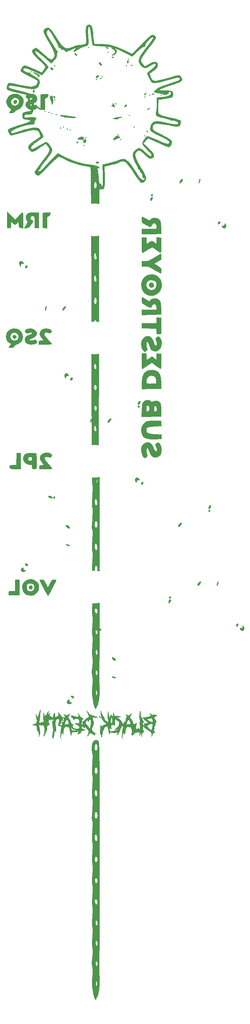
<source format=gbr>
%TF.GenerationSoftware,KiCad,Pcbnew,(5.1.12-1-10_14)*%
%TF.CreationDate,2021-12-12T18:06:01+01:00*%
%TF.ProjectId,sub_destroyer_panel,7375625f-6465-4737-9472-6f7965725f70,rev?*%
%TF.SameCoordinates,Original*%
%TF.FileFunction,Legend,Bot*%
%TF.FilePolarity,Positive*%
%FSLAX46Y46*%
G04 Gerber Fmt 4.6, Leading zero omitted, Abs format (unit mm)*
G04 Created by KiCad (PCBNEW (5.1.12-1-10_14)) date 2021-12-12 18:06:01*
%MOMM*%
%LPD*%
G01*
G04 APERTURE LIST*
%ADD10C,0.010000*%
%ADD11C,4.000000*%
%ADD12C,2.500000*%
%ADD13C,9.000000*%
%ADD14C,5.500000*%
%ADD15C,14.000000*%
G04 APERTURE END LIST*
D10*
%TO.C,G\u002A\u002A\u002A*%
G36*
X210825874Y-127276923D02*
G01*
X209882490Y-127330988D01*
X209337660Y-127373326D01*
X209064617Y-127452422D01*
X208980148Y-127618203D01*
X208994378Y-127863855D01*
X209035964Y-128098983D01*
X209143442Y-128244052D01*
X209390900Y-128324902D01*
X209852423Y-128367373D01*
X210515034Y-128394246D01*
X211980419Y-128445835D01*
X211980419Y-123990909D01*
X210928016Y-123990909D01*
X210825874Y-127276923D01*
G37*
X210825874Y-127276923D02*
X209882490Y-127330988D01*
X209337660Y-127373326D01*
X209064617Y-127452422D01*
X208980148Y-127618203D01*
X208994378Y-127863855D01*
X209035964Y-128098983D01*
X209143442Y-128244052D01*
X209390900Y-128324902D01*
X209852423Y-128367373D01*
X210515034Y-128394246D01*
X211980419Y-128445835D01*
X211980419Y-123990909D01*
X210928016Y-123990909D01*
X210825874Y-127276923D01*
G36*
X214509431Y-124028332D02*
G01*
X213902463Y-124088987D01*
X213572361Y-124171290D01*
X213033950Y-124546888D01*
X212755889Y-125064423D01*
X212716533Y-125649782D01*
X212894234Y-126228851D01*
X213267349Y-126727518D01*
X213814230Y-127071670D01*
X214453469Y-127188112D01*
X214914066Y-127205919D01*
X215120962Y-127317420D01*
X215175638Y-127609737D01*
X215177622Y-127809790D01*
X215207161Y-128227375D01*
X215358044Y-128398654D01*
X215716064Y-128431468D01*
X216124338Y-128362266D01*
X216344086Y-128198025D01*
X216376182Y-127932916D01*
X216393515Y-127396613D01*
X216394590Y-126672919D01*
X216382917Y-126022151D01*
X216371614Y-125589510D01*
X215177622Y-125589510D01*
X215146234Y-125966844D01*
X214978366Y-126100313D01*
X214600349Y-126089226D01*
X214195395Y-126003560D01*
X214039971Y-125795258D01*
X214023076Y-125589510D01*
X214083684Y-125272163D01*
X214334995Y-125128376D01*
X214600349Y-125089795D01*
X214995706Y-125081873D01*
X215151261Y-125228374D01*
X215177622Y-125589510D01*
X216371614Y-125589510D01*
X216332167Y-124079720D01*
X215192326Y-124026068D01*
X214509431Y-124028332D01*
G37*
X214509431Y-124028332D02*
X213902463Y-124088987D01*
X213572361Y-124171290D01*
X213033950Y-124546888D01*
X212755889Y-125064423D01*
X212716533Y-125649782D01*
X212894234Y-126228851D01*
X213267349Y-126727518D01*
X213814230Y-127071670D01*
X214453469Y-127188112D01*
X214914066Y-127205919D01*
X215120962Y-127317420D01*
X215175638Y-127609737D01*
X215177622Y-127809790D01*
X215207161Y-128227375D01*
X215358044Y-128398654D01*
X215716064Y-128431468D01*
X216124338Y-128362266D01*
X216344086Y-128198025D01*
X216376182Y-127932916D01*
X216393515Y-127396613D01*
X216394590Y-126672919D01*
X216382917Y-126022151D01*
X216371614Y-125589510D01*
X215177622Y-125589510D01*
X215146234Y-125966844D01*
X214978366Y-126100313D01*
X214600349Y-126089226D01*
X214195395Y-126003560D01*
X214039971Y-125795258D01*
X214023076Y-125589510D01*
X214083684Y-125272163D01*
X214334995Y-125128376D01*
X214600349Y-125089795D01*
X214995706Y-125081873D01*
X215151261Y-125228374D01*
X215177622Y-125589510D01*
X216371614Y-125589510D01*
X216332167Y-124079720D01*
X215192326Y-124026068D01*
X214509431Y-124028332D01*
G36*
X218299577Y-124065502D02*
G01*
X217765598Y-124403907D01*
X217423912Y-124885235D01*
X217343321Y-125476887D01*
X217375307Y-125651534D01*
X217565471Y-126086304D01*
X217884152Y-126565784D01*
X217930717Y-126622790D01*
X218215465Y-126986378D01*
X218367157Y-127229149D01*
X218374825Y-127258158D01*
X218218495Y-127329299D01*
X217834153Y-127364818D01*
X217753146Y-127365734D01*
X217335465Y-127395439D01*
X217164149Y-127546111D01*
X217131468Y-127898601D01*
X217131468Y-128431468D01*
X218907692Y-128431468D01*
X219653289Y-128418451D01*
X220244773Y-128383352D01*
X220606960Y-128332100D01*
X220683916Y-128291392D01*
X220573219Y-128104709D01*
X220276908Y-127722970D01*
X219848651Y-127213685D01*
X219618181Y-126950734D01*
X219144202Y-126390624D01*
X218778591Y-125908783D01*
X218575934Y-125579466D01*
X218552447Y-125501035D01*
X218701379Y-125181746D01*
X219080846Y-125027314D01*
X219589853Y-125074973D01*
X219652837Y-125095340D01*
X220134187Y-125155054D01*
X220492777Y-125018411D01*
X220668196Y-124758260D01*
X220600031Y-124447450D01*
X220367246Y-124233844D01*
X219669204Y-123947869D01*
X218957046Y-123902623D01*
X218299577Y-124065502D01*
G37*
X218299577Y-124065502D02*
X217765598Y-124403907D01*
X217423912Y-124885235D01*
X217343321Y-125476887D01*
X217375307Y-125651534D01*
X217565471Y-126086304D01*
X217884152Y-126565784D01*
X217930717Y-126622790D01*
X218215465Y-126986378D01*
X218367157Y-127229149D01*
X218374825Y-127258158D01*
X218218495Y-127329299D01*
X217834153Y-127364818D01*
X217753146Y-127365734D01*
X217335465Y-127395439D01*
X217164149Y-127546111D01*
X217131468Y-127898601D01*
X217131468Y-128431468D01*
X218907692Y-128431468D01*
X219653289Y-128418451D01*
X220244773Y-128383352D01*
X220606960Y-128332100D01*
X220683916Y-128291392D01*
X220573219Y-128104709D01*
X220276908Y-127722970D01*
X219848651Y-127213685D01*
X219618181Y-126950734D01*
X219144202Y-126390624D01*
X218778591Y-125908783D01*
X218575934Y-125579466D01*
X218552447Y-125501035D01*
X218701379Y-125181746D01*
X219080846Y-125027314D01*
X219589853Y-125074973D01*
X219652837Y-125095340D01*
X220134187Y-125155054D01*
X220492777Y-125018411D01*
X220668196Y-124758260D01*
X220600031Y-124447450D01*
X220367246Y-124233844D01*
X219669204Y-123947869D01*
X218957046Y-123902623D01*
X218299577Y-124065502D01*
G36*
X243689776Y-131003134D02*
G01*
X243590868Y-131475109D01*
X243710750Y-131837054D01*
X243929247Y-132170401D01*
X243993222Y-132030583D01*
X243999238Y-131822447D01*
X244147795Y-131462576D01*
X244408421Y-131479845D01*
X244754696Y-131495045D01*
X244752928Y-131235327D01*
X244443895Y-130877862D01*
X244014116Y-130751723D01*
X243689776Y-131003134D01*
G37*
X243689776Y-131003134D02*
X243590868Y-131475109D01*
X243710750Y-131837054D01*
X243929247Y-132170401D01*
X243993222Y-132030583D01*
X243999238Y-131822447D01*
X244147795Y-131462576D01*
X244408421Y-131479845D01*
X244754696Y-131495045D01*
X244752928Y-131235327D01*
X244443895Y-130877862D01*
X244014116Y-130751723D01*
X243689776Y-131003134D01*
G36*
X245347900Y-132130669D02*
G01*
X245247523Y-132318947D01*
X245252352Y-132674296D01*
X245541603Y-132667423D01*
X245700701Y-132541754D01*
X245872965Y-132172915D01*
X245718324Y-131928895D01*
X245640184Y-131917895D01*
X245347900Y-132130669D01*
G37*
X245347900Y-132130669D02*
X245247523Y-132318947D01*
X245252352Y-132674296D01*
X245541603Y-132667423D01*
X245700701Y-132541754D01*
X245872965Y-132172915D01*
X245718324Y-131928895D01*
X245640184Y-131917895D01*
X245347900Y-132130669D01*
G36*
X264049556Y-138609848D02*
G01*
X263810256Y-139157136D01*
X263958181Y-139397432D01*
X264031394Y-139404210D01*
X264318476Y-139189898D01*
X264438740Y-138964890D01*
X264506095Y-138496150D01*
X264330488Y-138352134D01*
X264049556Y-138609848D01*
G37*
X264049556Y-138609848D02*
X263810256Y-139157136D01*
X263958181Y-139397432D01*
X264031394Y-139404210D01*
X264318476Y-139189898D01*
X264438740Y-138964890D01*
X264506095Y-138496150D01*
X264330488Y-138352134D01*
X264049556Y-138609848D01*
G36*
X263800401Y-139875039D02*
G01*
X263792631Y-139938947D01*
X263996092Y-140198546D01*
X264060000Y-140206316D01*
X264319599Y-140002855D01*
X264327368Y-139938947D01*
X264123907Y-139679348D01*
X264060000Y-139671579D01*
X263800401Y-139875039D01*
G37*
X263800401Y-139875039D02*
X263792631Y-139938947D01*
X263996092Y-140198546D01*
X264060000Y-140206316D01*
X264319599Y-140002855D01*
X264327368Y-139938947D01*
X264123907Y-139679348D01*
X264060000Y-139671579D01*
X263800401Y-139875039D01*
G36*
X250995872Y-143298824D02*
G01*
X250973224Y-143319495D01*
X250752236Y-143811844D01*
X250769174Y-144121600D01*
X250882587Y-144392512D01*
X250927932Y-144305551D01*
X251039371Y-143797183D01*
X251131982Y-143503446D01*
X251201549Y-143182743D01*
X250995872Y-143298824D01*
G37*
X250995872Y-143298824D02*
X250973224Y-143319495D01*
X250752236Y-143811844D01*
X250769174Y-144121600D01*
X250882587Y-144392512D01*
X250927932Y-144305551D01*
X251039371Y-143797183D01*
X251131982Y-143503446D01*
X251201549Y-143182743D01*
X250995872Y-143298824D01*
G36*
X256181443Y-143232728D02*
G01*
X255820438Y-143532760D01*
X255566396Y-143945888D01*
X255546857Y-144211097D01*
X255769866Y-144290761D01*
X256155549Y-143968349D01*
X256462423Y-143510307D01*
X256476556Y-143228486D01*
X256181443Y-143232728D01*
G37*
X256181443Y-143232728D02*
X255820438Y-143532760D01*
X255566396Y-143945888D01*
X255546857Y-144211097D01*
X255769866Y-144290761D01*
X256155549Y-143968349D01*
X256462423Y-143510307D01*
X256476556Y-143228486D01*
X256181443Y-143232728D01*
G36*
X268610224Y-61896866D02*
G01*
X268709132Y-61424891D01*
X268589250Y-61062946D01*
X268370753Y-60729599D01*
X268306778Y-60869417D01*
X268300762Y-61077553D01*
X268152205Y-61437424D01*
X267891579Y-61420155D01*
X267545304Y-61404955D01*
X267547072Y-61664673D01*
X267856105Y-62022138D01*
X268285884Y-62148277D01*
X268610224Y-61896866D01*
G37*
X268610224Y-61896866D02*
X268709132Y-61424891D01*
X268589250Y-61062946D01*
X268370753Y-60729599D01*
X268306778Y-60869417D01*
X268300762Y-61077553D01*
X268152205Y-61437424D01*
X267891579Y-61420155D01*
X267545304Y-61404955D01*
X267547072Y-61664673D01*
X267856105Y-62022138D01*
X268285884Y-62148277D01*
X268610224Y-61896866D01*
G36*
X266952100Y-60769331D02*
G01*
X267052477Y-60581053D01*
X267047648Y-60225704D01*
X266758397Y-60232577D01*
X266599299Y-60358246D01*
X266427035Y-60727085D01*
X266581676Y-60971105D01*
X266659816Y-60982105D01*
X266952100Y-60769331D01*
G37*
X266952100Y-60769331D02*
X267052477Y-60581053D01*
X267047648Y-60225704D01*
X266758397Y-60232577D01*
X266599299Y-60358246D01*
X266427035Y-60727085D01*
X266581676Y-60971105D01*
X266659816Y-60982105D01*
X266952100Y-60769331D01*
G36*
X248250444Y-54290152D02*
G01*
X248489744Y-53742864D01*
X248341819Y-53502568D01*
X248268606Y-53495790D01*
X247981524Y-53710102D01*
X247861260Y-53935110D01*
X247793905Y-54403850D01*
X247969512Y-54547866D01*
X248250444Y-54290152D01*
G37*
X248250444Y-54290152D02*
X248489744Y-53742864D01*
X248341819Y-53502568D01*
X248268606Y-53495790D01*
X247981524Y-53710102D01*
X247861260Y-53935110D01*
X247793905Y-54403850D01*
X247969512Y-54547866D01*
X248250444Y-54290152D01*
G36*
X248499599Y-53024961D02*
G01*
X248507369Y-52961053D01*
X248303908Y-52701454D01*
X248240000Y-52693684D01*
X247980401Y-52897145D01*
X247972632Y-52961053D01*
X248176093Y-53220652D01*
X248240000Y-53228421D01*
X248499599Y-53024961D01*
G37*
X248499599Y-53024961D02*
X248507369Y-52961053D01*
X248303908Y-52701454D01*
X248240000Y-52693684D01*
X247980401Y-52897145D01*
X247972632Y-52961053D01*
X248176093Y-53220652D01*
X248240000Y-53228421D01*
X248499599Y-53024961D01*
G36*
X261304128Y-49601176D02*
G01*
X261326776Y-49580505D01*
X261547764Y-49088156D01*
X261530826Y-48778400D01*
X261417413Y-48507488D01*
X261372068Y-48594449D01*
X261260629Y-49102817D01*
X261168018Y-49396554D01*
X261098451Y-49717257D01*
X261304128Y-49601176D01*
G37*
X261304128Y-49601176D02*
X261326776Y-49580505D01*
X261547764Y-49088156D01*
X261530826Y-48778400D01*
X261417413Y-48507488D01*
X261372068Y-48594449D01*
X261260629Y-49102817D01*
X261168018Y-49396554D01*
X261098451Y-49717257D01*
X261304128Y-49601176D01*
G36*
X256118557Y-49667272D02*
G01*
X256479562Y-49367240D01*
X256733604Y-48954112D01*
X256753143Y-48688903D01*
X256530134Y-48609239D01*
X256144451Y-48931651D01*
X255837577Y-49389693D01*
X255823444Y-49671514D01*
X256118557Y-49667272D01*
G37*
X256118557Y-49667272D02*
X256479562Y-49367240D01*
X256733604Y-48954112D01*
X256753143Y-48688903D01*
X256530134Y-48609239D01*
X256144451Y-48931651D01*
X255837577Y-49389693D01*
X255823444Y-49671514D01*
X256118557Y-49667272D01*
G36*
X225003134Y-193010224D02*
G01*
X225475109Y-193109132D01*
X225837054Y-192989250D01*
X226170401Y-192770753D01*
X226030583Y-192706778D01*
X225822447Y-192700762D01*
X225462576Y-192552205D01*
X225479845Y-192291579D01*
X225495045Y-191945304D01*
X225235327Y-191947072D01*
X224877862Y-192256105D01*
X224751723Y-192685884D01*
X225003134Y-193010224D01*
G37*
X225003134Y-193010224D02*
X225475109Y-193109132D01*
X225837054Y-192989250D01*
X226170401Y-192770753D01*
X226030583Y-192706778D01*
X225822447Y-192700762D01*
X225462576Y-192552205D01*
X225479845Y-192291579D01*
X225495045Y-191945304D01*
X225235327Y-191947072D01*
X224877862Y-192256105D01*
X224751723Y-192685884D01*
X225003134Y-193010224D01*
G36*
X226130669Y-191352100D02*
G01*
X226318947Y-191452477D01*
X226674296Y-191447648D01*
X226667423Y-191158397D01*
X226541754Y-190999299D01*
X226172915Y-190827035D01*
X225928895Y-190981676D01*
X225917895Y-191059816D01*
X226130669Y-191352100D01*
G37*
X226130669Y-191352100D02*
X226318947Y-191452477D01*
X226674296Y-191447648D01*
X226667423Y-191158397D01*
X226541754Y-190999299D01*
X226172915Y-190827035D01*
X225928895Y-190981676D01*
X225917895Y-191059816D01*
X226130669Y-191352100D01*
G36*
X232609848Y-172650444D02*
G01*
X233157136Y-172889744D01*
X233397432Y-172741819D01*
X233404210Y-172668606D01*
X233189898Y-172381524D01*
X232964890Y-172261260D01*
X232496150Y-172193905D01*
X232352134Y-172369512D01*
X232609848Y-172650444D01*
G37*
X232609848Y-172650444D02*
X233157136Y-172889744D01*
X233397432Y-172741819D01*
X233404210Y-172668606D01*
X233189898Y-172381524D01*
X232964890Y-172261260D01*
X232496150Y-172193905D01*
X232352134Y-172369512D01*
X232609848Y-172650444D01*
G36*
X233875039Y-172899599D02*
G01*
X233938947Y-172907369D01*
X234198546Y-172703908D01*
X234206316Y-172640000D01*
X234002855Y-172380401D01*
X233938947Y-172372632D01*
X233679348Y-172576093D01*
X233671579Y-172640000D01*
X233875039Y-172899599D01*
G37*
X233875039Y-172899599D02*
X233938947Y-172907369D01*
X234198546Y-172703908D01*
X234206316Y-172640000D01*
X234002855Y-172380401D01*
X233938947Y-172372632D01*
X233679348Y-172576093D01*
X233671579Y-172640000D01*
X233875039Y-172899599D01*
G36*
X237298824Y-185704128D02*
G01*
X237319495Y-185726776D01*
X237811844Y-185947764D01*
X238121600Y-185930826D01*
X238392512Y-185817413D01*
X238305551Y-185772068D01*
X237797183Y-185660629D01*
X237503446Y-185568018D01*
X237182743Y-185498451D01*
X237298824Y-185704128D01*
G37*
X237298824Y-185704128D02*
X237319495Y-185726776D01*
X237811844Y-185947764D01*
X238121600Y-185930826D01*
X238392512Y-185817413D01*
X238305551Y-185772068D01*
X237797183Y-185660629D01*
X237503446Y-185568018D01*
X237182743Y-185498451D01*
X237298824Y-185704128D01*
G36*
X237232728Y-180518557D02*
G01*
X237532760Y-180879562D01*
X237945888Y-181133604D01*
X238211097Y-181153143D01*
X238290761Y-180930134D01*
X237968349Y-180544451D01*
X237510307Y-180237577D01*
X237228486Y-180223444D01*
X237232728Y-180518557D01*
G37*
X237232728Y-180518557D02*
X237532760Y-180879562D01*
X237945888Y-181133604D01*
X238211097Y-181153143D01*
X238290761Y-180930134D01*
X237968349Y-180544451D01*
X237510307Y-180237577D01*
X237228486Y-180223444D01*
X237232728Y-180518557D01*
G36*
X273610224Y-172696866D02*
G01*
X273709132Y-172224891D01*
X273589250Y-171862946D01*
X273370753Y-171529599D01*
X273306778Y-171669417D01*
X273300762Y-171877553D01*
X273152205Y-172237424D01*
X272891579Y-172220155D01*
X272545304Y-172204955D01*
X272547072Y-172464673D01*
X272856105Y-172822138D01*
X273285884Y-172948277D01*
X273610224Y-172696866D01*
G37*
X273610224Y-172696866D02*
X273709132Y-172224891D01*
X273589250Y-171862946D01*
X273370753Y-171529599D01*
X273306778Y-171669417D01*
X273300762Y-171877553D01*
X273152205Y-172237424D01*
X272891579Y-172220155D01*
X272545304Y-172204955D01*
X272547072Y-172464673D01*
X272856105Y-172822138D01*
X273285884Y-172948277D01*
X273610224Y-172696866D01*
G36*
X271952100Y-171569331D02*
G01*
X272052477Y-171381053D01*
X272047648Y-171025704D01*
X271758397Y-171032577D01*
X271599299Y-171158246D01*
X271427035Y-171527085D01*
X271581676Y-171771105D01*
X271659816Y-171782105D01*
X271952100Y-171569331D01*
G37*
X271952100Y-171569331D02*
X272052477Y-171381053D01*
X272047648Y-171025704D01*
X271758397Y-171032577D01*
X271599299Y-171158246D01*
X271427035Y-171527085D01*
X271581676Y-171771105D01*
X271659816Y-171782105D01*
X271952100Y-171569331D01*
G36*
X253250444Y-165090152D02*
G01*
X253489744Y-164542864D01*
X253341819Y-164302568D01*
X253268606Y-164295790D01*
X252981524Y-164510102D01*
X252861260Y-164735110D01*
X252793905Y-165203850D01*
X252969512Y-165347866D01*
X253250444Y-165090152D01*
G37*
X253250444Y-165090152D02*
X253489744Y-164542864D01*
X253341819Y-164302568D01*
X253268606Y-164295790D01*
X252981524Y-164510102D01*
X252861260Y-164735110D01*
X252793905Y-165203850D01*
X252969512Y-165347866D01*
X253250444Y-165090152D01*
G36*
X253499599Y-163824961D02*
G01*
X253507369Y-163761053D01*
X253303908Y-163501454D01*
X253240000Y-163493684D01*
X252980401Y-163697145D01*
X252972632Y-163761053D01*
X253176093Y-164020652D01*
X253240000Y-164028421D01*
X253499599Y-163824961D01*
G37*
X253499599Y-163824961D02*
X253507369Y-163761053D01*
X253303908Y-163501454D01*
X253240000Y-163493684D01*
X252980401Y-163697145D01*
X252972632Y-163761053D01*
X253176093Y-164020652D01*
X253240000Y-164028421D01*
X253499599Y-163824961D01*
G36*
X266304128Y-160401176D02*
G01*
X266326776Y-160380505D01*
X266547764Y-159888156D01*
X266530826Y-159578400D01*
X266417413Y-159307488D01*
X266372068Y-159394449D01*
X266260629Y-159902817D01*
X266168018Y-160196554D01*
X266098451Y-160517257D01*
X266304128Y-160401176D01*
G37*
X266304128Y-160401176D02*
X266326776Y-160380505D01*
X266547764Y-159888156D01*
X266530826Y-159578400D01*
X266417413Y-159307488D01*
X266372068Y-159394449D01*
X266260629Y-159902817D01*
X266168018Y-160196554D01*
X266098451Y-160517257D01*
X266304128Y-160401176D01*
G36*
X261118557Y-160467272D02*
G01*
X261479562Y-160167240D01*
X261733604Y-159754112D01*
X261753143Y-159488903D01*
X261530134Y-159409239D01*
X261144451Y-159731651D01*
X260837577Y-160189693D01*
X260823444Y-160471514D01*
X261118557Y-160467272D01*
G37*
X261118557Y-160467272D02*
X261479562Y-160167240D01*
X261733604Y-159754112D01*
X261753143Y-159488903D01*
X261530134Y-159409239D01*
X261144451Y-159731651D01*
X260837577Y-160189693D01*
X260823444Y-160471514D01*
X261118557Y-160467272D01*
G36*
X212303134Y-156610224D02*
G01*
X212775109Y-156709132D01*
X213137054Y-156589250D01*
X213470401Y-156370753D01*
X213330583Y-156306778D01*
X213122447Y-156300762D01*
X212762576Y-156152205D01*
X212779845Y-155891579D01*
X212795045Y-155545304D01*
X212535327Y-155547072D01*
X212177862Y-155856105D01*
X212051723Y-156285884D01*
X212303134Y-156610224D01*
G37*
X212303134Y-156610224D02*
X212775109Y-156709132D01*
X213137054Y-156589250D01*
X213470401Y-156370753D01*
X213330583Y-156306778D01*
X213122447Y-156300762D01*
X212762576Y-156152205D01*
X212779845Y-155891579D01*
X212795045Y-155545304D01*
X212535327Y-155547072D01*
X212177862Y-155856105D01*
X212051723Y-156285884D01*
X212303134Y-156610224D01*
G36*
X213430669Y-154952100D02*
G01*
X213618947Y-155052477D01*
X213974296Y-155047648D01*
X213967423Y-154758397D01*
X213841754Y-154599299D01*
X213472915Y-154427035D01*
X213228895Y-154581676D01*
X213217895Y-154659816D01*
X213430669Y-154952100D01*
G37*
X213430669Y-154952100D02*
X213618947Y-155052477D01*
X213974296Y-155047648D01*
X213967423Y-154758397D01*
X213841754Y-154599299D01*
X213472915Y-154427035D01*
X213228895Y-154581676D01*
X213217895Y-154659816D01*
X213430669Y-154952100D01*
G36*
X219909848Y-136250444D02*
G01*
X220457136Y-136489744D01*
X220697432Y-136341819D01*
X220704210Y-136268606D01*
X220489898Y-135981524D01*
X220264890Y-135861260D01*
X219796150Y-135793905D01*
X219652134Y-135969512D01*
X219909848Y-136250444D01*
G37*
X219909848Y-136250444D02*
X220457136Y-136489744D01*
X220697432Y-136341819D01*
X220704210Y-136268606D01*
X220489898Y-135981524D01*
X220264890Y-135861260D01*
X219796150Y-135793905D01*
X219652134Y-135969512D01*
X219909848Y-136250444D01*
G36*
X221175039Y-136499599D02*
G01*
X221238947Y-136507369D01*
X221498546Y-136303908D01*
X221506316Y-136240000D01*
X221302855Y-135980401D01*
X221238947Y-135972632D01*
X220979348Y-136176093D01*
X220971579Y-136240000D01*
X221175039Y-136499599D01*
G37*
X221175039Y-136499599D02*
X221238947Y-136507369D01*
X221498546Y-136303908D01*
X221506316Y-136240000D01*
X221302855Y-135980401D01*
X221238947Y-135972632D01*
X220979348Y-136176093D01*
X220971579Y-136240000D01*
X221175039Y-136499599D01*
G36*
X224598824Y-149304128D02*
G01*
X224619495Y-149326776D01*
X225111844Y-149547764D01*
X225421600Y-149530826D01*
X225692512Y-149417413D01*
X225605551Y-149372068D01*
X225097183Y-149260629D01*
X224803446Y-149168018D01*
X224482743Y-149098451D01*
X224598824Y-149304128D01*
G37*
X224598824Y-149304128D02*
X224619495Y-149326776D01*
X225111844Y-149547764D01*
X225421600Y-149530826D01*
X225692512Y-149417413D01*
X225605551Y-149372068D01*
X225097183Y-149260629D01*
X224803446Y-149168018D01*
X224482743Y-149098451D01*
X224598824Y-149304128D01*
G36*
X224532728Y-144118557D02*
G01*
X224832760Y-144479562D01*
X225245888Y-144733604D01*
X225511097Y-144753143D01*
X225590761Y-144530134D01*
X225268349Y-144144451D01*
X224810307Y-143837577D01*
X224528486Y-143823444D01*
X224532728Y-144118557D01*
G37*
X224532728Y-144118557D02*
X224832760Y-144479562D01*
X225245888Y-144733604D01*
X225511097Y-144753143D01*
X225590761Y-144530134D01*
X225268349Y-144144451D01*
X224810307Y-143837577D01*
X224528486Y-143823444D01*
X224532728Y-144118557D01*
G36*
X224189776Y-102303134D02*
G01*
X224090868Y-102775109D01*
X224210750Y-103137054D01*
X224429247Y-103470401D01*
X224493222Y-103330583D01*
X224499238Y-103122447D01*
X224647795Y-102762576D01*
X224908421Y-102779845D01*
X225254696Y-102795045D01*
X225252928Y-102535327D01*
X224943895Y-102177862D01*
X224514116Y-102051723D01*
X224189776Y-102303134D01*
G37*
X224189776Y-102303134D02*
X224090868Y-102775109D01*
X224210750Y-103137054D01*
X224429247Y-103470401D01*
X224493222Y-103330583D01*
X224499238Y-103122447D01*
X224647795Y-102762576D01*
X224908421Y-102779845D01*
X225254696Y-102795045D01*
X225252928Y-102535327D01*
X224943895Y-102177862D01*
X224514116Y-102051723D01*
X224189776Y-102303134D01*
G36*
X225847900Y-103430669D02*
G01*
X225747523Y-103618947D01*
X225752352Y-103974296D01*
X226041603Y-103967423D01*
X226200701Y-103841754D01*
X226372965Y-103472915D01*
X226218324Y-103228895D01*
X226140184Y-103217895D01*
X225847900Y-103430669D01*
G37*
X225847900Y-103430669D02*
X225747523Y-103618947D01*
X225752352Y-103974296D01*
X226041603Y-103967423D01*
X226200701Y-103841754D01*
X226372965Y-103472915D01*
X226218324Y-103228895D01*
X226140184Y-103217895D01*
X225847900Y-103430669D01*
G36*
X244549556Y-109909848D02*
G01*
X244310256Y-110457136D01*
X244458181Y-110697432D01*
X244531394Y-110704210D01*
X244818476Y-110489898D01*
X244938740Y-110264890D01*
X245006095Y-109796150D01*
X244830488Y-109652134D01*
X244549556Y-109909848D01*
G37*
X244549556Y-109909848D02*
X244310256Y-110457136D01*
X244458181Y-110697432D01*
X244531394Y-110704210D01*
X244818476Y-110489898D01*
X244938740Y-110264890D01*
X245006095Y-109796150D01*
X244830488Y-109652134D01*
X244549556Y-109909848D01*
G36*
X244300401Y-111175039D02*
G01*
X244292631Y-111238947D01*
X244496092Y-111498546D01*
X244560000Y-111506316D01*
X244819599Y-111302855D01*
X244827368Y-111238947D01*
X244623907Y-110979348D01*
X244560000Y-110971579D01*
X244300401Y-111175039D01*
G37*
X244300401Y-111175039D02*
X244292631Y-111238947D01*
X244496092Y-111498546D01*
X244560000Y-111506316D01*
X244819599Y-111302855D01*
X244827368Y-111238947D01*
X244623907Y-110979348D01*
X244560000Y-110971579D01*
X244300401Y-111175039D01*
G36*
X231495872Y-114598824D02*
G01*
X231473224Y-114619495D01*
X231252236Y-115111844D01*
X231269174Y-115421600D01*
X231382587Y-115692512D01*
X231427932Y-115605551D01*
X231539371Y-115097183D01*
X231631982Y-114803446D01*
X231701549Y-114482743D01*
X231495872Y-114598824D01*
G37*
X231495872Y-114598824D02*
X231473224Y-114619495D01*
X231252236Y-115111844D01*
X231269174Y-115421600D01*
X231382587Y-115692512D01*
X231427932Y-115605551D01*
X231539371Y-115097183D01*
X231631982Y-114803446D01*
X231701549Y-114482743D01*
X231495872Y-114598824D01*
G36*
X236681443Y-114532728D02*
G01*
X236320438Y-114832760D01*
X236066396Y-115245888D01*
X236046857Y-115511097D01*
X236269866Y-115590761D01*
X236655549Y-115268349D01*
X236962423Y-114810307D01*
X236976556Y-114528486D01*
X236681443Y-114532728D01*
G37*
X236681443Y-114532728D02*
X236320438Y-114832760D01*
X236066396Y-115245888D01*
X236046857Y-115511097D01*
X236269866Y-115590761D01*
X236655549Y-115268349D01*
X236962423Y-114810307D01*
X236976556Y-114528486D01*
X236681443Y-114532728D01*
G36*
X211689776Y-71403134D02*
G01*
X211590868Y-71875109D01*
X211710750Y-72237054D01*
X211929247Y-72570401D01*
X211993222Y-72430583D01*
X211999238Y-72222447D01*
X212147795Y-71862576D01*
X212408421Y-71879845D01*
X212754696Y-71895045D01*
X212752928Y-71635327D01*
X212443895Y-71277862D01*
X212014116Y-71151723D01*
X211689776Y-71403134D01*
G37*
X211689776Y-71403134D02*
X211590868Y-71875109D01*
X211710750Y-72237054D01*
X211929247Y-72570401D01*
X211993222Y-72430583D01*
X211999238Y-72222447D01*
X212147795Y-71862576D01*
X212408421Y-71879845D01*
X212754696Y-71895045D01*
X212752928Y-71635327D01*
X212443895Y-71277862D01*
X212014116Y-71151723D01*
X211689776Y-71403134D01*
G36*
X213347900Y-72530669D02*
G01*
X213247523Y-72718947D01*
X213252352Y-73074296D01*
X213541603Y-73067423D01*
X213700701Y-72941754D01*
X213872965Y-72572915D01*
X213718324Y-72328895D01*
X213640184Y-72317895D01*
X213347900Y-72530669D01*
G37*
X213347900Y-72530669D02*
X213247523Y-72718947D01*
X213252352Y-73074296D01*
X213541603Y-73067423D01*
X213700701Y-72941754D01*
X213872965Y-72572915D01*
X213718324Y-72328895D01*
X213640184Y-72317895D01*
X213347900Y-72530669D01*
G36*
X232049556Y-79009848D02*
G01*
X231810256Y-79557136D01*
X231958181Y-79797432D01*
X232031394Y-79804210D01*
X232318476Y-79589898D01*
X232438740Y-79364890D01*
X232506095Y-78896150D01*
X232330488Y-78752134D01*
X232049556Y-79009848D01*
G37*
X232049556Y-79009848D02*
X231810256Y-79557136D01*
X231958181Y-79797432D01*
X232031394Y-79804210D01*
X232318476Y-79589898D01*
X232438740Y-79364890D01*
X232506095Y-78896150D01*
X232330488Y-78752134D01*
X232049556Y-79009848D01*
G36*
X231800401Y-80275039D02*
G01*
X231792631Y-80338947D01*
X231996092Y-80598546D01*
X232060000Y-80606316D01*
X232319599Y-80402855D01*
X232327368Y-80338947D01*
X232123907Y-80079348D01*
X232060000Y-80071579D01*
X231800401Y-80275039D01*
G37*
X231800401Y-80275039D02*
X231792631Y-80338947D01*
X231996092Y-80598546D01*
X232060000Y-80606316D01*
X232319599Y-80402855D01*
X232327368Y-80338947D01*
X232123907Y-80079348D01*
X232060000Y-80071579D01*
X231800401Y-80275039D01*
G36*
X218995872Y-83698824D02*
G01*
X218973224Y-83719495D01*
X218752236Y-84211844D01*
X218769174Y-84521600D01*
X218882587Y-84792512D01*
X218927932Y-84705551D01*
X219039371Y-84197183D01*
X219131982Y-83903446D01*
X219201549Y-83582743D01*
X218995872Y-83698824D01*
G37*
X218995872Y-83698824D02*
X218973224Y-83719495D01*
X218752236Y-84211844D01*
X218769174Y-84521600D01*
X218882587Y-84792512D01*
X218927932Y-84705551D01*
X219039371Y-84197183D01*
X219131982Y-83903446D01*
X219201549Y-83582743D01*
X218995872Y-83698824D01*
G36*
X224181443Y-83632728D02*
G01*
X223820438Y-83932760D01*
X223566396Y-84345888D01*
X223546857Y-84611097D01*
X223769866Y-84690761D01*
X224155549Y-84368349D01*
X224462423Y-83910307D01*
X224476556Y-83628486D01*
X224181443Y-83632728D01*
G37*
X224181443Y-83632728D02*
X223820438Y-83932760D01*
X223566396Y-84345888D01*
X223546857Y-84611097D01*
X223769866Y-84690761D01*
X224155549Y-84368349D01*
X224462423Y-83910307D01*
X224476556Y-83628486D01*
X224181443Y-83632728D01*
G36*
X232265820Y-203234463D02*
G01*
X232043308Y-203439097D01*
X231794804Y-203960940D01*
X231650455Y-204784826D01*
X231624647Y-205685650D01*
X231731767Y-206438309D01*
X231835990Y-206683018D01*
X231900359Y-207075412D01*
X231905018Y-207864668D01*
X231851770Y-208916459D01*
X231797230Y-209571106D01*
X231705016Y-210874372D01*
X231693136Y-211915459D01*
X231761699Y-212577124D01*
X231794363Y-212676289D01*
X231883483Y-213204246D01*
X231898522Y-214144969D01*
X231839335Y-215381625D01*
X231798345Y-215893634D01*
X231715021Y-217151653D01*
X231698137Y-218201075D01*
X231747803Y-218912186D01*
X231795555Y-219095803D01*
X231877163Y-219599230D01*
X231890475Y-220504478D01*
X231835843Y-221683059D01*
X231786747Y-222295405D01*
X231693015Y-223631434D01*
X231682184Y-224607468D01*
X231754071Y-225150833D01*
X231794010Y-225220958D01*
X231892951Y-225612428D01*
X231908719Y-226453751D01*
X231840921Y-227666493D01*
X231808098Y-228048977D01*
X231724201Y-229284091D01*
X231709275Y-230311676D01*
X231763404Y-230998072D01*
X231806095Y-231151003D01*
X231890470Y-231665684D01*
X231899847Y-232569839D01*
X231834448Y-233723526D01*
X231801443Y-234085648D01*
X231704595Y-235451096D01*
X231710891Y-236479242D01*
X231817248Y-237069804D01*
X231926501Y-237698810D01*
X231916644Y-238774310D01*
X231812796Y-240001087D01*
X231697751Y-241445484D01*
X231711625Y-242469184D01*
X231812796Y-242942139D01*
X231927851Y-243596939D01*
X231914086Y-244715019D01*
X231813162Y-245879786D01*
X231708494Y-247165068D01*
X231700063Y-248162354D01*
X231788498Y-248756401D01*
X231797356Y-248777735D01*
X231891698Y-249327136D01*
X231900686Y-250276392D01*
X231823922Y-251497412D01*
X231806333Y-251682509D01*
X231719779Y-252877626D01*
X231712279Y-253826878D01*
X231783620Y-254403261D01*
X231811001Y-254469453D01*
X231901121Y-254947092D01*
X231908889Y-255826349D01*
X231834246Y-256980476D01*
X231812221Y-257206003D01*
X231716861Y-258514238D01*
X231723271Y-259510691D01*
X231826225Y-260076901D01*
X231933719Y-260705692D01*
X231911636Y-261761343D01*
X231812140Y-262763488D01*
X231684248Y-264284742D01*
X231739495Y-265319232D01*
X231813836Y-265596807D01*
X231945038Y-266424160D01*
X231888216Y-267640275D01*
X231841212Y-268015424D01*
X231751472Y-269178589D01*
X231766936Y-270473087D01*
X231871910Y-271772783D01*
X232050701Y-272951544D01*
X232287614Y-273883236D01*
X232566956Y-274441723D01*
X232649709Y-274513472D01*
X232840288Y-274356942D01*
X233112138Y-273817106D01*
X233322323Y-273254761D01*
X233692516Y-271504078D01*
X233743167Y-270300028D01*
X233155188Y-270300028D01*
X233080912Y-270596316D01*
X232908227Y-270924126D01*
X232805039Y-270755713D01*
X232765334Y-270596316D01*
X232727606Y-269914103D01*
X232765334Y-269660526D01*
X232873734Y-269332716D01*
X233009949Y-269501129D01*
X233080912Y-269660526D01*
X233155188Y-270300028D01*
X233743167Y-270300028D01*
X233784244Y-269323606D01*
X233728041Y-268123158D01*
X233715035Y-267650875D01*
X233707173Y-266721527D01*
X233704451Y-265412760D01*
X233705575Y-264663147D01*
X233227368Y-264663147D01*
X233133833Y-265158016D01*
X232960000Y-265315789D01*
X232773676Y-265083099D01*
X232692737Y-264520934D01*
X232692631Y-264497905D01*
X232765043Y-263963410D01*
X232950827Y-263839989D01*
X232960000Y-263845263D01*
X233166965Y-264213812D01*
X233227368Y-264663147D01*
X233705575Y-264663147D01*
X233706868Y-263802220D01*
X233714422Y-261967554D01*
X233727110Y-259986407D01*
X233728264Y-259834737D01*
X233733074Y-259048411D01*
X233227368Y-259048411D01*
X233133833Y-259543279D01*
X232960000Y-259701052D01*
X232773676Y-259468363D01*
X232692737Y-258906197D01*
X232692631Y-258883168D01*
X232765043Y-258348673D01*
X232950827Y-258225252D01*
X232960000Y-258230526D01*
X233166965Y-258599075D01*
X233227368Y-259048411D01*
X233733074Y-259048411D01*
X233736882Y-258426069D01*
X233744983Y-256536915D01*
X233752481Y-254221527D01*
X233754475Y-253433674D01*
X233227368Y-253433674D01*
X233133833Y-253928542D01*
X232960000Y-254086316D01*
X232773676Y-253853626D01*
X232692737Y-253291461D01*
X232692631Y-253268431D01*
X232765043Y-252733936D01*
X232950827Y-252610516D01*
X232960000Y-252615789D01*
X233166965Y-252984338D01*
X233227368Y-253433674D01*
X233754475Y-253433674D01*
X233759285Y-251534155D01*
X233765309Y-248529050D01*
X233766804Y-247580252D01*
X233235049Y-247580252D01*
X233168472Y-248099559D01*
X233045105Y-248297351D01*
X232788109Y-248291128D01*
X232547217Y-247926297D01*
X232430098Y-247371087D01*
X232429357Y-247335263D01*
X232613110Y-246939917D01*
X232826316Y-246867368D01*
X233108355Y-247086900D01*
X233235049Y-247580252D01*
X233766804Y-247580252D01*
X233770462Y-245260463D01*
X233774625Y-241809649D01*
X233227368Y-241809649D01*
X233116719Y-242389570D01*
X232868252Y-242522170D01*
X232607184Y-242225699D01*
X232474346Y-241699907D01*
X232512326Y-241143065D01*
X232808556Y-240985263D01*
X233131076Y-241192760D01*
X233227368Y-241809649D01*
X233774625Y-241809649D01*
X233774658Y-241782645D01*
X233777808Y-238149846D01*
X233779019Y-235905263D01*
X233227368Y-235905263D01*
X233107797Y-236542059D01*
X232826316Y-236707368D01*
X232507918Y-236468227D01*
X232425263Y-235905263D01*
X232544834Y-235268467D01*
X232826316Y-235103158D01*
X233144714Y-235342299D01*
X233227368Y-235905263D01*
X233779019Y-235905263D01*
X233779823Y-234416319D01*
X233780615Y-230636313D01*
X233780556Y-229976906D01*
X233177466Y-229976906D01*
X233162705Y-230597453D01*
X232922541Y-230819556D01*
X232843256Y-230825263D01*
X232542197Y-230648125D01*
X232428748Y-230059723D01*
X232425263Y-229867193D01*
X232524551Y-229205182D01*
X232752507Y-229008925D01*
X233004268Y-229263125D01*
X233174972Y-229952489D01*
X233177466Y-229976906D01*
X233780556Y-229976906D01*
X233780363Y-227848426D01*
X233778837Y-223740000D01*
X233227368Y-223740000D01*
X233140400Y-224432125D01*
X232862842Y-224674098D01*
X232826316Y-224675789D01*
X232529690Y-224472864D01*
X232425988Y-223825228D01*
X232425263Y-223740000D01*
X232512231Y-223047874D01*
X232789789Y-222805902D01*
X232826316Y-222804210D01*
X233122941Y-223007135D01*
X233226643Y-223654772D01*
X233227368Y-223740000D01*
X233778837Y-223740000D01*
X233778804Y-223652816D01*
X233775744Y-219960015D01*
X233772115Y-217677959D01*
X233177466Y-217677959D01*
X233162705Y-218298505D01*
X232922541Y-218520609D01*
X232843256Y-218526316D01*
X232542197Y-218349178D01*
X232428748Y-217760776D01*
X232425263Y-217568245D01*
X232524551Y-216906235D01*
X232752507Y-216709977D01*
X233004268Y-216964178D01*
X233174972Y-217653541D01*
X233177466Y-217677959D01*
X233772115Y-217677959D01*
X233770620Y-216738097D01*
X233762869Y-213955137D01*
X233751928Y-211579208D01*
X233750914Y-211441052D01*
X233227368Y-211441052D01*
X233140400Y-212133178D01*
X232862842Y-212375150D01*
X232826316Y-212376842D01*
X232529690Y-212173917D01*
X232425988Y-211526280D01*
X232425263Y-211441052D01*
X232512231Y-210748927D01*
X232789789Y-210506954D01*
X232826316Y-210505263D01*
X233122941Y-210708188D01*
X233226643Y-211355825D01*
X233227368Y-211441052D01*
X233750914Y-211441052D01*
X233739134Y-209836842D01*
X232960000Y-209836842D01*
X232826316Y-209970526D01*
X232692631Y-209836842D01*
X232826316Y-209703158D01*
X232960000Y-209836842D01*
X233739134Y-209836842D01*
X233737236Y-209578383D01*
X233718228Y-207920737D01*
X233694342Y-206574343D01*
X233665015Y-205507274D01*
X233644194Y-205024210D01*
X233227368Y-205024210D01*
X233140400Y-205716336D01*
X232862842Y-205958308D01*
X232826316Y-205960000D01*
X232529690Y-205757075D01*
X232425988Y-205109438D01*
X232425263Y-205024210D01*
X232512231Y-204332085D01*
X232789789Y-204090112D01*
X232826316Y-204088421D01*
X233122941Y-204291346D01*
X233226643Y-204938982D01*
X233227368Y-205024210D01*
X233644194Y-205024210D01*
X233629685Y-204687605D01*
X233587788Y-204083410D01*
X233538762Y-203662761D01*
X233482045Y-203393734D01*
X233417073Y-203244400D01*
X233345577Y-203183690D01*
X232728837Y-203034785D01*
X232265820Y-203234463D01*
G37*
X232265820Y-203234463D02*
X232043308Y-203439097D01*
X231794804Y-203960940D01*
X231650455Y-204784826D01*
X231624647Y-205685650D01*
X231731767Y-206438309D01*
X231835990Y-206683018D01*
X231900359Y-207075412D01*
X231905018Y-207864668D01*
X231851770Y-208916459D01*
X231797230Y-209571106D01*
X231705016Y-210874372D01*
X231693136Y-211915459D01*
X231761699Y-212577124D01*
X231794363Y-212676289D01*
X231883483Y-213204246D01*
X231898522Y-214144969D01*
X231839335Y-215381625D01*
X231798345Y-215893634D01*
X231715021Y-217151653D01*
X231698137Y-218201075D01*
X231747803Y-218912186D01*
X231795555Y-219095803D01*
X231877163Y-219599230D01*
X231890475Y-220504478D01*
X231835843Y-221683059D01*
X231786747Y-222295405D01*
X231693015Y-223631434D01*
X231682184Y-224607468D01*
X231754071Y-225150833D01*
X231794010Y-225220958D01*
X231892951Y-225612428D01*
X231908719Y-226453751D01*
X231840921Y-227666493D01*
X231808098Y-228048977D01*
X231724201Y-229284091D01*
X231709275Y-230311676D01*
X231763404Y-230998072D01*
X231806095Y-231151003D01*
X231890470Y-231665684D01*
X231899847Y-232569839D01*
X231834448Y-233723526D01*
X231801443Y-234085648D01*
X231704595Y-235451096D01*
X231710891Y-236479242D01*
X231817248Y-237069804D01*
X231926501Y-237698810D01*
X231916644Y-238774310D01*
X231812796Y-240001087D01*
X231697751Y-241445484D01*
X231711625Y-242469184D01*
X231812796Y-242942139D01*
X231927851Y-243596939D01*
X231914086Y-244715019D01*
X231813162Y-245879786D01*
X231708494Y-247165068D01*
X231700063Y-248162354D01*
X231788498Y-248756401D01*
X231797356Y-248777735D01*
X231891698Y-249327136D01*
X231900686Y-250276392D01*
X231823922Y-251497412D01*
X231806333Y-251682509D01*
X231719779Y-252877626D01*
X231712279Y-253826878D01*
X231783620Y-254403261D01*
X231811001Y-254469453D01*
X231901121Y-254947092D01*
X231908889Y-255826349D01*
X231834246Y-256980476D01*
X231812221Y-257206003D01*
X231716861Y-258514238D01*
X231723271Y-259510691D01*
X231826225Y-260076901D01*
X231933719Y-260705692D01*
X231911636Y-261761343D01*
X231812140Y-262763488D01*
X231684248Y-264284742D01*
X231739495Y-265319232D01*
X231813836Y-265596807D01*
X231945038Y-266424160D01*
X231888216Y-267640275D01*
X231841212Y-268015424D01*
X231751472Y-269178589D01*
X231766936Y-270473087D01*
X231871910Y-271772783D01*
X232050701Y-272951544D01*
X232287614Y-273883236D01*
X232566956Y-274441723D01*
X232649709Y-274513472D01*
X232840288Y-274356942D01*
X233112138Y-273817106D01*
X233322323Y-273254761D01*
X233692516Y-271504078D01*
X233743167Y-270300028D01*
X233155188Y-270300028D01*
X233080912Y-270596316D01*
X232908227Y-270924126D01*
X232805039Y-270755713D01*
X232765334Y-270596316D01*
X232727606Y-269914103D01*
X232765334Y-269660526D01*
X232873734Y-269332716D01*
X233009949Y-269501129D01*
X233080912Y-269660526D01*
X233155188Y-270300028D01*
X233743167Y-270300028D01*
X233784244Y-269323606D01*
X233728041Y-268123158D01*
X233715035Y-267650875D01*
X233707173Y-266721527D01*
X233704451Y-265412760D01*
X233705575Y-264663147D01*
X233227368Y-264663147D01*
X233133833Y-265158016D01*
X232960000Y-265315789D01*
X232773676Y-265083099D01*
X232692737Y-264520934D01*
X232692631Y-264497905D01*
X232765043Y-263963410D01*
X232950827Y-263839989D01*
X232960000Y-263845263D01*
X233166965Y-264213812D01*
X233227368Y-264663147D01*
X233705575Y-264663147D01*
X233706868Y-263802220D01*
X233714422Y-261967554D01*
X233727110Y-259986407D01*
X233728264Y-259834737D01*
X233733074Y-259048411D01*
X233227368Y-259048411D01*
X233133833Y-259543279D01*
X232960000Y-259701052D01*
X232773676Y-259468363D01*
X232692737Y-258906197D01*
X232692631Y-258883168D01*
X232765043Y-258348673D01*
X232950827Y-258225252D01*
X232960000Y-258230526D01*
X233166965Y-258599075D01*
X233227368Y-259048411D01*
X233733074Y-259048411D01*
X233736882Y-258426069D01*
X233744983Y-256536915D01*
X233752481Y-254221527D01*
X233754475Y-253433674D01*
X233227368Y-253433674D01*
X233133833Y-253928542D01*
X232960000Y-254086316D01*
X232773676Y-253853626D01*
X232692737Y-253291461D01*
X232692631Y-253268431D01*
X232765043Y-252733936D01*
X232950827Y-252610516D01*
X232960000Y-252615789D01*
X233166965Y-252984338D01*
X233227368Y-253433674D01*
X233754475Y-253433674D01*
X233759285Y-251534155D01*
X233765309Y-248529050D01*
X233766804Y-247580252D01*
X233235049Y-247580252D01*
X233168472Y-248099559D01*
X233045105Y-248297351D01*
X232788109Y-248291128D01*
X232547217Y-247926297D01*
X232430098Y-247371087D01*
X232429357Y-247335263D01*
X232613110Y-246939917D01*
X232826316Y-246867368D01*
X233108355Y-247086900D01*
X233235049Y-247580252D01*
X233766804Y-247580252D01*
X233770462Y-245260463D01*
X233774625Y-241809649D01*
X233227368Y-241809649D01*
X233116719Y-242389570D01*
X232868252Y-242522170D01*
X232607184Y-242225699D01*
X232474346Y-241699907D01*
X232512326Y-241143065D01*
X232808556Y-240985263D01*
X233131076Y-241192760D01*
X233227368Y-241809649D01*
X233774625Y-241809649D01*
X233774658Y-241782645D01*
X233777808Y-238149846D01*
X233779019Y-235905263D01*
X233227368Y-235905263D01*
X233107797Y-236542059D01*
X232826316Y-236707368D01*
X232507918Y-236468227D01*
X232425263Y-235905263D01*
X232544834Y-235268467D01*
X232826316Y-235103158D01*
X233144714Y-235342299D01*
X233227368Y-235905263D01*
X233779019Y-235905263D01*
X233779823Y-234416319D01*
X233780615Y-230636313D01*
X233780556Y-229976906D01*
X233177466Y-229976906D01*
X233162705Y-230597453D01*
X232922541Y-230819556D01*
X232843256Y-230825263D01*
X232542197Y-230648125D01*
X232428748Y-230059723D01*
X232425263Y-229867193D01*
X232524551Y-229205182D01*
X232752507Y-229008925D01*
X233004268Y-229263125D01*
X233174972Y-229952489D01*
X233177466Y-229976906D01*
X233780556Y-229976906D01*
X233780363Y-227848426D01*
X233778837Y-223740000D01*
X233227368Y-223740000D01*
X233140400Y-224432125D01*
X232862842Y-224674098D01*
X232826316Y-224675789D01*
X232529690Y-224472864D01*
X232425988Y-223825228D01*
X232425263Y-223740000D01*
X232512231Y-223047874D01*
X232789789Y-222805902D01*
X232826316Y-222804210D01*
X233122941Y-223007135D01*
X233226643Y-223654772D01*
X233227368Y-223740000D01*
X233778837Y-223740000D01*
X233778804Y-223652816D01*
X233775744Y-219960015D01*
X233772115Y-217677959D01*
X233177466Y-217677959D01*
X233162705Y-218298505D01*
X232922541Y-218520609D01*
X232843256Y-218526316D01*
X232542197Y-218349178D01*
X232428748Y-217760776D01*
X232425263Y-217568245D01*
X232524551Y-216906235D01*
X232752507Y-216709977D01*
X233004268Y-216964178D01*
X233174972Y-217653541D01*
X233177466Y-217677959D01*
X233772115Y-217677959D01*
X233770620Y-216738097D01*
X233762869Y-213955137D01*
X233751928Y-211579208D01*
X233750914Y-211441052D01*
X233227368Y-211441052D01*
X233140400Y-212133178D01*
X232862842Y-212375150D01*
X232826316Y-212376842D01*
X232529690Y-212173917D01*
X232425988Y-211526280D01*
X232425263Y-211441052D01*
X232512231Y-210748927D01*
X232789789Y-210506954D01*
X232826316Y-210505263D01*
X233122941Y-210708188D01*
X233226643Y-211355825D01*
X233227368Y-211441052D01*
X233750914Y-211441052D01*
X233739134Y-209836842D01*
X232960000Y-209836842D01*
X232826316Y-209970526D01*
X232692631Y-209836842D01*
X232826316Y-209703158D01*
X232960000Y-209836842D01*
X233739134Y-209836842D01*
X233737236Y-209578383D01*
X233718228Y-207920737D01*
X233694342Y-206574343D01*
X233665015Y-205507274D01*
X233644194Y-205024210D01*
X233227368Y-205024210D01*
X233140400Y-205716336D01*
X232862842Y-205958308D01*
X232826316Y-205960000D01*
X232529690Y-205757075D01*
X232425988Y-205109438D01*
X232425263Y-205024210D01*
X232512231Y-204332085D01*
X232789789Y-204090112D01*
X232826316Y-204088421D01*
X233122941Y-204291346D01*
X233226643Y-204938982D01*
X233227368Y-205024210D01*
X233644194Y-205024210D01*
X233629685Y-204687605D01*
X233587788Y-204083410D01*
X233538762Y-203662761D01*
X233482045Y-203393734D01*
X233417073Y-203244400D01*
X233345577Y-203183690D01*
X232728837Y-203034785D01*
X232265820Y-203234463D01*
G36*
X210459186Y-26821459D02*
G01*
X210141080Y-26975645D01*
X210058741Y-27319946D01*
X210179900Y-27700549D01*
X210467369Y-27822764D01*
X210807133Y-27646417D01*
X210849842Y-27598692D01*
X210999512Y-27225779D01*
X210871029Y-26926250D01*
X210522325Y-26815362D01*
X210459186Y-26821459D01*
G37*
X210459186Y-26821459D02*
X210141080Y-26975645D01*
X210058741Y-27319946D01*
X210179900Y-27700549D01*
X210467369Y-27822764D01*
X210807133Y-27646417D01*
X210849842Y-27598692D01*
X210999512Y-27225779D01*
X210871029Y-26926250D01*
X210522325Y-26815362D01*
X210459186Y-26821459D01*
G36*
X214122209Y-25164086D02*
G01*
X213676239Y-25358004D01*
X213418147Y-25631995D01*
X213424366Y-25962576D01*
X213458148Y-26024213D01*
X213760696Y-26261288D01*
X213991015Y-26288501D01*
X214419613Y-26210268D01*
X214810140Y-26135124D01*
X215195910Y-26128573D01*
X215318805Y-26269237D01*
X215197439Y-26487625D01*
X214850430Y-26714245D01*
X214632517Y-26798192D01*
X213912612Y-27108941D01*
X213499890Y-27502491D01*
X213347981Y-28027026D01*
X213344755Y-28136316D01*
X213501771Y-28700054D01*
X213920039Y-29131649D01*
X214520388Y-29400504D01*
X215223648Y-29476023D01*
X215950650Y-29327610D01*
X216172687Y-29229200D01*
X216568430Y-28951819D01*
X216635076Y-28648438D01*
X216446468Y-28308848D01*
X216204368Y-28082545D01*
X215992657Y-28156556D01*
X215972901Y-28175631D01*
X215656584Y-28324106D01*
X215187527Y-28388059D01*
X215174266Y-28388112D01*
X214725755Y-28323195D01*
X214586935Y-28162097D01*
X214743941Y-27955301D01*
X215182908Y-27753291D01*
X215362601Y-27702399D01*
X216024880Y-27470858D01*
X216390703Y-27147219D01*
X216518196Y-26661058D01*
X216509014Y-26313445D01*
X216413883Y-25823269D01*
X216160907Y-25506320D01*
X215823062Y-25297605D01*
X215272053Y-25110403D01*
X214679624Y-25073724D01*
X214122209Y-25164086D01*
G37*
X214122209Y-25164086D02*
X213676239Y-25358004D01*
X213418147Y-25631995D01*
X213424366Y-25962576D01*
X213458148Y-26024213D01*
X213760696Y-26261288D01*
X213991015Y-26288501D01*
X214419613Y-26210268D01*
X214810140Y-26135124D01*
X215195910Y-26128573D01*
X215318805Y-26269237D01*
X215197439Y-26487625D01*
X214850430Y-26714245D01*
X214632517Y-26798192D01*
X213912612Y-27108941D01*
X213499890Y-27502491D01*
X213347981Y-28027026D01*
X213344755Y-28136316D01*
X213501771Y-28700054D01*
X213920039Y-29131649D01*
X214520388Y-29400504D01*
X215223648Y-29476023D01*
X215950650Y-29327610D01*
X216172687Y-29229200D01*
X216568430Y-28951819D01*
X216635076Y-28648438D01*
X216446468Y-28308848D01*
X216204368Y-28082545D01*
X215992657Y-28156556D01*
X215972901Y-28175631D01*
X215656584Y-28324106D01*
X215187527Y-28388059D01*
X215174266Y-28388112D01*
X214725755Y-28323195D01*
X214586935Y-28162097D01*
X214743941Y-27955301D01*
X215182908Y-27753291D01*
X215362601Y-27702399D01*
X216024880Y-27470858D01*
X216390703Y-27147219D01*
X216518196Y-26661058D01*
X216509014Y-26313445D01*
X216413883Y-25823269D01*
X216160907Y-25506320D01*
X215823062Y-25297605D01*
X215272053Y-25110403D01*
X214679624Y-25073724D01*
X214122209Y-25164086D01*
G36*
X218552900Y-25226072D02*
G01*
X217518881Y-25279721D01*
X217518881Y-29365035D01*
X218096154Y-29420695D01*
X218673427Y-29476354D01*
X218673427Y-27878853D01*
X218678617Y-27120057D01*
X218705579Y-26645750D01*
X218771400Y-26385207D01*
X218893164Y-26267703D01*
X219073077Y-26224592D01*
X219401258Y-26057716D01*
X219529823Y-25670128D01*
X219586918Y-25172424D01*
X218552900Y-25226072D01*
G37*
X218552900Y-25226072D02*
X217518881Y-25279721D01*
X217518881Y-29365035D01*
X218096154Y-29420695D01*
X218673427Y-29476354D01*
X218673427Y-27878853D01*
X218678617Y-27120057D01*
X218705579Y-26645750D01*
X218771400Y-26385207D01*
X218893164Y-26267703D01*
X219073077Y-26224592D01*
X219401258Y-26057716D01*
X219529823Y-25670128D01*
X219586918Y-25172424D01*
X218552900Y-25226072D01*
G36*
X210128408Y-25097182D02*
G01*
X209528926Y-25269114D01*
X208977424Y-25543269D01*
X208605199Y-25929571D01*
X208358618Y-26371711D01*
X208128869Y-26908197D01*
X208064095Y-27312116D01*
X208143280Y-27753565D01*
X208174557Y-27861375D01*
X208473044Y-28464271D01*
X208915137Y-28965441D01*
X208928459Y-28976007D01*
X209273395Y-29266103D01*
X209372076Y-29474051D01*
X209260477Y-29733447D01*
X209170189Y-29873647D01*
X208863339Y-30341958D01*
X209501351Y-30341958D01*
X210034928Y-30259828D01*
X210380741Y-29971085D01*
X210416659Y-29918752D01*
X210798476Y-29563524D01*
X211184227Y-29397491D01*
X211843060Y-29098317D01*
X212365194Y-28545952D01*
X212698252Y-27832298D01*
X212760763Y-27297935D01*
X211568531Y-27297935D01*
X211422610Y-27827149D01*
X211051956Y-28203749D01*
X210557235Y-28393295D01*
X210039111Y-28361345D01*
X209598249Y-28073460D01*
X209535946Y-27993345D01*
X209282834Y-27398592D01*
X209379034Y-26852546D01*
X209740214Y-26437118D01*
X210305492Y-26172980D01*
X210852527Y-26211021D01*
X211294007Y-26510133D01*
X211542621Y-27029205D01*
X211568531Y-27297935D01*
X212760763Y-27297935D01*
X212789855Y-27049257D01*
X212733529Y-26679108D01*
X212423659Y-26068467D01*
X211879674Y-25527660D01*
X211220766Y-25163574D01*
X210965917Y-25093956D01*
X210128408Y-25097182D01*
G37*
X210128408Y-25097182D02*
X209528926Y-25269114D01*
X208977424Y-25543269D01*
X208605199Y-25929571D01*
X208358618Y-26371711D01*
X208128869Y-26908197D01*
X208064095Y-27312116D01*
X208143280Y-27753565D01*
X208174557Y-27861375D01*
X208473044Y-28464271D01*
X208915137Y-28965441D01*
X208928459Y-28976007D01*
X209273395Y-29266103D01*
X209372076Y-29474051D01*
X209260477Y-29733447D01*
X209170189Y-29873647D01*
X208863339Y-30341958D01*
X209501351Y-30341958D01*
X210034928Y-30259828D01*
X210380741Y-29971085D01*
X210416659Y-29918752D01*
X210798476Y-29563524D01*
X211184227Y-29397491D01*
X211843060Y-29098317D01*
X212365194Y-28545952D01*
X212698252Y-27832298D01*
X212760763Y-27297935D01*
X211568531Y-27297935D01*
X211422610Y-27827149D01*
X211051956Y-28203749D01*
X210557235Y-28393295D01*
X210039111Y-28361345D01*
X209598249Y-28073460D01*
X209535946Y-27993345D01*
X209282834Y-27398592D01*
X209379034Y-26852546D01*
X209740214Y-26437118D01*
X210305492Y-26172980D01*
X210852527Y-26211021D01*
X211294007Y-26510133D01*
X211542621Y-27029205D01*
X211568531Y-27297935D01*
X212760763Y-27297935D01*
X212789855Y-27049257D01*
X212733529Y-26679108D01*
X212423659Y-26068467D01*
X211879674Y-25527660D01*
X211220766Y-25163574D01*
X210965917Y-25093956D01*
X210128408Y-25097182D01*
G36*
X209903437Y-91642577D02*
G01*
X209788802Y-91857037D01*
X209866195Y-92214681D01*
X210144249Y-92463738D01*
X210292308Y-92494560D01*
X210501581Y-92411988D01*
X210620624Y-92342779D01*
X210816463Y-92065054D01*
X210748242Y-91756837D01*
X210468382Y-91549001D01*
X210292308Y-91523077D01*
X209903437Y-91642577D01*
G37*
X209903437Y-91642577D02*
X209788802Y-91857037D01*
X209866195Y-92214681D01*
X210144249Y-92463738D01*
X210292308Y-92494560D01*
X210501581Y-92411988D01*
X210620624Y-92342779D01*
X210816463Y-92065054D01*
X210748242Y-91756837D01*
X210468382Y-91549001D01*
X210292308Y-91523077D01*
X209903437Y-91642577D01*
G36*
X213981979Y-89840276D02*
G01*
X213779353Y-89925272D01*
X213327436Y-90164760D01*
X213163846Y-90365743D01*
X213246609Y-90620490D01*
X213376882Y-90810053D01*
X213585082Y-91021455D01*
X213842954Y-91031633D01*
X214172992Y-90912585D01*
X214654433Y-90779079D01*
X215018035Y-90791571D01*
X215185968Y-90930339D01*
X215104133Y-91148528D01*
X214789829Y-91359433D01*
X214379190Y-91496120D01*
X213723277Y-91762976D01*
X213308373Y-92206741D01*
X213162465Y-92752465D01*
X213313536Y-93325199D01*
X213570248Y-93662619D01*
X213949828Y-93950812D01*
X214415188Y-94072660D01*
X214858010Y-94086580D01*
X215459012Y-94039258D01*
X215969916Y-93934266D01*
X216109441Y-93881814D01*
X216435078Y-93659454D01*
X216478060Y-93375422D01*
X216324011Y-93018932D01*
X216110002Y-92780994D01*
X215809157Y-92849613D01*
X215802821Y-92852986D01*
X215412403Y-92984298D01*
X214971809Y-93031235D01*
X214600020Y-92996178D01*
X214416015Y-92881509D01*
X214417224Y-92825252D01*
X214615953Y-92642459D01*
X215028228Y-92438320D01*
X215186921Y-92379736D01*
X215929185Y-92016130D01*
X216361018Y-91552489D01*
X216468779Y-91019803D01*
X216238829Y-90449064D01*
X216109441Y-90283628D01*
X215515852Y-89854029D01*
X214775842Y-89701499D01*
X213981979Y-89840276D01*
G37*
X213981979Y-89840276D02*
X213779353Y-89925272D01*
X213327436Y-90164760D01*
X213163846Y-90365743D01*
X213246609Y-90620490D01*
X213376882Y-90810053D01*
X213585082Y-91021455D01*
X213842954Y-91031633D01*
X214172992Y-90912585D01*
X214654433Y-90779079D01*
X215018035Y-90791571D01*
X215185968Y-90930339D01*
X215104133Y-91148528D01*
X214789829Y-91359433D01*
X214379190Y-91496120D01*
X213723277Y-91762976D01*
X213308373Y-92206741D01*
X213162465Y-92752465D01*
X213313536Y-93325199D01*
X213570248Y-93662619D01*
X213949828Y-93950812D01*
X214415188Y-94072660D01*
X214858010Y-94086580D01*
X215459012Y-94039258D01*
X215969916Y-93934266D01*
X216109441Y-93881814D01*
X216435078Y-93659454D01*
X216478060Y-93375422D01*
X216324011Y-93018932D01*
X216110002Y-92780994D01*
X215809157Y-92849613D01*
X215802821Y-92852986D01*
X215412403Y-92984298D01*
X214971809Y-93031235D01*
X214600020Y-92996178D01*
X214416015Y-92881509D01*
X214417224Y-92825252D01*
X214615953Y-92642459D01*
X215028228Y-92438320D01*
X215186921Y-92379736D01*
X215929185Y-92016130D01*
X216361018Y-91552489D01*
X216468779Y-91019803D01*
X216238829Y-90449064D01*
X216109441Y-90283628D01*
X215515852Y-89854029D01*
X214775842Y-89701499D01*
X213981979Y-89840276D01*
G36*
X218351377Y-89805776D02*
G01*
X217721968Y-90176392D01*
X217619231Y-90283628D01*
X217298944Y-90796707D01*
X217265426Y-91320476D01*
X217523987Y-91926543D01*
X217767814Y-92287385D01*
X218316047Y-93032867D01*
X217679003Y-93032867D01*
X217254610Y-93060766D01*
X217077827Y-93203955D01*
X217041972Y-93551665D01*
X217041958Y-93565734D01*
X217041958Y-94098601D01*
X218818182Y-94098601D01*
X219563799Y-94088324D01*
X220155291Y-94060614D01*
X220517469Y-94020151D01*
X220594406Y-93988019D01*
X220480954Y-93817240D01*
X220177781Y-93455094D01*
X219740656Y-92966989D01*
X219528671Y-92738164D01*
X218955088Y-92100911D01*
X218618833Y-91648883D01*
X218496225Y-91326321D01*
X218563584Y-91077464D01*
X218743610Y-90889581D01*
X219025373Y-90750603D01*
X219401863Y-90804673D01*
X219587316Y-90869712D01*
X219998361Y-90990172D01*
X220238236Y-90928731D01*
X220372378Y-90780519D01*
X220561496Y-90446474D01*
X220500989Y-90210201D01*
X220151493Y-89991949D01*
X219936774Y-89898006D01*
X219119748Y-89707971D01*
X218351377Y-89805776D01*
G37*
X218351377Y-89805776D02*
X217721968Y-90176392D01*
X217619231Y-90283628D01*
X217298944Y-90796707D01*
X217265426Y-91320476D01*
X217523987Y-91926543D01*
X217767814Y-92287385D01*
X218316047Y-93032867D01*
X217679003Y-93032867D01*
X217254610Y-93060766D01*
X217077827Y-93203955D01*
X217041972Y-93551665D01*
X217041958Y-93565734D01*
X217041958Y-94098601D01*
X218818182Y-94098601D01*
X219563799Y-94088324D01*
X220155291Y-94060614D01*
X220517469Y-94020151D01*
X220594406Y-93988019D01*
X220480954Y-93817240D01*
X220177781Y-93455094D01*
X219740656Y-92966989D01*
X219528671Y-92738164D01*
X218955088Y-92100911D01*
X218618833Y-91648883D01*
X218496225Y-91326321D01*
X218563584Y-91077464D01*
X218743610Y-90889581D01*
X219025373Y-90750603D01*
X219401863Y-90804673D01*
X219587316Y-90869712D01*
X219998361Y-90990172D01*
X220238236Y-90928731D01*
X220372378Y-90780519D01*
X220561496Y-90446474D01*
X220500989Y-90210201D01*
X220151493Y-89991949D01*
X219936774Y-89898006D01*
X219119748Y-89707971D01*
X218351377Y-89805776D01*
G36*
X209348782Y-89893993D02*
G01*
X208679205Y-90311567D01*
X208202677Y-90918236D01*
X207988544Y-91667841D01*
X207983217Y-91811959D01*
X208113968Y-92675690D01*
X208482987Y-93357620D01*
X208938269Y-93731651D01*
X209390761Y-93973818D01*
X209030139Y-94480265D01*
X208669516Y-94986713D01*
X209362086Y-94986713D01*
X209867671Y-94935512D01*
X210166197Y-94737674D01*
X210292308Y-94542657D01*
X210544460Y-94217961D01*
X210775199Y-94098601D01*
X211284947Y-93961933D01*
X211826780Y-93618708D01*
X212253571Y-93169100D01*
X212331958Y-93038681D01*
X212588469Y-92209156D01*
X211423506Y-92209156D01*
X211274238Y-92660528D01*
X210969870Y-92911405D01*
X210524867Y-93002719D01*
X210021499Y-92998336D01*
X209658207Y-92900437D01*
X209652815Y-92896930D01*
X209270664Y-92476207D01*
X209157009Y-91976466D01*
X209268706Y-91478122D01*
X209562613Y-91061584D01*
X209995587Y-90807267D01*
X210524484Y-90795581D01*
X210739930Y-90870704D01*
X211143908Y-91203803D01*
X211375914Y-91686767D01*
X211423506Y-92209156D01*
X212588469Y-92209156D01*
X212593115Y-92194134D01*
X212535730Y-91372001D01*
X212189353Y-90643349D01*
X211583537Y-90079242D01*
X210989707Y-89810757D01*
X210142065Y-89711670D01*
X209348782Y-89893993D01*
G37*
X209348782Y-89893993D02*
X208679205Y-90311567D01*
X208202677Y-90918236D01*
X207988544Y-91667841D01*
X207983217Y-91811959D01*
X208113968Y-92675690D01*
X208482987Y-93357620D01*
X208938269Y-93731651D01*
X209390761Y-93973818D01*
X209030139Y-94480265D01*
X208669516Y-94986713D01*
X209362086Y-94986713D01*
X209867671Y-94935512D01*
X210166197Y-94737674D01*
X210292308Y-94542657D01*
X210544460Y-94217961D01*
X210775199Y-94098601D01*
X211284947Y-93961933D01*
X211826780Y-93618708D01*
X212253571Y-93169100D01*
X212331958Y-93038681D01*
X212588469Y-92209156D01*
X211423506Y-92209156D01*
X211274238Y-92660528D01*
X210969870Y-92911405D01*
X210524867Y-93002719D01*
X210021499Y-92998336D01*
X209658207Y-92900437D01*
X209652815Y-92896930D01*
X209270664Y-92476207D01*
X209157009Y-91976466D01*
X209268706Y-91478122D01*
X209562613Y-91061584D01*
X209995587Y-90807267D01*
X210524484Y-90795581D01*
X210739930Y-90870704D01*
X211143908Y-91203803D01*
X211375914Y-91686767D01*
X211423506Y-92209156D01*
X212588469Y-92209156D01*
X212593115Y-92194134D01*
X212535730Y-91372001D01*
X212189353Y-90643349D01*
X211583537Y-90079242D01*
X210989707Y-89810757D01*
X210142065Y-89711670D01*
X209348782Y-89893993D01*
G36*
X208260839Y-62053846D02*
G01*
X208793706Y-62053846D01*
X209104956Y-62035641D01*
X209262812Y-61921024D01*
X209319329Y-61619990D01*
X209326573Y-61132503D01*
X209326573Y-60211159D01*
X209824754Y-60688447D01*
X210260296Y-61050931D01*
X210574189Y-61128327D01*
X210857864Y-60919793D01*
X211037963Y-60677273D01*
X211369231Y-60188811D01*
X211458042Y-61076923D01*
X211525896Y-61604683D01*
X211637458Y-61875306D01*
X211861354Y-61986027D01*
X212124126Y-62020694D01*
X212701399Y-62076354D01*
X212701399Y-59933631D01*
X212691164Y-58968394D01*
X212657668Y-58317516D01*
X212596722Y-57940621D01*
X212504140Y-57797335D01*
X212479371Y-57793150D01*
X212261367Y-57919782D01*
X211891940Y-58251760D01*
X211446168Y-58720765D01*
X211389227Y-58785156D01*
X210521112Y-59774920D01*
X209390976Y-58654829D01*
X208260839Y-57534738D01*
X208260839Y-62053846D01*
G37*
X208260839Y-62053846D02*
X208793706Y-62053846D01*
X209104956Y-62035641D01*
X209262812Y-61921024D01*
X209319329Y-61619990D01*
X209326573Y-61132503D01*
X209326573Y-60211159D01*
X209824754Y-60688447D01*
X210260296Y-61050931D01*
X210574189Y-61128327D01*
X210857864Y-60919793D01*
X211037963Y-60677273D01*
X211369231Y-60188811D01*
X211458042Y-61076923D01*
X211525896Y-61604683D01*
X211637458Y-61875306D01*
X211861354Y-61986027D01*
X212124126Y-62020694D01*
X212701399Y-62076354D01*
X212701399Y-59933631D01*
X212691164Y-58968394D01*
X212657668Y-58317516D01*
X212596722Y-57940621D01*
X212504140Y-57797335D01*
X212479371Y-57793150D01*
X212261367Y-57919782D01*
X211891940Y-58251760D01*
X211446168Y-58720765D01*
X211389227Y-58785156D01*
X210521112Y-59774920D01*
X209390976Y-58654829D01*
X208260839Y-57534738D01*
X208260839Y-62053846D01*
G36*
X214903889Y-57812356D02*
G01*
X214398606Y-57891413D01*
X214033759Y-58050156D01*
X213879898Y-58159046D01*
X213507632Y-58652793D01*
X213414187Y-59250837D01*
X213610634Y-59827130D01*
X213720890Y-59969415D01*
X213884692Y-60183182D01*
X213914840Y-60396281D01*
X213795595Y-60713547D01*
X213537129Y-61193441D01*
X213044365Y-62076022D01*
X213704645Y-62020529D01*
X214100954Y-61951503D01*
X214403601Y-61773015D01*
X214710358Y-61408003D01*
X214960589Y-61030573D01*
X215556254Y-60096111D01*
X215105749Y-59924829D01*
X214746901Y-59652823D01*
X214634380Y-59283850D01*
X214769903Y-58939357D01*
X215089205Y-58754494D01*
X215446667Y-58702084D01*
X215681531Y-58794173D01*
X215818604Y-59083207D01*
X215882692Y-59621631D01*
X215898601Y-60461891D01*
X215898601Y-62053846D01*
X216964336Y-62053846D01*
X216964336Y-57790909D01*
X215656122Y-57790909D01*
X214903889Y-57812356D01*
G37*
X214903889Y-57812356D02*
X214398606Y-57891413D01*
X214033759Y-58050156D01*
X213879898Y-58159046D01*
X213507632Y-58652793D01*
X213414187Y-59250837D01*
X213610634Y-59827130D01*
X213720890Y-59969415D01*
X213884692Y-60183182D01*
X213914840Y-60396281D01*
X213795595Y-60713547D01*
X213537129Y-61193441D01*
X213044365Y-62076022D01*
X213704645Y-62020529D01*
X214100954Y-61951503D01*
X214403601Y-61773015D01*
X214710358Y-61408003D01*
X214960589Y-61030573D01*
X215556254Y-60096111D01*
X215105749Y-59924829D01*
X214746901Y-59652823D01*
X214634380Y-59283850D01*
X214769903Y-58939357D01*
X215089205Y-58754494D01*
X215446667Y-58702084D01*
X215681531Y-58794173D01*
X215818604Y-59083207D01*
X215882692Y-59621631D01*
X215898601Y-60461891D01*
X215898601Y-62053846D01*
X216964336Y-62053846D01*
X216964336Y-57790909D01*
X215656122Y-57790909D01*
X214903889Y-57812356D01*
G36*
X219152900Y-57826072D02*
G01*
X218118881Y-57879720D01*
X218118881Y-61965035D01*
X218696154Y-62020694D01*
X219273427Y-62076354D01*
X219273427Y-60478852D01*
X219278617Y-59720056D01*
X219305579Y-59245750D01*
X219371400Y-58985207D01*
X219493164Y-58867703D01*
X219673077Y-58824591D01*
X220001258Y-58657716D01*
X220129823Y-58270128D01*
X220186918Y-57772424D01*
X219152900Y-57826072D01*
G37*
X219152900Y-57826072D02*
X218118881Y-57879720D01*
X218118881Y-61965035D01*
X218696154Y-62020694D01*
X219273427Y-62076354D01*
X219273427Y-60478852D01*
X219278617Y-59720056D01*
X219305579Y-59245750D01*
X219371400Y-58985207D01*
X219493164Y-58867703D01*
X219673077Y-58824591D01*
X220001258Y-58657716D01*
X220129823Y-58270128D01*
X220186918Y-57772424D01*
X219152900Y-57826072D01*
G36*
X214361298Y-160630039D02*
G01*
X214278322Y-160977623D01*
X214375944Y-161343528D01*
X214678766Y-161478542D01*
X215053443Y-161414026D01*
X215186231Y-161256514D01*
X215225766Y-160816771D01*
X215012974Y-160529974D01*
X214678766Y-160476703D01*
X214361298Y-160630039D01*
G37*
X214361298Y-160630039D02*
X214278322Y-160977623D01*
X214375944Y-161343528D01*
X214678766Y-161478542D01*
X215053443Y-161414026D01*
X215186231Y-161256514D01*
X215225766Y-160816771D01*
X215012974Y-160529974D01*
X214678766Y-160476703D01*
X214361298Y-160630039D01*
G36*
X210459440Y-162043357D02*
G01*
X209571329Y-162043357D01*
X209045588Y-162054999D01*
X208783421Y-162126579D01*
X208693189Y-162313081D01*
X208683217Y-162576224D01*
X208683217Y-163109091D01*
X211702797Y-163109091D01*
X211702797Y-158846154D01*
X210459440Y-158846154D01*
X210459440Y-162043357D01*
G37*
X210459440Y-162043357D02*
X209571329Y-162043357D01*
X209045588Y-162054999D01*
X208783421Y-162126579D01*
X208693189Y-162313081D01*
X208683217Y-162576224D01*
X208683217Y-163109091D01*
X211702797Y-163109091D01*
X211702797Y-158846154D01*
X210459440Y-158846154D01*
X210459440Y-162043357D01*
G36*
X214251703Y-158784260D02*
G01*
X213573707Y-159045291D01*
X213006572Y-159487869D01*
X212601228Y-160074628D01*
X212408604Y-160768206D01*
X212479628Y-161531239D01*
X212759691Y-162165238D01*
X213083231Y-162595890D01*
X213414774Y-162895518D01*
X213447270Y-162914476D01*
X214129679Y-163141071D01*
X214910538Y-163201353D01*
X215607372Y-163085018D01*
X215714365Y-163042480D01*
X216444701Y-162548460D01*
X216882730Y-161853734D01*
X217024272Y-160996844D01*
X215847319Y-160996844D01*
X215701867Y-161582693D01*
X215324608Y-161977697D01*
X214804192Y-162144334D01*
X214229268Y-162045080D01*
X213879665Y-161829706D01*
X213710760Y-161498863D01*
X213661447Y-160995310D01*
X213726887Y-160479074D01*
X213902239Y-160110183D01*
X213932541Y-160081656D01*
X214397323Y-159886991D01*
X214967539Y-159881794D01*
X215461013Y-160059502D01*
X215559740Y-160140260D01*
X215765440Y-160518310D01*
X215847319Y-160996844D01*
X217024272Y-160996844D01*
X217031424Y-160953547D01*
X217031468Y-160935907D01*
X216994608Y-160344067D01*
X216836955Y-159927749D01*
X216487906Y-159510788D01*
X216441561Y-159464079D01*
X215736559Y-158956290D01*
X214989630Y-158742139D01*
X214251703Y-158784260D01*
G37*
X214251703Y-158784260D02*
X213573707Y-159045291D01*
X213006572Y-159487869D01*
X212601228Y-160074628D01*
X212408604Y-160768206D01*
X212479628Y-161531239D01*
X212759691Y-162165238D01*
X213083231Y-162595890D01*
X213414774Y-162895518D01*
X213447270Y-162914476D01*
X214129679Y-163141071D01*
X214910538Y-163201353D01*
X215607372Y-163085018D01*
X215714365Y-163042480D01*
X216444701Y-162548460D01*
X216882730Y-161853734D01*
X217024272Y-160996844D01*
X215847319Y-160996844D01*
X215701867Y-161582693D01*
X215324608Y-161977697D01*
X214804192Y-162144334D01*
X214229268Y-162045080D01*
X213879665Y-161829706D01*
X213710760Y-161498863D01*
X213661447Y-160995310D01*
X213726887Y-160479074D01*
X213902239Y-160110183D01*
X213932541Y-160081656D01*
X214397323Y-159886991D01*
X214967539Y-159881794D01*
X215461013Y-160059502D01*
X215559740Y-160140260D01*
X215765440Y-160518310D01*
X215847319Y-160996844D01*
X217024272Y-160996844D01*
X217031424Y-160953547D01*
X217031468Y-160935907D01*
X216994608Y-160344067D01*
X216836955Y-159927749D01*
X216487906Y-159510788D01*
X216441561Y-159464079D01*
X215736559Y-158956290D01*
X214989630Y-158742139D01*
X214251703Y-158784260D01*
G36*
X217410994Y-158882380D02*
G01*
X217236950Y-158971765D01*
X217238695Y-158994182D01*
X217410000Y-159370699D01*
X217689628Y-159930753D01*
X218040187Y-160605262D01*
X218424287Y-161325144D01*
X218804535Y-162021315D01*
X219143543Y-162624694D01*
X219403917Y-163066196D01*
X219548268Y-163276739D01*
X219561218Y-163285233D01*
X219684826Y-163135893D01*
X219931124Y-162725712D01*
X220267148Y-162113180D01*
X220659933Y-161356782D01*
X220760169Y-161157976D01*
X221152904Y-160368060D01*
X221480548Y-159696756D01*
X221713659Y-159205321D01*
X221822797Y-158955012D01*
X221827273Y-158937697D01*
X221671501Y-158875840D01*
X221291167Y-158846523D01*
X221238253Y-158846154D01*
X220908489Y-158872691D01*
X220670218Y-159000932D01*
X220448261Y-159303821D01*
X220167439Y-159854302D01*
X220139860Y-159911888D01*
X219865179Y-160451578D01*
X219638122Y-160834941D01*
X219509779Y-160977623D01*
X219381381Y-160828366D01*
X219162631Y-160437782D01*
X218910800Y-159911888D01*
X218640591Y-159338300D01*
X218429853Y-159018859D01*
X218201901Y-158879594D01*
X217880056Y-158846534D01*
X217806007Y-158846154D01*
X217410994Y-158882380D01*
G37*
X217410994Y-158882380D02*
X217236950Y-158971765D01*
X217238695Y-158994182D01*
X217410000Y-159370699D01*
X217689628Y-159930753D01*
X218040187Y-160605262D01*
X218424287Y-161325144D01*
X218804535Y-162021315D01*
X219143543Y-162624694D01*
X219403917Y-163066196D01*
X219548268Y-163276739D01*
X219561218Y-163285233D01*
X219684826Y-163135893D01*
X219931124Y-162725712D01*
X220267148Y-162113180D01*
X220659933Y-161356782D01*
X220760169Y-161157976D01*
X221152904Y-160368060D01*
X221480548Y-159696756D01*
X221713659Y-159205321D01*
X221822797Y-158955012D01*
X221827273Y-158937697D01*
X221671501Y-158875840D01*
X221291167Y-158846523D01*
X221238253Y-158846154D01*
X220908489Y-158872691D01*
X220670218Y-159000932D01*
X220448261Y-159303821D01*
X220167439Y-159854302D01*
X220139860Y-159911888D01*
X219865179Y-160451578D01*
X219638122Y-160834941D01*
X219509779Y-160977623D01*
X219381381Y-160828366D01*
X219162631Y-160437782D01*
X218910800Y-159911888D01*
X218640591Y-159338300D01*
X218429853Y-159018859D01*
X218201901Y-158879594D01*
X217880056Y-158846534D01*
X217806007Y-158846154D01*
X217410994Y-158882380D01*
G36*
X248701731Y-77456993D02*
G01*
X248334967Y-77137746D01*
X247893399Y-77110151D01*
X247647411Y-77242047D01*
X247412858Y-77633125D01*
X247470535Y-78071131D01*
X247647411Y-78293618D01*
X248043626Y-78448889D01*
X248430240Y-78352233D01*
X248711934Y-78079288D01*
X248793393Y-77705689D01*
X248701731Y-77456993D01*
G37*
X248701731Y-77456993D02*
X248334967Y-77137746D01*
X247893399Y-77110151D01*
X247647411Y-77242047D01*
X247412858Y-77633125D01*
X247470535Y-78071131D01*
X247647411Y-78293618D01*
X248043626Y-78448889D01*
X248430240Y-78352233D01*
X248711934Y-78079288D01*
X248793393Y-77705689D01*
X248701731Y-77456993D01*
G36*
X250795369Y-62085002D02*
G01*
X250739527Y-61096405D01*
X250619534Y-60354033D01*
X250498220Y-60006209D01*
X250077811Y-59541253D01*
X249477376Y-59283975D01*
X248810929Y-59244513D01*
X248192488Y-59432999D01*
X247799942Y-59766364D01*
X247649178Y-59899779D01*
X247436011Y-59898248D01*
X247075635Y-59741982D01*
X246623775Y-59491932D01*
X246103233Y-59203573D01*
X245710975Y-59003795D01*
X245547260Y-58939861D01*
X245480146Y-59098544D01*
X245440363Y-59499190D01*
X245435664Y-59723874D01*
X245447665Y-60132729D01*
X245527812Y-60411464D01*
X245742324Y-60642692D01*
X246157420Y-60909025D01*
X246574665Y-61144853D01*
X247140492Y-61454211D01*
X247578792Y-61680669D01*
X247804403Y-61780436D01*
X247813460Y-61781819D01*
X247953658Y-61641046D01*
X248163408Y-61297283D01*
X248188811Y-61248952D01*
X248534205Y-60826217D01*
X248913131Y-60715082D01*
X249251087Y-60888726D01*
X249473573Y-61320328D01*
X249520979Y-61728532D01*
X249520979Y-62314686D01*
X245435664Y-62314686D01*
X245435664Y-63744918D01*
X248130431Y-63695886D01*
X250825197Y-63646854D01*
X250795369Y-62085002D01*
G37*
X250795369Y-62085002D02*
X250739527Y-61096405D01*
X250619534Y-60354033D01*
X250498220Y-60006209D01*
X250077811Y-59541253D01*
X249477376Y-59283975D01*
X248810929Y-59244513D01*
X248192488Y-59432999D01*
X247799942Y-59766364D01*
X247649178Y-59899779D01*
X247436011Y-59898248D01*
X247075635Y-59741982D01*
X246623775Y-59491932D01*
X246103233Y-59203573D01*
X245710975Y-59003795D01*
X245547260Y-58939861D01*
X245480146Y-59098544D01*
X245440363Y-59499190D01*
X245435664Y-59723874D01*
X245447665Y-60132729D01*
X245527812Y-60411464D01*
X245742324Y-60642692D01*
X246157420Y-60909025D01*
X246574665Y-61144853D01*
X247140492Y-61454211D01*
X247578792Y-61680669D01*
X247804403Y-61780436D01*
X247813460Y-61781819D01*
X247953658Y-61641046D01*
X248163408Y-61297283D01*
X248188811Y-61248952D01*
X248534205Y-60826217D01*
X248913131Y-60715082D01*
X249251087Y-60888726D01*
X249473573Y-61320328D01*
X249520979Y-61728532D01*
X249520979Y-62314686D01*
X245435664Y-62314686D01*
X245435664Y-63744918D01*
X248130431Y-63695886D01*
X250825197Y-63646854D01*
X250795369Y-62085002D01*
G36*
X250156837Y-64657460D02*
G01*
X249520979Y-64602332D01*
X249520979Y-66424191D01*
X249032517Y-66085975D01*
X248637490Y-65819025D01*
X248357397Y-65640964D01*
X248351700Y-65637679D01*
X248099668Y-65661868D01*
X247693259Y-65852837D01*
X247517417Y-65963800D01*
X247105313Y-66229882D01*
X246826392Y-66384320D01*
X246777256Y-66400000D01*
X246721202Y-66240148D01*
X246685635Y-65831459D01*
X246679021Y-65511889D01*
X246679021Y-64623777D01*
X245435664Y-64623777D01*
X245435664Y-66755245D01*
X245448989Y-67627284D01*
X245485917Y-68311318D01*
X245541877Y-68749742D01*
X245604777Y-68886714D01*
X245820917Y-68790994D01*
X246243652Y-68536965D01*
X246791597Y-68174323D01*
X246941812Y-68070277D01*
X247540836Y-67685431D01*
X248034584Y-67431348D01*
X248342689Y-67348262D01*
X248371784Y-67354399D01*
X248640551Y-67508045D01*
X249091136Y-67813242D01*
X249614982Y-68195730D01*
X250114642Y-68550340D01*
X250499630Y-68781502D01*
X250690283Y-68841680D01*
X250693390Y-68839244D01*
X250732203Y-68632937D01*
X250763845Y-68146622D01*
X250784817Y-67455520D01*
X250791673Y-66727286D01*
X250792696Y-64712588D01*
X250156837Y-64657460D01*
G37*
X250156837Y-64657460D02*
X249520979Y-64602332D01*
X249520979Y-66424191D01*
X249032517Y-66085975D01*
X248637490Y-65819025D01*
X248357397Y-65640964D01*
X248351700Y-65637679D01*
X248099668Y-65661868D01*
X247693259Y-65852837D01*
X247517417Y-65963800D01*
X247105313Y-66229882D01*
X246826392Y-66384320D01*
X246777256Y-66400000D01*
X246721202Y-66240148D01*
X246685635Y-65831459D01*
X246679021Y-65511889D01*
X246679021Y-64623777D01*
X245435664Y-64623777D01*
X245435664Y-66755245D01*
X245448989Y-67627284D01*
X245485917Y-68311318D01*
X245541877Y-68749742D01*
X245604777Y-68886714D01*
X245820917Y-68790994D01*
X246243652Y-68536965D01*
X246791597Y-68174323D01*
X246941812Y-68070277D01*
X247540836Y-67685431D01*
X248034584Y-67431348D01*
X248342689Y-67348262D01*
X248371784Y-67354399D01*
X248640551Y-67508045D01*
X249091136Y-67813242D01*
X249614982Y-68195730D01*
X250114642Y-68550340D01*
X250499630Y-68781502D01*
X250690283Y-68841680D01*
X250693390Y-68839244D01*
X250732203Y-68632937D01*
X250763845Y-68146622D01*
X250784817Y-67455520D01*
X250791673Y-66727286D01*
X250792696Y-64712588D01*
X250156837Y-64657460D01*
G36*
X250805380Y-73354259D02*
G01*
X250689565Y-73084683D01*
X250409764Y-72830499D01*
X249896241Y-72504009D01*
X249816691Y-72456457D01*
X248803036Y-71852074D01*
X249739280Y-71323006D01*
X250245221Y-71033999D01*
X250610917Y-70819292D01*
X250741763Y-70736208D01*
X250776705Y-70547086D01*
X250798273Y-70144932D01*
X250802911Y-69671823D01*
X250787061Y-69269835D01*
X250780164Y-69202544D01*
X250632699Y-69237629D01*
X250243435Y-69428717D01*
X249672285Y-69744274D01*
X249008435Y-70135061D01*
X248209287Y-70606585D01*
X247623465Y-70915346D01*
X247167907Y-71094413D01*
X246759546Y-71176858D01*
X246344099Y-71195805D01*
X245435664Y-71195805D01*
X245435664Y-72616784D01*
X246406342Y-72616784D01*
X246882193Y-72636397D01*
X247302005Y-72718392D01*
X247757263Y-72897505D01*
X248339454Y-73208469D01*
X249002653Y-73602524D01*
X249673839Y-73995812D01*
X250229326Y-74295558D01*
X250602860Y-74467618D01*
X250725914Y-74490636D01*
X250790388Y-74264957D01*
X250825218Y-73832057D01*
X250826945Y-73726924D01*
X250805380Y-73354259D01*
G37*
X250805380Y-73354259D02*
X250689565Y-73084683D01*
X250409764Y-72830499D01*
X249896241Y-72504009D01*
X249816691Y-72456457D01*
X248803036Y-71852074D01*
X249739280Y-71323006D01*
X250245221Y-71033999D01*
X250610917Y-70819292D01*
X250741763Y-70736208D01*
X250776705Y-70547086D01*
X250798273Y-70144932D01*
X250802911Y-69671823D01*
X250787061Y-69269835D01*
X250780164Y-69202544D01*
X250632699Y-69237629D01*
X250243435Y-69428717D01*
X249672285Y-69744274D01*
X249008435Y-70135061D01*
X248209287Y-70606585D01*
X247623465Y-70915346D01*
X247167907Y-71094413D01*
X246759546Y-71176858D01*
X246344099Y-71195805D01*
X245435664Y-71195805D01*
X245435664Y-72616784D01*
X246406342Y-72616784D01*
X246882193Y-72636397D01*
X247302005Y-72718392D01*
X247757263Y-72897505D01*
X248339454Y-73208469D01*
X249002653Y-73602524D01*
X249673839Y-73995812D01*
X250229326Y-74295558D01*
X250602860Y-74467618D01*
X250725914Y-74490636D01*
X250790388Y-74264957D01*
X250825218Y-73832057D01*
X250826945Y-73726924D01*
X250805380Y-73354259D01*
G36*
X250795369Y-84287799D02*
G01*
X250737578Y-83239923D01*
X250594973Y-82488293D01*
X250344151Y-81979260D01*
X249961714Y-81659174D01*
X249585438Y-81513845D01*
X249066015Y-81457963D01*
X248515816Y-81527142D01*
X248047649Y-81690259D01*
X247774319Y-81916189D01*
X247744755Y-82021706D01*
X247670560Y-82182014D01*
X247421251Y-82154962D01*
X246956743Y-81929136D01*
X246528828Y-81675525D01*
X246039872Y-81385962D01*
X245677922Y-81192433D01*
X245549236Y-81142658D01*
X245481173Y-81301418D01*
X245440624Y-81702613D01*
X245435664Y-81933265D01*
X245447579Y-82347046D01*
X245527685Y-82627821D01*
X245742523Y-82859472D01*
X246158636Y-83125884D01*
X246562874Y-83354244D01*
X247140179Y-83663634D01*
X247605635Y-83888490D01*
X247865723Y-83983911D01*
X247875786Y-83984616D01*
X248054143Y-83834059D01*
X248169968Y-83552398D01*
X248408602Y-83159372D01*
X248795851Y-82976615D01*
X249200280Y-83058094D01*
X249263069Y-83103578D01*
X249441465Y-83419306D01*
X249520736Y-83891252D01*
X249520979Y-83917554D01*
X249520979Y-84517483D01*
X245435664Y-84517483D01*
X245435664Y-85947715D01*
X248130431Y-85898683D01*
X250825197Y-85849651D01*
X250795369Y-84287799D01*
G37*
X250795369Y-84287799D02*
X250737578Y-83239923D01*
X250594973Y-82488293D01*
X250344151Y-81979260D01*
X249961714Y-81659174D01*
X249585438Y-81513845D01*
X249066015Y-81457963D01*
X248515816Y-81527142D01*
X248047649Y-81690259D01*
X247774319Y-81916189D01*
X247744755Y-82021706D01*
X247670560Y-82182014D01*
X247421251Y-82154962D01*
X246956743Y-81929136D01*
X246528828Y-81675525D01*
X246039872Y-81385962D01*
X245677922Y-81192433D01*
X245549236Y-81142658D01*
X245481173Y-81301418D01*
X245440624Y-81702613D01*
X245435664Y-81933265D01*
X245447579Y-82347046D01*
X245527685Y-82627821D01*
X245742523Y-82859472D01*
X246158636Y-83125884D01*
X246562874Y-83354244D01*
X247140179Y-83663634D01*
X247605635Y-83888490D01*
X247865723Y-83983911D01*
X247875786Y-83984616D01*
X248054143Y-83834059D01*
X248169968Y-83552398D01*
X248408602Y-83159372D01*
X248795851Y-82976615D01*
X249200280Y-83058094D01*
X249263069Y-83103578D01*
X249441465Y-83419306D01*
X249520736Y-83891252D01*
X249520979Y-83917554D01*
X249520979Y-84517483D01*
X245435664Y-84517483D01*
X245435664Y-85947715D01*
X248130431Y-85898683D01*
X250825197Y-85849651D01*
X250795369Y-84287799D01*
G36*
X249520979Y-86627507D02*
G01*
X249520979Y-88247553D01*
X245435664Y-88247553D01*
X245435664Y-89656897D01*
X249432168Y-89757343D01*
X249487279Y-90522322D01*
X249536367Y-90997917D01*
X249650027Y-91210405D01*
X249915657Y-91251189D01*
X250166639Y-91232812D01*
X250790887Y-91178322D01*
X250790887Y-86737763D01*
X249520979Y-86627507D01*
G37*
X249520979Y-86627507D02*
X249520979Y-88247553D01*
X245435664Y-88247553D01*
X245435664Y-89656897D01*
X249432168Y-89757343D01*
X249487279Y-90522322D01*
X249536367Y-90997917D01*
X249650027Y-91210405D01*
X249915657Y-91251189D01*
X250166639Y-91232812D01*
X250790887Y-91178322D01*
X250790887Y-86737763D01*
X249520979Y-86627507D01*
G36*
X250156837Y-96629488D02*
G01*
X249520979Y-96574360D01*
X249520979Y-98414192D01*
X248889077Y-97932217D01*
X248257174Y-97450241D01*
X247560717Y-97911135D01*
X247131167Y-98183473D01*
X246835487Y-98348906D01*
X246771640Y-98372028D01*
X246718790Y-98212171D01*
X246685257Y-97803471D01*
X246679021Y-97483917D01*
X246679021Y-96595805D01*
X245435664Y-96595805D01*
X245435664Y-98727273D01*
X245447339Y-99550101D01*
X245479150Y-100225359D01*
X245526273Y-100684414D01*
X245583887Y-100858629D01*
X245585430Y-100858742D01*
X245790219Y-100762819D01*
X246206232Y-100507140D01*
X246756629Y-100139839D01*
X246972362Y-99989914D01*
X248209527Y-99121087D01*
X249353714Y-99985123D01*
X249903233Y-100382217D01*
X250348718Y-100671135D01*
X250613244Y-100802999D01*
X250644276Y-100805159D01*
X250702171Y-100621107D01*
X250749438Y-100154073D01*
X250780963Y-99476279D01*
X250791673Y-98722887D01*
X250792696Y-96684616D01*
X250156837Y-96629488D01*
G37*
X250156837Y-96629488D02*
X249520979Y-96574360D01*
X249520979Y-98414192D01*
X248889077Y-97932217D01*
X248257174Y-97450241D01*
X247560717Y-97911135D01*
X247131167Y-98183473D01*
X246835487Y-98348906D01*
X246771640Y-98372028D01*
X246718790Y-98212171D01*
X246685257Y-97803471D01*
X246679021Y-97483917D01*
X246679021Y-96595805D01*
X245435664Y-96595805D01*
X245435664Y-98727273D01*
X245447339Y-99550101D01*
X245479150Y-100225359D01*
X245526273Y-100684414D01*
X245583887Y-100858629D01*
X245585430Y-100858742D01*
X245790219Y-100762819D01*
X246206232Y-100507140D01*
X246756629Y-100139839D01*
X246972362Y-99989914D01*
X248209527Y-99121087D01*
X249353714Y-99985123D01*
X249903233Y-100382217D01*
X250348718Y-100671135D01*
X250613244Y-100802999D01*
X250644276Y-100805159D01*
X250702171Y-100621107D01*
X250749438Y-100154073D01*
X250780963Y-99476279D01*
X250791673Y-98722887D01*
X250792696Y-96684616D01*
X250156837Y-96629488D01*
G36*
X250795579Y-104697397D02*
G01*
X250694315Y-103419486D01*
X250427958Y-102444171D01*
X249983049Y-101752795D01*
X249346130Y-101326699D01*
X248503742Y-101147224D01*
X248228688Y-101138624D01*
X247247557Y-101258368D01*
X246489392Y-101625180D01*
X245943539Y-102253136D01*
X245599339Y-103156307D01*
X245446138Y-104348766D01*
X245435664Y-104827140D01*
X245435664Y-106374288D01*
X247665922Y-106333677D01*
X247665922Y-104923064D01*
X247161430Y-104906632D01*
X246919757Y-104869963D01*
X246727520Y-104625324D01*
X246695419Y-104173679D01*
X246822072Y-103624423D01*
X246938885Y-103358159D01*
X247373555Y-102849133D01*
X247949052Y-102629008D01*
X248577602Y-102714766D01*
X248995300Y-102960314D01*
X249282694Y-103315072D01*
X249403182Y-103838459D01*
X249414628Y-104070454D01*
X249432168Y-104855245D01*
X248296331Y-104908794D01*
X247665922Y-104923064D01*
X247665922Y-106333677D01*
X248128382Y-106325256D01*
X250821101Y-106276224D01*
X250795579Y-104697397D01*
G37*
X250795579Y-104697397D02*
X250694315Y-103419486D01*
X250427958Y-102444171D01*
X249983049Y-101752795D01*
X249346130Y-101326699D01*
X248503742Y-101147224D01*
X248228688Y-101138624D01*
X247247557Y-101258368D01*
X246489392Y-101625180D01*
X245943539Y-102253136D01*
X245599339Y-103156307D01*
X245446138Y-104348766D01*
X245435664Y-104827140D01*
X245435664Y-106374288D01*
X247665922Y-106333677D01*
X247665922Y-104923064D01*
X247161430Y-104906632D01*
X246919757Y-104869963D01*
X246727520Y-104625324D01*
X246695419Y-104173679D01*
X246822072Y-103624423D01*
X246938885Y-103358159D01*
X247373555Y-102849133D01*
X247949052Y-102629008D01*
X248577602Y-102714766D01*
X248995300Y-102960314D01*
X249282694Y-103315072D01*
X249403182Y-103838459D01*
X249414628Y-104070454D01*
X249432168Y-104855245D01*
X248296331Y-104908794D01*
X247665922Y-104923064D01*
X247665922Y-106333677D01*
X248128382Y-106325256D01*
X250821101Y-106276224D01*
X250795579Y-104697397D01*
G36*
X250794165Y-112228811D02*
G01*
X250767125Y-111365265D01*
X250705388Y-110773688D01*
X250595184Y-110371422D01*
X250439049Y-110097343D01*
X249977967Y-109737693D01*
X249374873Y-109588282D01*
X248782056Y-109673732D01*
X248561435Y-109793740D01*
X248272827Y-109942119D01*
X248024499Y-109833979D01*
X247895351Y-109712834D01*
X247380658Y-109425831D01*
X246767397Y-109407569D01*
X246179395Y-109649771D01*
X245955088Y-109842531D01*
X245758346Y-110083556D01*
X245627894Y-110359562D01*
X245546511Y-110751644D01*
X245496978Y-111340899D01*
X245463766Y-112156336D01*
X245403057Y-114012226D01*
X247078671Y-113981825D01*
X247078671Y-112549767D01*
X246831699Y-112549558D01*
X246714726Y-112397618D01*
X246680331Y-112006629D01*
X246679021Y-111813875D01*
X246739175Y-111211035D01*
X246917124Y-110930637D01*
X246932468Y-110923968D01*
X247251288Y-110951407D01*
X247469871Y-111256540D01*
X247543213Y-111766135D01*
X247534846Y-111904132D01*
X247431584Y-112339716D01*
X247188426Y-112527107D01*
X247078671Y-112549767D01*
X247078671Y-113981825D01*
X249210140Y-113943152D01*
X249210140Y-112549767D01*
X248953545Y-112546434D01*
X248838684Y-112378159D01*
X248810634Y-111954845D01*
X248810489Y-111894166D01*
X248854739Y-111414308D01*
X248964840Y-111100919D01*
X249003588Y-111062463D01*
X249275961Y-111048758D01*
X249480284Y-111336589D01*
X249580322Y-111873675D01*
X249581488Y-111896313D01*
X249558615Y-112318169D01*
X249393051Y-112505305D01*
X249210140Y-112549767D01*
X249210140Y-113943152D01*
X250817599Y-113913986D01*
X250794165Y-112228811D01*
G37*
X250794165Y-112228811D02*
X250767125Y-111365265D01*
X250705388Y-110773688D01*
X250595184Y-110371422D01*
X250439049Y-110097343D01*
X249977967Y-109737693D01*
X249374873Y-109588282D01*
X248782056Y-109673732D01*
X248561435Y-109793740D01*
X248272827Y-109942119D01*
X248024499Y-109833979D01*
X247895351Y-109712834D01*
X247380658Y-109425831D01*
X246767397Y-109407569D01*
X246179395Y-109649771D01*
X245955088Y-109842531D01*
X245758346Y-110083556D01*
X245627894Y-110359562D01*
X245546511Y-110751644D01*
X245496978Y-111340899D01*
X245463766Y-112156336D01*
X245403057Y-114012226D01*
X247078671Y-113981825D01*
X247078671Y-112549767D01*
X246831699Y-112549558D01*
X246714726Y-112397618D01*
X246680331Y-112006629D01*
X246679021Y-111813875D01*
X246739175Y-111211035D01*
X246917124Y-110930637D01*
X246932468Y-110923968D01*
X247251288Y-110951407D01*
X247469871Y-111256540D01*
X247543213Y-111766135D01*
X247534846Y-111904132D01*
X247431584Y-112339716D01*
X247188426Y-112527107D01*
X247078671Y-112549767D01*
X247078671Y-113981825D01*
X249210140Y-113943152D01*
X249210140Y-112549767D01*
X248953545Y-112546434D01*
X248838684Y-112378159D01*
X248810634Y-111954845D01*
X248810489Y-111894166D01*
X248854739Y-111414308D01*
X248964840Y-111100919D01*
X249003588Y-111062463D01*
X249275961Y-111048758D01*
X249480284Y-111336589D01*
X249580322Y-111873675D01*
X249581488Y-111896313D01*
X249558615Y-112318169D01*
X249393051Y-112505305D01*
X249210140Y-112549767D01*
X249210140Y-113943152D01*
X250817599Y-113913986D01*
X250794165Y-112228811D01*
G36*
X250809540Y-76801552D02*
G01*
X250519219Y-76106654D01*
X250475420Y-76044603D01*
X249854673Y-75366257D01*
X249182184Y-74983627D01*
X248350829Y-74841528D01*
X248131380Y-74837063D01*
X247133384Y-74974158D01*
X246348020Y-75392766D01*
X245757668Y-76103877D01*
X245596490Y-76418093D01*
X245301683Y-77408970D01*
X245350768Y-78368199D01*
X245657692Y-79191517D01*
X246217507Y-79951161D01*
X246947406Y-80447431D01*
X247777885Y-80679245D01*
X248443333Y-80653198D01*
X248443333Y-79158471D01*
X247809187Y-79149223D01*
X247165092Y-78834715D01*
X247147031Y-78820675D01*
X246773258Y-78322805D01*
X246668233Y-77703817D01*
X246836573Y-77080151D01*
X247065228Y-76757952D01*
X247556336Y-76430121D01*
X248130962Y-76346854D01*
X248836860Y-76481751D01*
X249303010Y-76874581D01*
X249511297Y-77507552D01*
X249520979Y-77711979D01*
X249375737Y-78404118D01*
X248991019Y-78898192D01*
X248443333Y-79158471D01*
X248443333Y-80653198D01*
X248639438Y-80645521D01*
X249462561Y-80345176D01*
X250177749Y-79777126D01*
X250549556Y-79267725D01*
X250827825Y-78517580D01*
X250913448Y-77650358D01*
X250809540Y-76801552D01*
G37*
X250809540Y-76801552D02*
X250519219Y-76106654D01*
X250475420Y-76044603D01*
X249854673Y-75366257D01*
X249182184Y-74983627D01*
X248350829Y-74841528D01*
X248131380Y-74837063D01*
X247133384Y-74974158D01*
X246348020Y-75392766D01*
X245757668Y-76103877D01*
X245596490Y-76418093D01*
X245301683Y-77408970D01*
X245350768Y-78368199D01*
X245657692Y-79191517D01*
X246217507Y-79951161D01*
X246947406Y-80447431D01*
X247777885Y-80679245D01*
X248443333Y-80653198D01*
X248443333Y-79158471D01*
X247809187Y-79149223D01*
X247165092Y-78834715D01*
X247147031Y-78820675D01*
X246773258Y-78322805D01*
X246668233Y-77703817D01*
X246836573Y-77080151D01*
X247065228Y-76757952D01*
X247556336Y-76430121D01*
X248130962Y-76346854D01*
X248836860Y-76481751D01*
X249303010Y-76874581D01*
X249511297Y-77507552D01*
X249520979Y-77711979D01*
X249375737Y-78404118D01*
X248991019Y-78898192D01*
X248443333Y-79158471D01*
X248443333Y-80653198D01*
X248639438Y-80645521D01*
X249462561Y-80345176D01*
X250177749Y-79777126D01*
X250549556Y-79267725D01*
X250827825Y-78517580D01*
X250913448Y-77650358D01*
X250809540Y-76801552D01*
G36*
X250762956Y-92791623D02*
G01*
X250640955Y-92521068D01*
X250346200Y-92044343D01*
X250078874Y-91874699D01*
X249756125Y-91981522D01*
X249558411Y-92121070D01*
X249308613Y-92340924D01*
X249244910Y-92556077D01*
X249349787Y-92904235D01*
X249433026Y-93106825D01*
X249589316Y-93646061D01*
X249602905Y-94093395D01*
X249497021Y-94383323D01*
X249294892Y-94450340D01*
X249030371Y-94242308D01*
X248869456Y-93919799D01*
X248729580Y-93450040D01*
X248727141Y-93438753D01*
X248451817Y-92727762D01*
X248002489Y-92171673D01*
X247455103Y-91849238D01*
X247146809Y-91800000D01*
X246420276Y-91956227D01*
X245851801Y-92388700D01*
X245469323Y-93043111D01*
X245300778Y-93865151D01*
X245374105Y-94800510D01*
X245448999Y-95100461D01*
X245662628Y-95586166D01*
X245922954Y-95932880D01*
X246174306Y-96111806D01*
X246406870Y-96072691D01*
X246672145Y-95890501D01*
X246962980Y-95619853D01*
X246992836Y-95352602D01*
X246892660Y-95094131D01*
X246741558Y-94577862D01*
X246679021Y-93998899D01*
X246741249Y-93543216D01*
X246904270Y-93397433D01*
X247132591Y-93543386D01*
X247390718Y-93962913D01*
X247588578Y-94464336D01*
X247763439Y-94995814D01*
X247883023Y-95366728D01*
X247917376Y-95481103D01*
X248090073Y-95645909D01*
X248481275Y-95813292D01*
X248956997Y-95941646D01*
X249383259Y-95989365D01*
X249511637Y-95976178D01*
X250130054Y-95673462D01*
X250591069Y-95122038D01*
X250868007Y-94403517D01*
X250934194Y-93599509D01*
X250762956Y-92791623D01*
G37*
X250762956Y-92791623D02*
X250640955Y-92521068D01*
X250346200Y-92044343D01*
X250078874Y-91874699D01*
X249756125Y-91981522D01*
X249558411Y-92121070D01*
X249308613Y-92340924D01*
X249244910Y-92556077D01*
X249349787Y-92904235D01*
X249433026Y-93106825D01*
X249589316Y-93646061D01*
X249602905Y-94093395D01*
X249497021Y-94383323D01*
X249294892Y-94450340D01*
X249030371Y-94242308D01*
X248869456Y-93919799D01*
X248729580Y-93450040D01*
X248727141Y-93438753D01*
X248451817Y-92727762D01*
X248002489Y-92171673D01*
X247455103Y-91849238D01*
X247146809Y-91800000D01*
X246420276Y-91956227D01*
X245851801Y-92388700D01*
X245469323Y-93043111D01*
X245300778Y-93865151D01*
X245374105Y-94800510D01*
X245448999Y-95100461D01*
X245662628Y-95586166D01*
X245922954Y-95932880D01*
X246174306Y-96111806D01*
X246406870Y-96072691D01*
X246672145Y-95890501D01*
X246962980Y-95619853D01*
X246992836Y-95352602D01*
X246892660Y-95094131D01*
X246741558Y-94577862D01*
X246679021Y-93998899D01*
X246741249Y-93543216D01*
X246904270Y-93397433D01*
X247132591Y-93543386D01*
X247390718Y-93962913D01*
X247588578Y-94464336D01*
X247763439Y-94995814D01*
X247883023Y-95366728D01*
X247917376Y-95481103D01*
X248090073Y-95645909D01*
X248481275Y-95813292D01*
X248956997Y-95941646D01*
X249383259Y-95989365D01*
X249511637Y-95976178D01*
X250130054Y-95673462D01*
X250591069Y-95122038D01*
X250868007Y-94403517D01*
X250934194Y-93599509D01*
X250762956Y-92791623D01*
G36*
X249048134Y-118798602D02*
G01*
X248066522Y-118727139D01*
X247389314Y-118612671D01*
X246966283Y-118433058D01*
X246747201Y-118166160D01*
X246681840Y-117789839D01*
X246681741Y-117755524D01*
X246711959Y-117345791D01*
X246835050Y-117062919D01*
X247108100Y-116879213D01*
X247588195Y-116766978D01*
X248332422Y-116698517D01*
X248925159Y-116667133D01*
X250830108Y-116578322D01*
X250813369Y-116001049D01*
X250796915Y-115537104D01*
X250780649Y-115225422D01*
X250780483Y-115223339D01*
X250639107Y-115131333D01*
X250215837Y-115084683D01*
X249484116Y-115081777D01*
X248805449Y-115103610D01*
X247879758Y-115153252D01*
X247232710Y-115221407D01*
X246787734Y-115321718D01*
X246468262Y-115467823D01*
X246363141Y-115538702D01*
X245789120Y-116150853D01*
X245395190Y-116948700D01*
X245258594Y-117732868D01*
X245342676Y-118325464D01*
X245547292Y-118930920D01*
X245569157Y-118976224D01*
X245906264Y-119490369D01*
X246357265Y-119847041D01*
X246980495Y-120066813D01*
X247834285Y-120170262D01*
X248976317Y-120177979D01*
X250829558Y-120130770D01*
X250829866Y-119509091D01*
X250830175Y-118887413D01*
X249048134Y-118798602D01*
G37*
X249048134Y-118798602D02*
X248066522Y-118727139D01*
X247389314Y-118612671D01*
X246966283Y-118433058D01*
X246747201Y-118166160D01*
X246681840Y-117789839D01*
X246681741Y-117755524D01*
X246711959Y-117345791D01*
X246835050Y-117062919D01*
X247108100Y-116879213D01*
X247588195Y-116766978D01*
X248332422Y-116698517D01*
X248925159Y-116667133D01*
X250830108Y-116578322D01*
X250813369Y-116001049D01*
X250796915Y-115537104D01*
X250780649Y-115225422D01*
X250780483Y-115223339D01*
X250639107Y-115131333D01*
X250215837Y-115084683D01*
X249484116Y-115081777D01*
X248805449Y-115103610D01*
X247879758Y-115153252D01*
X247232710Y-115221407D01*
X246787734Y-115321718D01*
X246468262Y-115467823D01*
X246363141Y-115538702D01*
X245789120Y-116150853D01*
X245395190Y-116948700D01*
X245258594Y-117732868D01*
X245342676Y-118325464D01*
X245547292Y-118930920D01*
X245569157Y-118976224D01*
X245906264Y-119490369D01*
X246357265Y-119847041D01*
X246980495Y-120066813D01*
X247834285Y-120170262D01*
X248976317Y-120177979D01*
X250829558Y-120130770D01*
X250829866Y-119509091D01*
X250830175Y-118887413D01*
X249048134Y-118798602D01*
G36*
X250884584Y-122611434D02*
G01*
X250630843Y-121818704D01*
X250292213Y-121319771D01*
X249927201Y-121162768D01*
X249500720Y-121334487D01*
X249447868Y-121373397D01*
X249247400Y-121551438D01*
X249200151Y-121741270D01*
X249304844Y-122062695D01*
X249437326Y-122362488D01*
X249643138Y-122969926D01*
X249604618Y-123348132D01*
X249599248Y-123356961D01*
X249389775Y-123578604D01*
X249180188Y-123532548D01*
X248941932Y-123193551D01*
X248646455Y-122536373D01*
X248632867Y-122502674D01*
X248227289Y-121697739D01*
X247769960Y-121222528D01*
X247220293Y-121051692D01*
X246537704Y-121159885D01*
X246501398Y-121171499D01*
X245889697Y-121542255D01*
X245481616Y-122148501D01*
X245294529Y-122923221D01*
X245345811Y-123799398D01*
X245608503Y-124615735D01*
X245901031Y-125137967D01*
X246192108Y-125337987D01*
X246544826Y-125242915D01*
X246747858Y-125105506D01*
X246965484Y-124878891D01*
X246965861Y-124600128D01*
X246868250Y-124332917D01*
X246738192Y-123825245D01*
X246714595Y-123281787D01*
X246790085Y-122826583D01*
X246957291Y-122583675D01*
X246972582Y-122577714D01*
X247136892Y-122694150D01*
X247341400Y-123073209D01*
X247483290Y-123452147D01*
X247843811Y-124329073D01*
X248265066Y-124885496D01*
X248778580Y-125154955D01*
X249119562Y-125193007D01*
X249863877Y-125083488D01*
X250392648Y-124726597D01*
X250673686Y-124308451D01*
X250908357Y-123507077D01*
X250884584Y-122611434D01*
G37*
X250884584Y-122611434D02*
X250630843Y-121818704D01*
X250292213Y-121319771D01*
X249927201Y-121162768D01*
X249500720Y-121334487D01*
X249447868Y-121373397D01*
X249247400Y-121551438D01*
X249200151Y-121741270D01*
X249304844Y-122062695D01*
X249437326Y-122362488D01*
X249643138Y-122969926D01*
X249604618Y-123348132D01*
X249599248Y-123356961D01*
X249389775Y-123578604D01*
X249180188Y-123532548D01*
X248941932Y-123193551D01*
X248646455Y-122536373D01*
X248632867Y-122502674D01*
X248227289Y-121697739D01*
X247769960Y-121222528D01*
X247220293Y-121051692D01*
X246537704Y-121159885D01*
X246501398Y-121171499D01*
X245889697Y-121542255D01*
X245481616Y-122148501D01*
X245294529Y-122923221D01*
X245345811Y-123799398D01*
X245608503Y-124615735D01*
X245901031Y-125137967D01*
X246192108Y-125337987D01*
X246544826Y-125242915D01*
X246747858Y-125105506D01*
X246965484Y-124878891D01*
X246965861Y-124600128D01*
X246868250Y-124332917D01*
X246738192Y-123825245D01*
X246714595Y-123281787D01*
X246790085Y-122826583D01*
X246957291Y-122583675D01*
X246972582Y-122577714D01*
X247136892Y-122694150D01*
X247341400Y-123073209D01*
X247483290Y-123452147D01*
X247843811Y-124329073D01*
X248265066Y-124885496D01*
X248778580Y-125154955D01*
X249119562Y-125193007D01*
X249863877Y-125083488D01*
X250392648Y-124726597D01*
X250673686Y-124308451D01*
X250908357Y-123507077D01*
X250884584Y-122611434D01*
G36*
X233606254Y-196482990D02*
G01*
X233720700Y-196628262D01*
X233985928Y-196860117D01*
X234209216Y-196928854D01*
X234276223Y-196841214D01*
X234139053Y-196705993D01*
X233876573Y-196545700D01*
X233606644Y-196415450D01*
X233606254Y-196482990D01*
G37*
X233606254Y-196482990D02*
X233720700Y-196628262D01*
X233985928Y-196860117D01*
X234209216Y-196928854D01*
X234276223Y-196841214D01*
X234139053Y-196705993D01*
X233876573Y-196545700D01*
X233606644Y-196415450D01*
X233606254Y-196482990D01*
G36*
X219355944Y-199144056D02*
G01*
X219444755Y-199232867D01*
X219533566Y-199144056D01*
X219444755Y-199055244D01*
X219355944Y-199144056D01*
G37*
X219355944Y-199144056D02*
X219444755Y-199232867D01*
X219533566Y-199144056D01*
X219444755Y-199055244D01*
X219355944Y-199144056D01*
G36*
X234114620Y-195625531D02*
G01*
X234145124Y-196114109D01*
X234240800Y-196436997D01*
X234283449Y-196484185D01*
X234395257Y-196725944D01*
X234372701Y-196899622D01*
X234430296Y-197195557D01*
X234670618Y-197601944D01*
X235002545Y-198002952D01*
X235334954Y-198282748D01*
X235509567Y-198344755D01*
X235706820Y-198412612D01*
X235644859Y-198564838D01*
X235380940Y-198724416D01*
X235182398Y-198784844D01*
X234726159Y-199013346D01*
X234541893Y-199287418D01*
X234440766Y-199556944D01*
X234375389Y-199497119D01*
X234328966Y-199321678D01*
X234203915Y-198938302D01*
X234103852Y-198908807D01*
X234028722Y-199233339D01*
X233978467Y-199912046D01*
X233965774Y-200266590D01*
X233959504Y-201031002D01*
X233992411Y-201473119D01*
X234063200Y-201579094D01*
X234086227Y-201552126D01*
X234201923Y-201479479D01*
X234278462Y-201717085D01*
X234309568Y-201996182D01*
X234345153Y-202315952D01*
X234383575Y-202359623D01*
X234435625Y-202101444D01*
X234512094Y-201515661D01*
X234512575Y-201511713D01*
X234637714Y-200784976D01*
X234796289Y-200343297D01*
X234907528Y-200230674D01*
X235072855Y-200013233D01*
X235055110Y-199865398D01*
X235117711Y-199584702D01*
X235414100Y-199385765D01*
X235775125Y-199261737D01*
X235966375Y-199265210D01*
X236043307Y-199472329D01*
X236160391Y-199931669D01*
X236293021Y-200546156D01*
X236300139Y-200581825D01*
X236418209Y-201104692D01*
X236510747Y-201381406D01*
X236560974Y-201365137D01*
X236564583Y-201319930D01*
X236622608Y-200991713D01*
X236812904Y-200869996D01*
X237215949Y-200926239D01*
X237473426Y-200997652D01*
X237990064Y-201041258D01*
X238341767Y-200974977D01*
X238736103Y-200881559D01*
X238854004Y-201005299D01*
X238715231Y-201367231D01*
X238713453Y-201370558D01*
X238602844Y-201639463D01*
X238700325Y-201640940D01*
X238935157Y-201384502D01*
X239191180Y-200959203D01*
X239391862Y-200512605D01*
X239460672Y-200192272D01*
X239458649Y-200178778D01*
X239546296Y-199902053D01*
X239600184Y-199857456D01*
X239752501Y-199604656D01*
X239782517Y-199393757D01*
X239825975Y-199155346D01*
X240022143Y-199175721D01*
X240161759Y-199245709D01*
X240402879Y-199438518D01*
X240327703Y-199580498D01*
X240209221Y-199822292D01*
X240110674Y-200345114D01*
X240045785Y-201074801D01*
X240043659Y-201115602D01*
X239972912Y-202518881D01*
X240194194Y-201649129D01*
X240329218Y-201150445D01*
X240424188Y-200953787D01*
X240520944Y-201015505D01*
X240619843Y-201205073D01*
X240749746Y-201446731D01*
X240811551Y-201422035D01*
X240834803Y-201092568D01*
X240838848Y-200920279D01*
X240938899Y-200177821D01*
X241181069Y-199609164D01*
X241528041Y-199292671D01*
X241628644Y-199261771D01*
X241853523Y-199280717D01*
X241824775Y-199411135D01*
X241794916Y-199536441D01*
X242016811Y-199450455D01*
X242035093Y-199440735D01*
X242253075Y-199368904D01*
X242405554Y-199487759D01*
X242553714Y-199863510D01*
X242616423Y-200069830D01*
X242750922Y-200633287D01*
X242740546Y-201002386D01*
X242638390Y-201230438D01*
X242534587Y-201456769D01*
X242611362Y-201461251D01*
X242771368Y-201499255D01*
X242808392Y-201664692D01*
X242843448Y-201836566D01*
X242963197Y-201710277D01*
X243055577Y-201551034D01*
X243444149Y-201103059D01*
X244025227Y-200882589D01*
X244459218Y-200843952D01*
X244796134Y-200865595D01*
X244903089Y-201024677D01*
X244857992Y-201408741D01*
X244797485Y-201777403D01*
X244822075Y-201821062D01*
X244950100Y-201563630D01*
X244960160Y-201541958D01*
X245166128Y-201097902D01*
X245424402Y-202163636D01*
X245445418Y-201580640D01*
X245544470Y-201105686D01*
X245836542Y-200855462D01*
X245866084Y-200843535D01*
X246123899Y-200713428D01*
X246123680Y-200713053D01*
X243453380Y-200713053D01*
X243428997Y-200818650D01*
X243334965Y-200831468D01*
X243188761Y-200766479D01*
X243216550Y-200713053D01*
X243427346Y-200691795D01*
X243453380Y-200713053D01*
X246123680Y-200713053D01*
X246063927Y-200610975D01*
X245983371Y-200574749D01*
X245763672Y-200308376D01*
X245677941Y-199846469D01*
X245705042Y-199382214D01*
X245837970Y-199255645D01*
X246082639Y-199463543D01*
X246170066Y-199578598D01*
X246412577Y-199810911D01*
X246564522Y-199834549D01*
X246702288Y-199874853D01*
X246709790Y-199928312D01*
X246853033Y-200122392D01*
X247205829Y-200364188D01*
X247287063Y-200407635D01*
X247793859Y-200714238D01*
X248047180Y-201037647D01*
X248132538Y-201500895D01*
X248137202Y-201630769D01*
X248149074Y-202163636D01*
X248420902Y-201508709D01*
X248660805Y-201066184D01*
X248903270Y-200931366D01*
X248989023Y-200945937D01*
X249156544Y-200973491D01*
X249044269Y-200843422D01*
X248944605Y-200760140D01*
X248716498Y-200497400D01*
X248743313Y-200188872D01*
X248807580Y-200035150D01*
X248922064Y-199702529D01*
X248837825Y-199586712D01*
X248793045Y-199582463D01*
X248729082Y-199497973D01*
X248885664Y-199340853D01*
X249121132Y-198980275D01*
X249153290Y-198795497D01*
X248452552Y-198795497D01*
X248417511Y-199220317D01*
X248320976Y-199698384D01*
X248190121Y-200099914D01*
X248052117Y-200295124D01*
X248033604Y-200298601D01*
X247783363Y-200172634D01*
X247441985Y-199859435D01*
X247347258Y-199752106D01*
X247055280Y-199369199D01*
X246896847Y-199091550D01*
X246887412Y-199048746D01*
X247038971Y-198911563D01*
X247402873Y-198750093D01*
X247842962Y-198608930D01*
X248223079Y-198532668D01*
X248398928Y-198553706D01*
X248452552Y-198795497D01*
X249153290Y-198795497D01*
X249196503Y-198547201D01*
X249254503Y-198160870D01*
X249395818Y-197990048D01*
X249405088Y-197989510D01*
X249427400Y-197928476D01*
X248483588Y-197928476D01*
X248349674Y-198050141D01*
X248005609Y-198008214D01*
X247545352Y-197822721D01*
X247287063Y-197673454D01*
X246953422Y-197389533D01*
X246933240Y-197194575D01*
X247226519Y-197125312D01*
X247287063Y-197127423D01*
X247743586Y-197091708D01*
X247974209Y-197026576D01*
X248228338Y-197073621D01*
X248411557Y-197403513D01*
X248483588Y-197928476D01*
X249427400Y-197928476D01*
X249444376Y-197882043D01*
X249264780Y-197619225D01*
X249227465Y-197578412D01*
X248922235Y-197166637D01*
X248857324Y-196868534D01*
X249044521Y-196744063D01*
X249063286Y-196743434D01*
X249155751Y-196682027D01*
X249018881Y-196568531D01*
X248906649Y-196447386D01*
X249098570Y-196395253D01*
X249285314Y-196388227D01*
X249626731Y-196367197D01*
X249650950Y-196295220D01*
X249489733Y-196189204D01*
X249073887Y-196080042D01*
X248662093Y-196098140D01*
X248231989Y-196102798D01*
X248063599Y-195939199D01*
X247862494Y-195708396D01*
X247759350Y-195680419D01*
X247650287Y-195751242D01*
X247769067Y-195939072D01*
X247902489Y-196231166D01*
X247881801Y-196362649D01*
X247630364Y-196517542D01*
X247143323Y-196659050D01*
X246539971Y-196758074D01*
X246147402Y-196785728D01*
X245824623Y-196826316D01*
X245794348Y-196973758D01*
X245879290Y-197127644D01*
X246094259Y-197390911D01*
X246210498Y-197456643D01*
X246413035Y-197566312D01*
X246743635Y-197834870D01*
X246793281Y-197880212D01*
X247250320Y-198303782D01*
X246624810Y-198421128D01*
X246159333Y-198548284D01*
X246018632Y-198721594D01*
X246172239Y-198987900D01*
X246221328Y-199041462D01*
X246332742Y-199186113D01*
X246188394Y-199142991D01*
X246043706Y-199070737D01*
X245780344Y-198827606D01*
X245649524Y-198512256D01*
X245679338Y-198251427D01*
X245843427Y-198167133D01*
X245947419Y-198082809D01*
X245863937Y-197945105D01*
X245702773Y-197622269D01*
X245563198Y-197153052D01*
X245561301Y-197144254D01*
X245436722Y-196783758D01*
X245293546Y-196658587D01*
X245274357Y-196666275D01*
X245147853Y-196645455D01*
X245083563Y-196360545D01*
X245075329Y-195773903D01*
X245084056Y-195502797D01*
X245092386Y-195109627D01*
X245054520Y-195041692D01*
X244943076Y-195269481D01*
X244919240Y-195325175D01*
X244821584Y-195800107D01*
X244804096Y-196466750D01*
X244860281Y-197172301D01*
X244983642Y-197763961D01*
X245028076Y-197885431D01*
X245090103Y-198118954D01*
X244947634Y-198087009D01*
X244944722Y-198085216D01*
X244799762Y-198057143D01*
X244830049Y-198295899D01*
X244850910Y-198364149D01*
X244971594Y-199125824D01*
X244952743Y-199926480D01*
X244880021Y-200055887D01*
X244660133Y-199925989D01*
X244570677Y-199847628D01*
X244325709Y-199647653D01*
X244281132Y-199695578D01*
X244318274Y-199807138D01*
X244333503Y-200010390D01*
X244095168Y-200007411D01*
X244054504Y-199997189D01*
X243772862Y-199807763D01*
X243760779Y-199610498D01*
X243848783Y-199241768D01*
X243887487Y-199055244D01*
X243512587Y-199055244D01*
X243447598Y-199201448D01*
X243394172Y-199173659D01*
X243372914Y-198962863D01*
X243394172Y-198936830D01*
X243499768Y-198961212D01*
X243512587Y-199055244D01*
X243887487Y-199055244D01*
X243953429Y-198737462D01*
X243960666Y-198700000D01*
X244025558Y-198309867D01*
X243992291Y-198222864D01*
X243839350Y-198395243D01*
X243821990Y-198418021D01*
X243491694Y-198654590D01*
X243166368Y-198571434D01*
X242988393Y-198302410D01*
X242330920Y-198302410D01*
X242301325Y-198601354D01*
X242076747Y-198660037D01*
X242013128Y-198639731D01*
X241681940Y-198650561D01*
X241542633Y-198713713D01*
X241304628Y-198852914D01*
X241252342Y-198874902D01*
X241253078Y-198788811D01*
X240137762Y-198788811D01*
X240048951Y-198877622D01*
X239960139Y-198788811D01*
X240048951Y-198700000D01*
X240137762Y-198788811D01*
X241253078Y-198788811D01*
X241253632Y-198724077D01*
X241309916Y-198352204D01*
X241319368Y-198300349D01*
X241460096Y-197822975D01*
X241648448Y-197484739D01*
X241648825Y-197484334D01*
X241825046Y-197378778D01*
X241996593Y-197527819D01*
X242156221Y-197816748D01*
X242330920Y-198302410D01*
X242988393Y-198302410D01*
X242918991Y-198197504D01*
X242872891Y-198041522D01*
X242661009Y-197535053D01*
X242383791Y-197136449D01*
X242148085Y-196832999D01*
X242158387Y-196654505D01*
X242273885Y-196561896D01*
X242419697Y-196423972D01*
X242374918Y-196393629D01*
X242359834Y-196280483D01*
X242547008Y-196011464D01*
X242552540Y-196005132D01*
X242706719Y-195784104D01*
X242626365Y-195764583D01*
X242357853Y-195930612D01*
X242047202Y-196179022D01*
X241785803Y-196345595D01*
X241550098Y-196266790D01*
X241381118Y-196124475D01*
X241107759Y-195953918D01*
X241025466Y-196034128D01*
X241179184Y-196292070D01*
X241239021Y-196355384D01*
X241360710Y-196597091D01*
X241239021Y-196781678D01*
X241078295Y-197110365D01*
X241025874Y-197481685D01*
X240965314Y-197878723D01*
X240824303Y-198088679D01*
X240663839Y-198043249D01*
X240611011Y-197946211D01*
X240545093Y-197933889D01*
X240507841Y-198208103D01*
X240507029Y-198233287D01*
X240470303Y-198571405D01*
X240351483Y-198611260D01*
X240225358Y-198521369D01*
X240162618Y-198447652D01*
X239205270Y-198447652D01*
X239203869Y-198487924D01*
X239120135Y-198994229D01*
X238859574Y-199389068D01*
X238547196Y-199665672D01*
X237917482Y-200167385D01*
X238450349Y-200042801D01*
X238792106Y-199984016D01*
X238840958Y-200051171D01*
X238770220Y-200134903D01*
X238463353Y-200309521D01*
X237980932Y-200461353D01*
X237882108Y-200482290D01*
X237220890Y-200599874D01*
X236833689Y-200619287D01*
X236647485Y-200518274D01*
X236589258Y-200274577D01*
X236585314Y-200087030D01*
X236598347Y-199717213D01*
X236670244Y-199660224D01*
X236843636Y-199865002D01*
X237007111Y-200058386D01*
X237055426Y-199997248D01*
X237012622Y-199636884D01*
X237002283Y-199569991D01*
X236972596Y-199108927D01*
X237093325Y-198874504D01*
X237210531Y-198812031D01*
X237593791Y-198816031D01*
X237789201Y-198918572D01*
X237941882Y-199008346D01*
X238006617Y-198901759D01*
X237999086Y-198537585D01*
X237970384Y-198211147D01*
X237958718Y-197588833D01*
X238005257Y-197462215D01*
X237299885Y-197462215D01*
X237290908Y-197911288D01*
X237227929Y-198290357D01*
X237115707Y-198476316D01*
X237073776Y-198476261D01*
X236922350Y-198265225D01*
X236847634Y-197850517D01*
X236846223Y-197795375D01*
X236877732Y-197150561D01*
X236988350Y-196846743D01*
X237136794Y-196846468D01*
X237250100Y-197066240D01*
X237299885Y-197462215D01*
X238005257Y-197462215D01*
X238069771Y-197286694D01*
X238297736Y-197311524D01*
X238539160Y-197545454D01*
X238836582Y-197770918D01*
X238995554Y-197811888D01*
X239162930Y-197968915D01*
X239205270Y-198447652D01*
X240162618Y-198447652D01*
X239947949Y-198195426D01*
X239735278Y-197835154D01*
X239414720Y-197422871D01*
X238981598Y-197107578D01*
X238450349Y-196844089D01*
X239072028Y-196737520D01*
X239693706Y-196630952D01*
X239201963Y-196490851D01*
X238675930Y-196412765D01*
X238286085Y-196431828D01*
X237972562Y-196430000D01*
X237799781Y-196206855D01*
X237728608Y-195963446D01*
X237595264Y-195413986D01*
X237477403Y-196124475D01*
X237396790Y-196559414D01*
X237328147Y-196680081D01*
X237230472Y-196523479D01*
X237176129Y-196396369D01*
X236992716Y-195957774D01*
X236721607Y-196475203D01*
X236450498Y-196992633D01*
X236154714Y-195058741D01*
X236049915Y-196124475D01*
X236016198Y-196696691D01*
X236034510Y-197106350D01*
X236087593Y-197249417D01*
X236197650Y-197451179D01*
X236230070Y-197734070D01*
X236197313Y-198023937D01*
X236029380Y-198055876D01*
X235781755Y-197955251D01*
X235404511Y-197640686D01*
X235225577Y-197292975D01*
X235016900Y-196792938D01*
X234800255Y-196479720D01*
X234530882Y-196059118D01*
X234314017Y-195527956D01*
X234306719Y-195502797D01*
X234130640Y-194881119D01*
X234114620Y-195625531D01*
G37*
X234114620Y-195625531D02*
X234145124Y-196114109D01*
X234240800Y-196436997D01*
X234283449Y-196484185D01*
X234395257Y-196725944D01*
X234372701Y-196899622D01*
X234430296Y-197195557D01*
X234670618Y-197601944D01*
X235002545Y-198002952D01*
X235334954Y-198282748D01*
X235509567Y-198344755D01*
X235706820Y-198412612D01*
X235644859Y-198564838D01*
X235380940Y-198724416D01*
X235182398Y-198784844D01*
X234726159Y-199013346D01*
X234541893Y-199287418D01*
X234440766Y-199556944D01*
X234375389Y-199497119D01*
X234328966Y-199321678D01*
X234203915Y-198938302D01*
X234103852Y-198908807D01*
X234028722Y-199233339D01*
X233978467Y-199912046D01*
X233965774Y-200266590D01*
X233959504Y-201031002D01*
X233992411Y-201473119D01*
X234063200Y-201579094D01*
X234086227Y-201552126D01*
X234201923Y-201479479D01*
X234278462Y-201717085D01*
X234309568Y-201996182D01*
X234345153Y-202315952D01*
X234383575Y-202359623D01*
X234435625Y-202101444D01*
X234512094Y-201515661D01*
X234512575Y-201511713D01*
X234637714Y-200784976D01*
X234796289Y-200343297D01*
X234907528Y-200230674D01*
X235072855Y-200013233D01*
X235055110Y-199865398D01*
X235117711Y-199584702D01*
X235414100Y-199385765D01*
X235775125Y-199261737D01*
X235966375Y-199265210D01*
X236043307Y-199472329D01*
X236160391Y-199931669D01*
X236293021Y-200546156D01*
X236300139Y-200581825D01*
X236418209Y-201104692D01*
X236510747Y-201381406D01*
X236560974Y-201365137D01*
X236564583Y-201319930D01*
X236622608Y-200991713D01*
X236812904Y-200869996D01*
X237215949Y-200926239D01*
X237473426Y-200997652D01*
X237990064Y-201041258D01*
X238341767Y-200974977D01*
X238736103Y-200881559D01*
X238854004Y-201005299D01*
X238715231Y-201367231D01*
X238713453Y-201370558D01*
X238602844Y-201639463D01*
X238700325Y-201640940D01*
X238935157Y-201384502D01*
X239191180Y-200959203D01*
X239391862Y-200512605D01*
X239460672Y-200192272D01*
X239458649Y-200178778D01*
X239546296Y-199902053D01*
X239600184Y-199857456D01*
X239752501Y-199604656D01*
X239782517Y-199393757D01*
X239825975Y-199155346D01*
X240022143Y-199175721D01*
X240161759Y-199245709D01*
X240402879Y-199438518D01*
X240327703Y-199580498D01*
X240209221Y-199822292D01*
X240110674Y-200345114D01*
X240045785Y-201074801D01*
X240043659Y-201115602D01*
X239972912Y-202518881D01*
X240194194Y-201649129D01*
X240329218Y-201150445D01*
X240424188Y-200953787D01*
X240520944Y-201015505D01*
X240619843Y-201205073D01*
X240749746Y-201446731D01*
X240811551Y-201422035D01*
X240834803Y-201092568D01*
X240838848Y-200920279D01*
X240938899Y-200177821D01*
X241181069Y-199609164D01*
X241528041Y-199292671D01*
X241628644Y-199261771D01*
X241853523Y-199280717D01*
X241824775Y-199411135D01*
X241794916Y-199536441D01*
X242016811Y-199450455D01*
X242035093Y-199440735D01*
X242253075Y-199368904D01*
X242405554Y-199487759D01*
X242553714Y-199863510D01*
X242616423Y-200069830D01*
X242750922Y-200633287D01*
X242740546Y-201002386D01*
X242638390Y-201230438D01*
X242534587Y-201456769D01*
X242611362Y-201461251D01*
X242771368Y-201499255D01*
X242808392Y-201664692D01*
X242843448Y-201836566D01*
X242963197Y-201710277D01*
X243055577Y-201551034D01*
X243444149Y-201103059D01*
X244025227Y-200882589D01*
X244459218Y-200843952D01*
X244796134Y-200865595D01*
X244903089Y-201024677D01*
X244857992Y-201408741D01*
X244797485Y-201777403D01*
X244822075Y-201821062D01*
X244950100Y-201563630D01*
X244960160Y-201541958D01*
X245166128Y-201097902D01*
X245424402Y-202163636D01*
X245445418Y-201580640D01*
X245544470Y-201105686D01*
X245836542Y-200855462D01*
X245866084Y-200843535D01*
X246123899Y-200713428D01*
X246123680Y-200713053D01*
X243453380Y-200713053D01*
X243428997Y-200818650D01*
X243334965Y-200831468D01*
X243188761Y-200766479D01*
X243216550Y-200713053D01*
X243427346Y-200691795D01*
X243453380Y-200713053D01*
X246123680Y-200713053D01*
X246063927Y-200610975D01*
X245983371Y-200574749D01*
X245763672Y-200308376D01*
X245677941Y-199846469D01*
X245705042Y-199382214D01*
X245837970Y-199255645D01*
X246082639Y-199463543D01*
X246170066Y-199578598D01*
X246412577Y-199810911D01*
X246564522Y-199834549D01*
X246702288Y-199874853D01*
X246709790Y-199928312D01*
X246853033Y-200122392D01*
X247205829Y-200364188D01*
X247287063Y-200407635D01*
X247793859Y-200714238D01*
X248047180Y-201037647D01*
X248132538Y-201500895D01*
X248137202Y-201630769D01*
X248149074Y-202163636D01*
X248420902Y-201508709D01*
X248660805Y-201066184D01*
X248903270Y-200931366D01*
X248989023Y-200945937D01*
X249156544Y-200973491D01*
X249044269Y-200843422D01*
X248944605Y-200760140D01*
X248716498Y-200497400D01*
X248743313Y-200188872D01*
X248807580Y-200035150D01*
X248922064Y-199702529D01*
X248837825Y-199586712D01*
X248793045Y-199582463D01*
X248729082Y-199497973D01*
X248885664Y-199340853D01*
X249121132Y-198980275D01*
X249153290Y-198795497D01*
X248452552Y-198795497D01*
X248417511Y-199220317D01*
X248320976Y-199698384D01*
X248190121Y-200099914D01*
X248052117Y-200295124D01*
X248033604Y-200298601D01*
X247783363Y-200172634D01*
X247441985Y-199859435D01*
X247347258Y-199752106D01*
X247055280Y-199369199D01*
X246896847Y-199091550D01*
X246887412Y-199048746D01*
X247038971Y-198911563D01*
X247402873Y-198750093D01*
X247842962Y-198608930D01*
X248223079Y-198532668D01*
X248398928Y-198553706D01*
X248452552Y-198795497D01*
X249153290Y-198795497D01*
X249196503Y-198547201D01*
X249254503Y-198160870D01*
X249395818Y-197990048D01*
X249405088Y-197989510D01*
X249427400Y-197928476D01*
X248483588Y-197928476D01*
X248349674Y-198050141D01*
X248005609Y-198008214D01*
X247545352Y-197822721D01*
X247287063Y-197673454D01*
X246953422Y-197389533D01*
X246933240Y-197194575D01*
X247226519Y-197125312D01*
X247287063Y-197127423D01*
X247743586Y-197091708D01*
X247974209Y-197026576D01*
X248228338Y-197073621D01*
X248411557Y-197403513D01*
X248483588Y-197928476D01*
X249427400Y-197928476D01*
X249444376Y-197882043D01*
X249264780Y-197619225D01*
X249227465Y-197578412D01*
X248922235Y-197166637D01*
X248857324Y-196868534D01*
X249044521Y-196744063D01*
X249063286Y-196743434D01*
X249155751Y-196682027D01*
X249018881Y-196568531D01*
X248906649Y-196447386D01*
X249098570Y-196395253D01*
X249285314Y-196388227D01*
X249626731Y-196367197D01*
X249650950Y-196295220D01*
X249489733Y-196189204D01*
X249073887Y-196080042D01*
X248662093Y-196098140D01*
X248231989Y-196102798D01*
X248063599Y-195939199D01*
X247862494Y-195708396D01*
X247759350Y-195680419D01*
X247650287Y-195751242D01*
X247769067Y-195939072D01*
X247902489Y-196231166D01*
X247881801Y-196362649D01*
X247630364Y-196517542D01*
X247143323Y-196659050D01*
X246539971Y-196758074D01*
X246147402Y-196785728D01*
X245824623Y-196826316D01*
X245794348Y-196973758D01*
X245879290Y-197127644D01*
X246094259Y-197390911D01*
X246210498Y-197456643D01*
X246413035Y-197566312D01*
X246743635Y-197834870D01*
X246793281Y-197880212D01*
X247250320Y-198303782D01*
X246624810Y-198421128D01*
X246159333Y-198548284D01*
X246018632Y-198721594D01*
X246172239Y-198987900D01*
X246221328Y-199041462D01*
X246332742Y-199186113D01*
X246188394Y-199142991D01*
X246043706Y-199070737D01*
X245780344Y-198827606D01*
X245649524Y-198512256D01*
X245679338Y-198251427D01*
X245843427Y-198167133D01*
X245947419Y-198082809D01*
X245863937Y-197945105D01*
X245702773Y-197622269D01*
X245563198Y-197153052D01*
X245561301Y-197144254D01*
X245436722Y-196783758D01*
X245293546Y-196658587D01*
X245274357Y-196666275D01*
X245147853Y-196645455D01*
X245083563Y-196360545D01*
X245075329Y-195773903D01*
X245084056Y-195502797D01*
X245092386Y-195109627D01*
X245054520Y-195041692D01*
X244943076Y-195269481D01*
X244919240Y-195325175D01*
X244821584Y-195800107D01*
X244804096Y-196466750D01*
X244860281Y-197172301D01*
X244983642Y-197763961D01*
X245028076Y-197885431D01*
X245090103Y-198118954D01*
X244947634Y-198087009D01*
X244944722Y-198085216D01*
X244799762Y-198057143D01*
X244830049Y-198295899D01*
X244850910Y-198364149D01*
X244971594Y-199125824D01*
X244952743Y-199926480D01*
X244880021Y-200055887D01*
X244660133Y-199925989D01*
X244570677Y-199847628D01*
X244325709Y-199647653D01*
X244281132Y-199695578D01*
X244318274Y-199807138D01*
X244333503Y-200010390D01*
X244095168Y-200007411D01*
X244054504Y-199997189D01*
X243772862Y-199807763D01*
X243760779Y-199610498D01*
X243848783Y-199241768D01*
X243887487Y-199055244D01*
X243512587Y-199055244D01*
X243447598Y-199201448D01*
X243394172Y-199173659D01*
X243372914Y-198962863D01*
X243394172Y-198936830D01*
X243499768Y-198961212D01*
X243512587Y-199055244D01*
X243887487Y-199055244D01*
X243953429Y-198737462D01*
X243960666Y-198700000D01*
X244025558Y-198309867D01*
X243992291Y-198222864D01*
X243839350Y-198395243D01*
X243821990Y-198418021D01*
X243491694Y-198654590D01*
X243166368Y-198571434D01*
X242988393Y-198302410D01*
X242330920Y-198302410D01*
X242301325Y-198601354D01*
X242076747Y-198660037D01*
X242013128Y-198639731D01*
X241681940Y-198650561D01*
X241542633Y-198713713D01*
X241304628Y-198852914D01*
X241252342Y-198874902D01*
X241253078Y-198788811D01*
X240137762Y-198788811D01*
X240048951Y-198877622D01*
X239960139Y-198788811D01*
X240048951Y-198700000D01*
X240137762Y-198788811D01*
X241253078Y-198788811D01*
X241253632Y-198724077D01*
X241309916Y-198352204D01*
X241319368Y-198300349D01*
X241460096Y-197822975D01*
X241648448Y-197484739D01*
X241648825Y-197484334D01*
X241825046Y-197378778D01*
X241996593Y-197527819D01*
X242156221Y-197816748D01*
X242330920Y-198302410D01*
X242988393Y-198302410D01*
X242918991Y-198197504D01*
X242872891Y-198041522D01*
X242661009Y-197535053D01*
X242383791Y-197136449D01*
X242148085Y-196832999D01*
X242158387Y-196654505D01*
X242273885Y-196561896D01*
X242419697Y-196423972D01*
X242374918Y-196393629D01*
X242359834Y-196280483D01*
X242547008Y-196011464D01*
X242552540Y-196005132D01*
X242706719Y-195784104D01*
X242626365Y-195764583D01*
X242357853Y-195930612D01*
X242047202Y-196179022D01*
X241785803Y-196345595D01*
X241550098Y-196266790D01*
X241381118Y-196124475D01*
X241107759Y-195953918D01*
X241025466Y-196034128D01*
X241179184Y-196292070D01*
X241239021Y-196355384D01*
X241360710Y-196597091D01*
X241239021Y-196781678D01*
X241078295Y-197110365D01*
X241025874Y-197481685D01*
X240965314Y-197878723D01*
X240824303Y-198088679D01*
X240663839Y-198043249D01*
X240611011Y-197946211D01*
X240545093Y-197933889D01*
X240507841Y-198208103D01*
X240507029Y-198233287D01*
X240470303Y-198571405D01*
X240351483Y-198611260D01*
X240225358Y-198521369D01*
X240162618Y-198447652D01*
X239205270Y-198447652D01*
X239203869Y-198487924D01*
X239120135Y-198994229D01*
X238859574Y-199389068D01*
X238547196Y-199665672D01*
X237917482Y-200167385D01*
X238450349Y-200042801D01*
X238792106Y-199984016D01*
X238840958Y-200051171D01*
X238770220Y-200134903D01*
X238463353Y-200309521D01*
X237980932Y-200461353D01*
X237882108Y-200482290D01*
X237220890Y-200599874D01*
X236833689Y-200619287D01*
X236647485Y-200518274D01*
X236589258Y-200274577D01*
X236585314Y-200087030D01*
X236598347Y-199717213D01*
X236670244Y-199660224D01*
X236843636Y-199865002D01*
X237007111Y-200058386D01*
X237055426Y-199997248D01*
X237012622Y-199636884D01*
X237002283Y-199569991D01*
X236972596Y-199108927D01*
X237093325Y-198874504D01*
X237210531Y-198812031D01*
X237593791Y-198816031D01*
X237789201Y-198918572D01*
X237941882Y-199008346D01*
X238006617Y-198901759D01*
X237999086Y-198537585D01*
X237970384Y-198211147D01*
X237958718Y-197588833D01*
X238005257Y-197462215D01*
X237299885Y-197462215D01*
X237290908Y-197911288D01*
X237227929Y-198290357D01*
X237115707Y-198476316D01*
X237073776Y-198476261D01*
X236922350Y-198265225D01*
X236847634Y-197850517D01*
X236846223Y-197795375D01*
X236877732Y-197150561D01*
X236988350Y-196846743D01*
X237136794Y-196846468D01*
X237250100Y-197066240D01*
X237299885Y-197462215D01*
X238005257Y-197462215D01*
X238069771Y-197286694D01*
X238297736Y-197311524D01*
X238539160Y-197545454D01*
X238836582Y-197770918D01*
X238995554Y-197811888D01*
X239162930Y-197968915D01*
X239205270Y-198447652D01*
X240162618Y-198447652D01*
X239947949Y-198195426D01*
X239735278Y-197835154D01*
X239414720Y-197422871D01*
X238981598Y-197107578D01*
X238450349Y-196844089D01*
X239072028Y-196737520D01*
X239693706Y-196630952D01*
X239201963Y-196490851D01*
X238675930Y-196412765D01*
X238286085Y-196431828D01*
X237972562Y-196430000D01*
X237799781Y-196206855D01*
X237728608Y-195963446D01*
X237595264Y-195413986D01*
X237477403Y-196124475D01*
X237396790Y-196559414D01*
X237328147Y-196680081D01*
X237230472Y-196523479D01*
X237176129Y-196396369D01*
X236992716Y-195957774D01*
X236721607Y-196475203D01*
X236450498Y-196992633D01*
X236154714Y-195058741D01*
X236049915Y-196124475D01*
X236016198Y-196696691D01*
X236034510Y-197106350D01*
X236087593Y-197249417D01*
X236197650Y-197451179D01*
X236230070Y-197734070D01*
X236197313Y-198023937D01*
X236029380Y-198055876D01*
X235781755Y-197955251D01*
X235404511Y-197640686D01*
X235225577Y-197292975D01*
X235016900Y-196792938D01*
X234800255Y-196479720D01*
X234530882Y-196059118D01*
X234314017Y-195527956D01*
X234306719Y-195502797D01*
X234130640Y-194881119D01*
X234114620Y-195625531D01*
G36*
X217414038Y-194819639D02*
G01*
X217263879Y-195153089D01*
X217083387Y-195688468D01*
X216977295Y-196062995D01*
X216832189Y-196592187D01*
X216735574Y-196818156D01*
X216649869Y-196782340D01*
X216543466Y-196541380D01*
X216347300Y-196156951D01*
X216176011Y-195957526D01*
X216121397Y-196026296D01*
X216202129Y-196333392D01*
X216263547Y-196490604D01*
X216432969Y-197106517D01*
X216482434Y-197737065D01*
X216479261Y-197784947D01*
X216393702Y-198242522D01*
X216163303Y-198490862D01*
X215817212Y-198630069D01*
X215209250Y-198826572D01*
X215861618Y-198948957D01*
X216256694Y-199042061D01*
X216448129Y-199198151D01*
X216510299Y-199525999D01*
X216516706Y-199906999D01*
X216543878Y-200385902D01*
X216616852Y-200550948D01*
X216669685Y-200505614D01*
X216810979Y-200449389D01*
X216937229Y-200693467D01*
X217029255Y-201182930D01*
X217062609Y-201630769D01*
X217083216Y-202163636D01*
X217218927Y-201592701D01*
X217299050Y-201142462D01*
X217304895Y-200681024D01*
X217231283Y-200084137D01*
X217133274Y-199537880D01*
X217005131Y-198865971D01*
X217732014Y-198916202D01*
X218181294Y-198966125D01*
X218411082Y-199101832D01*
X218523415Y-199425181D01*
X218578289Y-199760974D01*
X218609988Y-200446014D01*
X218537601Y-201137465D01*
X218507186Y-201269204D01*
X218385515Y-201804909D01*
X218386791Y-202015898D01*
X218502935Y-201896692D01*
X218725874Y-201441806D01*
X218734019Y-201423166D01*
X218965373Y-200908727D01*
X219165548Y-200490171D01*
X219199791Y-200423761D01*
X219284428Y-200035390D01*
X219260034Y-199525803D01*
X219253902Y-199491243D01*
X219200150Y-199081386D01*
X219291292Y-198911802D01*
X219587970Y-198877655D01*
X219608859Y-198877622D01*
X219931510Y-198843534D01*
X219967457Y-198688385D01*
X219895060Y-198534054D01*
X219884207Y-198500202D01*
X219665036Y-198500202D01*
X219534919Y-198415071D01*
X219511525Y-198392121D01*
X219371224Y-198159237D01*
X219390248Y-198073621D01*
X219522376Y-198126925D01*
X219610957Y-198292689D01*
X219665036Y-198500202D01*
X219884207Y-198500202D01*
X219751749Y-198087085D01*
X219711188Y-197713005D01*
X219745705Y-197395031D01*
X219876403Y-197379049D01*
X219946324Y-197430668D01*
X220223555Y-197529840D01*
X220378440Y-197428832D01*
X220635939Y-197321598D01*
X220913906Y-197366962D01*
X221066602Y-197519464D01*
X221042341Y-197635908D01*
X220848736Y-197751906D01*
X220795195Y-197734370D01*
X220748293Y-197848743D01*
X220757831Y-198229217D01*
X220816494Y-198752801D01*
X220909344Y-199438037D01*
X220951662Y-199926349D01*
X220943280Y-200366401D01*
X220884030Y-200906854D01*
X220813480Y-201415463D01*
X220748779Y-202097772D01*
X220795171Y-202494518D01*
X220876843Y-202616912D01*
X220998907Y-202615216D01*
X221096577Y-202353711D01*
X221181979Y-201792120D01*
X221212798Y-201501217D01*
X221284238Y-200854529D01*
X221349395Y-200515136D01*
X221425762Y-200435884D01*
X221530829Y-200569621D01*
X221547229Y-200599669D01*
X221670021Y-200790596D01*
X221729485Y-200733060D01*
X221744618Y-200382898D01*
X221742438Y-200145831D01*
X221714494Y-199611523D01*
X221657770Y-199225596D01*
X221625663Y-199135239D01*
X221581830Y-198869560D01*
X221591394Y-198392340D01*
X221614456Y-198137646D01*
X221712525Y-197593500D01*
X221879232Y-197310208D01*
X222083017Y-197211148D01*
X222505366Y-197202831D01*
X222688526Y-197450862D01*
X222624296Y-197941695D01*
X222588787Y-198046643D01*
X222426725Y-198601746D01*
X222383890Y-198999104D01*
X222462775Y-199168988D01*
X222549476Y-199146324D01*
X222824333Y-199138446D01*
X223106339Y-199243745D01*
X223349955Y-199437705D01*
X223275955Y-199580498D01*
X223157473Y-199822292D01*
X223058926Y-200345114D01*
X222994037Y-201074801D01*
X222991911Y-201115602D01*
X222921164Y-202518881D01*
X223142446Y-201649129D01*
X223277470Y-201150445D01*
X223372440Y-200953787D01*
X223469196Y-201015505D01*
X223568094Y-201205073D01*
X223697997Y-201446731D01*
X223759803Y-201422035D01*
X223783054Y-201092568D01*
X223787100Y-200920279D01*
X223887150Y-200177821D01*
X224129320Y-199609164D01*
X224476293Y-199292671D01*
X224576895Y-199261771D01*
X224801775Y-199280717D01*
X224773027Y-199411135D01*
X224742737Y-199535940D01*
X224962237Y-199451871D01*
X224991955Y-199436127D01*
X225201808Y-199360122D01*
X225340237Y-199457300D01*
X225457345Y-199794365D01*
X225545680Y-200173301D01*
X225674735Y-200795029D01*
X225775073Y-201340996D01*
X225805507Y-201541958D01*
X225851685Y-201797039D01*
X225913808Y-201761825D01*
X226026243Y-201410404D01*
X226038998Y-201365901D01*
X226183358Y-200963684D01*
X226389567Y-200802607D01*
X226790274Y-200795706D01*
X226895597Y-200804325D01*
X227435105Y-200784850D01*
X227718760Y-200630280D01*
X227890377Y-200458748D01*
X227975882Y-200563455D01*
X227950872Y-200870797D01*
X227877533Y-201109172D01*
X227759837Y-201445782D01*
X227802772Y-201494238D01*
X228020194Y-201311041D01*
X228310869Y-201124661D01*
X228473505Y-201127118D01*
X228566031Y-201078512D01*
X228592307Y-200869121D01*
X228675770Y-200594459D01*
X228983639Y-200428966D01*
X229072299Y-200408290D01*
X227314111Y-200408290D01*
X227057946Y-200466588D01*
X226746276Y-200476223D01*
X226243703Y-200391127D01*
X226035786Y-200195263D01*
X225944046Y-199835845D01*
X225939935Y-199549963D01*
X226019243Y-199455446D01*
X226061188Y-199484499D01*
X226191997Y-199774175D01*
X226194405Y-199813650D01*
X226347660Y-199985975D01*
X226721647Y-200145473D01*
X226771678Y-200159172D01*
X227218881Y-200303419D01*
X227314111Y-200408290D01*
X229072299Y-200408290D01*
X229258391Y-200364893D01*
X229924475Y-200237464D01*
X229347202Y-200085332D01*
X228906358Y-199885820D01*
X228769930Y-199583033D01*
X228882192Y-199297733D01*
X229036363Y-199232867D01*
X229272883Y-199318683D01*
X229302797Y-199391486D01*
X229443749Y-199586925D01*
X229560185Y-199648873D01*
X229737853Y-199644145D01*
X229707544Y-199445849D01*
X229716768Y-199326311D01*
X229933617Y-199491380D01*
X230030821Y-199588112D01*
X230493208Y-200078902D01*
X230738434Y-200427637D01*
X230802651Y-200741323D01*
X230722013Y-201126964D01*
X230637484Y-201383691D01*
X230490847Y-201834234D01*
X230466679Y-201995004D01*
X230564884Y-201909663D01*
X230636525Y-201818848D01*
X230841190Y-201506678D01*
X230901398Y-201349390D01*
X231036273Y-201149413D01*
X231354026Y-201115772D01*
X231724345Y-201247137D01*
X231872976Y-201359314D01*
X232238678Y-201654581D01*
X232418575Y-201690011D01*
X232391583Y-201466106D01*
X232406278Y-201288861D01*
X232693112Y-201290636D01*
X232707997Y-201293494D01*
X232982052Y-201341256D01*
X232940764Y-201298299D01*
X232682552Y-201182844D01*
X232112933Y-200825150D01*
X231743198Y-200375676D01*
X231613496Y-199911314D01*
X231763976Y-199508957D01*
X231792610Y-199478438D01*
X232011791Y-199109362D01*
X232154734Y-198606111D01*
X232182573Y-198141625D01*
X232162157Y-198067521D01*
X231435150Y-198067521D01*
X231419214Y-198619246D01*
X231349492Y-199159983D01*
X231235203Y-199578674D01*
X231085563Y-199764260D01*
X231070399Y-199765734D01*
X230885563Y-199633483D01*
X230604627Y-199304410D01*
X230520259Y-199188461D01*
X230228762Y-198805763D01*
X230009310Y-198573829D01*
X229975297Y-198551981D01*
X229838023Y-198341464D01*
X229949906Y-198005645D01*
X230190909Y-197723077D01*
X230448147Y-197508773D01*
X230536508Y-197540678D01*
X230546153Y-197735069D01*
X230568942Y-197940721D01*
X230678879Y-197869604D01*
X230824740Y-197670816D01*
X231080114Y-197413442D01*
X231268796Y-197375343D01*
X231388084Y-197615867D01*
X231435150Y-198067521D01*
X232162157Y-198067521D01*
X232133273Y-197962685D01*
X231990808Y-197592224D01*
X231896218Y-197204880D01*
X231860828Y-196890175D01*
X231969136Y-196762302D01*
X232309636Y-196759479D01*
X232508526Y-196777409D01*
X232949470Y-196809025D01*
X233193400Y-196806243D01*
X233210489Y-196797637D01*
X233062446Y-196689925D01*
X232710781Y-196537349D01*
X232294193Y-196389997D01*
X231951381Y-196297959D01*
X231824206Y-196297005D01*
X231660179Y-196250066D01*
X231483062Y-196077309D01*
X231332078Y-195921958D01*
X231342765Y-195991258D01*
X231341205Y-196188027D01*
X231267126Y-196213286D01*
X231080988Y-196115179D01*
X231072633Y-196080070D01*
X230963361Y-195870692D01*
X230699996Y-195516847D01*
X230614754Y-195413986D01*
X230163263Y-194881119D01*
X230532331Y-195628938D01*
X230752137Y-196105354D01*
X230884236Y-196451565D01*
X230901398Y-196533485D01*
X230759532Y-196709260D01*
X230406363Y-196953516D01*
X230279720Y-197025009D01*
X229884451Y-197285026D01*
X229670507Y-197517530D01*
X229658042Y-197565130D01*
X229509210Y-197768628D01*
X229289508Y-197866829D01*
X229034420Y-197994918D01*
X229072525Y-198243112D01*
X229108632Y-198313846D01*
X229201148Y-198613494D01*
X229033110Y-198765481D01*
X228842725Y-198775685D01*
X228777688Y-198574331D01*
X228829296Y-198108133D01*
X228880944Y-197834091D01*
X229050894Y-197410880D01*
X229280594Y-197264531D01*
X229331780Y-197197557D01*
X229102496Y-197048802D01*
X228992319Y-196997736D01*
X228453320Y-196604683D01*
X228150900Y-196168519D01*
X227886392Y-195591608D01*
X227977276Y-196124475D01*
X228007298Y-196496878D01*
X227862411Y-196635268D01*
X227575339Y-196651048D01*
X227049277Y-196566205D01*
X226694544Y-196429020D01*
X226347359Y-196275437D01*
X226073557Y-196213004D01*
X225960436Y-196247370D01*
X226095293Y-196384184D01*
X226105594Y-196390909D01*
X226256941Y-196526280D01*
X226083957Y-196573753D01*
X226016783Y-196577070D01*
X225787157Y-196600604D01*
X225872208Y-196672683D01*
X226061188Y-196751689D01*
X226370301Y-196976077D01*
X226460839Y-197184486D01*
X226562752Y-197425663D01*
X226757759Y-197410826D01*
X226850826Y-197263605D01*
X227066810Y-197153365D01*
X227563224Y-197192161D01*
X227574480Y-197194255D01*
X228005018Y-197303036D01*
X228179613Y-197481819D01*
X228195173Y-197841776D01*
X228191020Y-197901536D01*
X228136199Y-198289755D01*
X227974379Y-198425271D01*
X227590047Y-198394709D01*
X227543363Y-198387221D01*
X227144965Y-198368946D01*
X227055066Y-198471176D01*
X227262558Y-198659331D01*
X227700384Y-198876043D01*
X228123309Y-199158948D01*
X228237063Y-199498323D01*
X228194885Y-199746646D01*
X228006293Y-199868076D01*
X227578192Y-199910678D01*
X227431061Y-199914481D01*
X226910278Y-199896714D01*
X226619453Y-199781209D01*
X226436183Y-199515405D01*
X226419831Y-199480232D01*
X226304263Y-199114521D01*
X226405366Y-198914037D01*
X226441547Y-198889545D01*
X226532977Y-198757096D01*
X226306320Y-198654576D01*
X225984677Y-198408949D01*
X225936613Y-198302410D01*
X225279171Y-198302410D01*
X225249577Y-198601354D01*
X225024998Y-198660037D01*
X224961380Y-198639731D01*
X224630192Y-198650561D01*
X224490885Y-198713713D01*
X224252880Y-198852914D01*
X224200594Y-198874902D01*
X224201884Y-198724077D01*
X224258168Y-198352204D01*
X224267620Y-198300349D01*
X224408348Y-197822975D01*
X224500257Y-197657927D01*
X223967059Y-197657927D01*
X223881925Y-197993519D01*
X223811674Y-198068945D01*
X223613117Y-198031598D01*
X223559263Y-197946211D01*
X223500650Y-197955771D01*
X223461471Y-198247044D01*
X223455281Y-198408164D01*
X223417598Y-198849560D01*
X223305619Y-199007540D01*
X223160297Y-198985437D01*
X222814970Y-198889377D01*
X222705759Y-198877622D01*
X222614048Y-198767563D01*
X222643748Y-198697102D01*
X222850984Y-198591043D01*
X222911690Y-198613227D01*
X223042064Y-198526118D01*
X223164001Y-198187704D01*
X223183315Y-198095534D01*
X223302206Y-197684941D01*
X223476876Y-197565348D01*
X223591940Y-197590987D01*
X223785368Y-197638925D01*
X223720455Y-197500832D01*
X223637975Y-197396796D01*
X223487617Y-197100747D01*
X223557650Y-196944866D01*
X223784686Y-197005284D01*
X223933003Y-197263788D01*
X223967059Y-197657927D01*
X224500257Y-197657927D01*
X224596700Y-197484739D01*
X224597076Y-197484334D01*
X224773298Y-197378778D01*
X224944845Y-197527819D01*
X225104472Y-197816748D01*
X225279171Y-198302410D01*
X225936613Y-198302410D01*
X225823938Y-198052660D01*
X225609297Y-197536677D01*
X225332043Y-197136449D01*
X225096337Y-196832999D01*
X225106638Y-196654505D01*
X225222137Y-196561896D01*
X225367949Y-196423972D01*
X225323170Y-196393629D01*
X225308086Y-196280483D01*
X225495260Y-196011464D01*
X225500792Y-196005132D01*
X225654971Y-195784104D01*
X225574617Y-195764583D01*
X225306105Y-195930612D01*
X224995454Y-196179022D01*
X224734054Y-196345595D01*
X224498350Y-196266790D01*
X224329370Y-196124475D01*
X224056011Y-195953918D01*
X223973718Y-196034128D01*
X224127436Y-196292070D01*
X224187272Y-196355384D01*
X224297592Y-196614364D01*
X224133300Y-196796199D01*
X223774940Y-196831653D01*
X223660223Y-196808431D01*
X223351039Y-196685532D01*
X223262754Y-196592220D01*
X223160094Y-196394480D01*
X222906626Y-196045086D01*
X222828170Y-195946853D01*
X222394469Y-195413986D01*
X222429402Y-195942440D01*
X222393817Y-196325447D01*
X222257109Y-196475307D01*
X221952826Y-196582214D01*
X221916666Y-196612937D01*
X221668397Y-196742075D01*
X221524345Y-196535697D01*
X221487412Y-196124475D01*
X221438997Y-195659043D01*
X221321389Y-195523067D01*
X221176044Y-195708430D01*
X221044418Y-196207016D01*
X221043683Y-196211355D01*
X220955860Y-196628084D01*
X220823576Y-196791385D01*
X220565324Y-196718053D01*
X220468879Y-196657342D01*
X219000699Y-196657342D01*
X218911888Y-196746154D01*
X218823077Y-196657342D01*
X218911888Y-196568531D01*
X219000699Y-196657342D01*
X220468879Y-196657342D01*
X220099597Y-196424886D01*
X220077855Y-196410394D01*
X219913854Y-196238989D01*
X220010163Y-196016282D01*
X220077855Y-195931310D01*
X220232904Y-195722845D01*
X220138741Y-195729915D01*
X219933216Y-195835211D01*
X219618680Y-195937738D01*
X219535349Y-195781195D01*
X219680563Y-195358410D01*
X219723110Y-195269092D01*
X219820376Y-195045814D01*
X219749067Y-195088913D01*
X219549437Y-195325175D01*
X219292964Y-195707340D01*
X219182328Y-196007841D01*
X219182271Y-196010262D01*
X219053575Y-196171010D01*
X218922746Y-196153220D01*
X218703513Y-196205244D01*
X218594115Y-196533867D01*
X218546677Y-196673358D01*
X218504223Y-196480163D01*
X218479178Y-196124475D01*
X218445584Y-195639252D01*
X218398616Y-195478104D01*
X218325955Y-195609862D01*
X218303682Y-195680419D01*
X218249067Y-196102119D01*
X218250796Y-196714244D01*
X218285478Y-197160112D01*
X218342637Y-197736383D01*
X218333337Y-198037348D01*
X218233716Y-198140382D01*
X218019914Y-198122861D01*
X217990305Y-198117261D01*
X217676439Y-198111894D01*
X217579720Y-198191764D01*
X217435497Y-198327601D01*
X217313286Y-198344755D01*
X217089674Y-198212711D01*
X217059983Y-197932257D01*
X217164353Y-197753595D01*
X217232538Y-197524660D01*
X217286462Y-197055375D01*
X217308812Y-196613851D01*
X217347666Y-195940463D01*
X217417836Y-195328304D01*
X217468956Y-195058741D01*
X217534943Y-194733886D01*
X217484253Y-194719800D01*
X217414038Y-194819639D01*
G37*
X217414038Y-194819639D02*
X217263879Y-195153089D01*
X217083387Y-195688468D01*
X216977295Y-196062995D01*
X216832189Y-196592187D01*
X216735574Y-196818156D01*
X216649869Y-196782340D01*
X216543466Y-196541380D01*
X216347300Y-196156951D01*
X216176011Y-195957526D01*
X216121397Y-196026296D01*
X216202129Y-196333392D01*
X216263547Y-196490604D01*
X216432969Y-197106517D01*
X216482434Y-197737065D01*
X216479261Y-197784947D01*
X216393702Y-198242522D01*
X216163303Y-198490862D01*
X215817212Y-198630069D01*
X215209250Y-198826572D01*
X215861618Y-198948957D01*
X216256694Y-199042061D01*
X216448129Y-199198151D01*
X216510299Y-199525999D01*
X216516706Y-199906999D01*
X216543878Y-200385902D01*
X216616852Y-200550948D01*
X216669685Y-200505614D01*
X216810979Y-200449389D01*
X216937229Y-200693467D01*
X217029255Y-201182930D01*
X217062609Y-201630769D01*
X217083216Y-202163636D01*
X217218927Y-201592701D01*
X217299050Y-201142462D01*
X217304895Y-200681024D01*
X217231283Y-200084137D01*
X217133274Y-199537880D01*
X217005131Y-198865971D01*
X217732014Y-198916202D01*
X218181294Y-198966125D01*
X218411082Y-199101832D01*
X218523415Y-199425181D01*
X218578289Y-199760974D01*
X218609988Y-200446014D01*
X218537601Y-201137465D01*
X218507186Y-201269204D01*
X218385515Y-201804909D01*
X218386791Y-202015898D01*
X218502935Y-201896692D01*
X218725874Y-201441806D01*
X218734019Y-201423166D01*
X218965373Y-200908727D01*
X219165548Y-200490171D01*
X219199791Y-200423761D01*
X219284428Y-200035390D01*
X219260034Y-199525803D01*
X219253902Y-199491243D01*
X219200150Y-199081386D01*
X219291292Y-198911802D01*
X219587970Y-198877655D01*
X219608859Y-198877622D01*
X219931510Y-198843534D01*
X219967457Y-198688385D01*
X219895060Y-198534054D01*
X219884207Y-198500202D01*
X219665036Y-198500202D01*
X219534919Y-198415071D01*
X219511525Y-198392121D01*
X219371224Y-198159237D01*
X219390248Y-198073621D01*
X219522376Y-198126925D01*
X219610957Y-198292689D01*
X219665036Y-198500202D01*
X219884207Y-198500202D01*
X219751749Y-198087085D01*
X219711188Y-197713005D01*
X219745705Y-197395031D01*
X219876403Y-197379049D01*
X219946324Y-197430668D01*
X220223555Y-197529840D01*
X220378440Y-197428832D01*
X220635939Y-197321598D01*
X220913906Y-197366962D01*
X221066602Y-197519464D01*
X221042341Y-197635908D01*
X220848736Y-197751906D01*
X220795195Y-197734370D01*
X220748293Y-197848743D01*
X220757831Y-198229217D01*
X220816494Y-198752801D01*
X220909344Y-199438037D01*
X220951662Y-199926349D01*
X220943280Y-200366401D01*
X220884030Y-200906854D01*
X220813480Y-201415463D01*
X220748779Y-202097772D01*
X220795171Y-202494518D01*
X220876843Y-202616912D01*
X220998907Y-202615216D01*
X221096577Y-202353711D01*
X221181979Y-201792120D01*
X221212798Y-201501217D01*
X221284238Y-200854529D01*
X221349395Y-200515136D01*
X221425762Y-200435884D01*
X221530829Y-200569621D01*
X221547229Y-200599669D01*
X221670021Y-200790596D01*
X221729485Y-200733060D01*
X221744618Y-200382898D01*
X221742438Y-200145831D01*
X221714494Y-199611523D01*
X221657770Y-199225596D01*
X221625663Y-199135239D01*
X221581830Y-198869560D01*
X221591394Y-198392340D01*
X221614456Y-198137646D01*
X221712525Y-197593500D01*
X221879232Y-197310208D01*
X222083017Y-197211148D01*
X222505366Y-197202831D01*
X222688526Y-197450862D01*
X222624296Y-197941695D01*
X222588787Y-198046643D01*
X222426725Y-198601746D01*
X222383890Y-198999104D01*
X222462775Y-199168988D01*
X222549476Y-199146324D01*
X222824333Y-199138446D01*
X223106339Y-199243745D01*
X223349955Y-199437705D01*
X223275955Y-199580498D01*
X223157473Y-199822292D01*
X223058926Y-200345114D01*
X222994037Y-201074801D01*
X222991911Y-201115602D01*
X222921164Y-202518881D01*
X223142446Y-201649129D01*
X223277470Y-201150445D01*
X223372440Y-200953787D01*
X223469196Y-201015505D01*
X223568094Y-201205073D01*
X223697997Y-201446731D01*
X223759803Y-201422035D01*
X223783054Y-201092568D01*
X223787100Y-200920279D01*
X223887150Y-200177821D01*
X224129320Y-199609164D01*
X224476293Y-199292671D01*
X224576895Y-199261771D01*
X224801775Y-199280717D01*
X224773027Y-199411135D01*
X224742737Y-199535940D01*
X224962237Y-199451871D01*
X224991955Y-199436127D01*
X225201808Y-199360122D01*
X225340237Y-199457300D01*
X225457345Y-199794365D01*
X225545680Y-200173301D01*
X225674735Y-200795029D01*
X225775073Y-201340996D01*
X225805507Y-201541958D01*
X225851685Y-201797039D01*
X225913808Y-201761825D01*
X226026243Y-201410404D01*
X226038998Y-201365901D01*
X226183358Y-200963684D01*
X226389567Y-200802607D01*
X226790274Y-200795706D01*
X226895597Y-200804325D01*
X227435105Y-200784850D01*
X227718760Y-200630280D01*
X227890377Y-200458748D01*
X227975882Y-200563455D01*
X227950872Y-200870797D01*
X227877533Y-201109172D01*
X227759837Y-201445782D01*
X227802772Y-201494238D01*
X228020194Y-201311041D01*
X228310869Y-201124661D01*
X228473505Y-201127118D01*
X228566031Y-201078512D01*
X228592307Y-200869121D01*
X228675770Y-200594459D01*
X228983639Y-200428966D01*
X229072299Y-200408290D01*
X227314111Y-200408290D01*
X227057946Y-200466588D01*
X226746276Y-200476223D01*
X226243703Y-200391127D01*
X226035786Y-200195263D01*
X225944046Y-199835845D01*
X225939935Y-199549963D01*
X226019243Y-199455446D01*
X226061188Y-199484499D01*
X226191997Y-199774175D01*
X226194405Y-199813650D01*
X226347660Y-199985975D01*
X226721647Y-200145473D01*
X226771678Y-200159172D01*
X227218881Y-200303419D01*
X227314111Y-200408290D01*
X229072299Y-200408290D01*
X229258391Y-200364893D01*
X229924475Y-200237464D01*
X229347202Y-200085332D01*
X228906358Y-199885820D01*
X228769930Y-199583033D01*
X228882192Y-199297733D01*
X229036363Y-199232867D01*
X229272883Y-199318683D01*
X229302797Y-199391486D01*
X229443749Y-199586925D01*
X229560185Y-199648873D01*
X229737853Y-199644145D01*
X229707544Y-199445849D01*
X229716768Y-199326311D01*
X229933617Y-199491380D01*
X230030821Y-199588112D01*
X230493208Y-200078902D01*
X230738434Y-200427637D01*
X230802651Y-200741323D01*
X230722013Y-201126964D01*
X230637484Y-201383691D01*
X230490847Y-201834234D01*
X230466679Y-201995004D01*
X230564884Y-201909663D01*
X230636525Y-201818848D01*
X230841190Y-201506678D01*
X230901398Y-201349390D01*
X231036273Y-201149413D01*
X231354026Y-201115772D01*
X231724345Y-201247137D01*
X231872976Y-201359314D01*
X232238678Y-201654581D01*
X232418575Y-201690011D01*
X232391583Y-201466106D01*
X232406278Y-201288861D01*
X232693112Y-201290636D01*
X232707997Y-201293494D01*
X232982052Y-201341256D01*
X232940764Y-201298299D01*
X232682552Y-201182844D01*
X232112933Y-200825150D01*
X231743198Y-200375676D01*
X231613496Y-199911314D01*
X231763976Y-199508957D01*
X231792610Y-199478438D01*
X232011791Y-199109362D01*
X232154734Y-198606111D01*
X232182573Y-198141625D01*
X232162157Y-198067521D01*
X231435150Y-198067521D01*
X231419214Y-198619246D01*
X231349492Y-199159983D01*
X231235203Y-199578674D01*
X231085563Y-199764260D01*
X231070399Y-199765734D01*
X230885563Y-199633483D01*
X230604627Y-199304410D01*
X230520259Y-199188461D01*
X230228762Y-198805763D01*
X230009310Y-198573829D01*
X229975297Y-198551981D01*
X229838023Y-198341464D01*
X229949906Y-198005645D01*
X230190909Y-197723077D01*
X230448147Y-197508773D01*
X230536508Y-197540678D01*
X230546153Y-197735069D01*
X230568942Y-197940721D01*
X230678879Y-197869604D01*
X230824740Y-197670816D01*
X231080114Y-197413442D01*
X231268796Y-197375343D01*
X231388084Y-197615867D01*
X231435150Y-198067521D01*
X232162157Y-198067521D01*
X232133273Y-197962685D01*
X231990808Y-197592224D01*
X231896218Y-197204880D01*
X231860828Y-196890175D01*
X231969136Y-196762302D01*
X232309636Y-196759479D01*
X232508526Y-196777409D01*
X232949470Y-196809025D01*
X233193400Y-196806243D01*
X233210489Y-196797637D01*
X233062446Y-196689925D01*
X232710781Y-196537349D01*
X232294193Y-196389997D01*
X231951381Y-196297959D01*
X231824206Y-196297005D01*
X231660179Y-196250066D01*
X231483062Y-196077309D01*
X231332078Y-195921958D01*
X231342765Y-195991258D01*
X231341205Y-196188027D01*
X231267126Y-196213286D01*
X231080988Y-196115179D01*
X231072633Y-196080070D01*
X230963361Y-195870692D01*
X230699996Y-195516847D01*
X230614754Y-195413986D01*
X230163263Y-194881119D01*
X230532331Y-195628938D01*
X230752137Y-196105354D01*
X230884236Y-196451565D01*
X230901398Y-196533485D01*
X230759532Y-196709260D01*
X230406363Y-196953516D01*
X230279720Y-197025009D01*
X229884451Y-197285026D01*
X229670507Y-197517530D01*
X229658042Y-197565130D01*
X229509210Y-197768628D01*
X229289508Y-197866829D01*
X229034420Y-197994918D01*
X229072525Y-198243112D01*
X229108632Y-198313846D01*
X229201148Y-198613494D01*
X229033110Y-198765481D01*
X228842725Y-198775685D01*
X228777688Y-198574331D01*
X228829296Y-198108133D01*
X228880944Y-197834091D01*
X229050894Y-197410880D01*
X229280594Y-197264531D01*
X229331780Y-197197557D01*
X229102496Y-197048802D01*
X228992319Y-196997736D01*
X228453320Y-196604683D01*
X228150900Y-196168519D01*
X227886392Y-195591608D01*
X227977276Y-196124475D01*
X228007298Y-196496878D01*
X227862411Y-196635268D01*
X227575339Y-196651048D01*
X227049277Y-196566205D01*
X226694544Y-196429020D01*
X226347359Y-196275437D01*
X226073557Y-196213004D01*
X225960436Y-196247370D01*
X226095293Y-196384184D01*
X226105594Y-196390909D01*
X226256941Y-196526280D01*
X226083957Y-196573753D01*
X226016783Y-196577070D01*
X225787157Y-196600604D01*
X225872208Y-196672683D01*
X226061188Y-196751689D01*
X226370301Y-196976077D01*
X226460839Y-197184486D01*
X226562752Y-197425663D01*
X226757759Y-197410826D01*
X226850826Y-197263605D01*
X227066810Y-197153365D01*
X227563224Y-197192161D01*
X227574480Y-197194255D01*
X228005018Y-197303036D01*
X228179613Y-197481819D01*
X228195173Y-197841776D01*
X228191020Y-197901536D01*
X228136199Y-198289755D01*
X227974379Y-198425271D01*
X227590047Y-198394709D01*
X227543363Y-198387221D01*
X227144965Y-198368946D01*
X227055066Y-198471176D01*
X227262558Y-198659331D01*
X227700384Y-198876043D01*
X228123309Y-199158948D01*
X228237063Y-199498323D01*
X228194885Y-199746646D01*
X228006293Y-199868076D01*
X227578192Y-199910678D01*
X227431061Y-199914481D01*
X226910278Y-199896714D01*
X226619453Y-199781209D01*
X226436183Y-199515405D01*
X226419831Y-199480232D01*
X226304263Y-199114521D01*
X226405366Y-198914037D01*
X226441547Y-198889545D01*
X226532977Y-198757096D01*
X226306320Y-198654576D01*
X225984677Y-198408949D01*
X225936613Y-198302410D01*
X225279171Y-198302410D01*
X225249577Y-198601354D01*
X225024998Y-198660037D01*
X224961380Y-198639731D01*
X224630192Y-198650561D01*
X224490885Y-198713713D01*
X224252880Y-198852914D01*
X224200594Y-198874902D01*
X224201884Y-198724077D01*
X224258168Y-198352204D01*
X224267620Y-198300349D01*
X224408348Y-197822975D01*
X224500257Y-197657927D01*
X223967059Y-197657927D01*
X223881925Y-197993519D01*
X223811674Y-198068945D01*
X223613117Y-198031598D01*
X223559263Y-197946211D01*
X223500650Y-197955771D01*
X223461471Y-198247044D01*
X223455281Y-198408164D01*
X223417598Y-198849560D01*
X223305619Y-199007540D01*
X223160297Y-198985437D01*
X222814970Y-198889377D01*
X222705759Y-198877622D01*
X222614048Y-198767563D01*
X222643748Y-198697102D01*
X222850984Y-198591043D01*
X222911690Y-198613227D01*
X223042064Y-198526118D01*
X223164001Y-198187704D01*
X223183315Y-198095534D01*
X223302206Y-197684941D01*
X223476876Y-197565348D01*
X223591940Y-197590987D01*
X223785368Y-197638925D01*
X223720455Y-197500832D01*
X223637975Y-197396796D01*
X223487617Y-197100747D01*
X223557650Y-196944866D01*
X223784686Y-197005284D01*
X223933003Y-197263788D01*
X223967059Y-197657927D01*
X224500257Y-197657927D01*
X224596700Y-197484739D01*
X224597076Y-197484334D01*
X224773298Y-197378778D01*
X224944845Y-197527819D01*
X225104472Y-197816748D01*
X225279171Y-198302410D01*
X225936613Y-198302410D01*
X225823938Y-198052660D01*
X225609297Y-197536677D01*
X225332043Y-197136449D01*
X225096337Y-196832999D01*
X225106638Y-196654505D01*
X225222137Y-196561896D01*
X225367949Y-196423972D01*
X225323170Y-196393629D01*
X225308086Y-196280483D01*
X225495260Y-196011464D01*
X225500792Y-196005132D01*
X225654971Y-195784104D01*
X225574617Y-195764583D01*
X225306105Y-195930612D01*
X224995454Y-196179022D01*
X224734054Y-196345595D01*
X224498350Y-196266790D01*
X224329370Y-196124475D01*
X224056011Y-195953918D01*
X223973718Y-196034128D01*
X224127436Y-196292070D01*
X224187272Y-196355384D01*
X224297592Y-196614364D01*
X224133300Y-196796199D01*
X223774940Y-196831653D01*
X223660223Y-196808431D01*
X223351039Y-196685532D01*
X223262754Y-196592220D01*
X223160094Y-196394480D01*
X222906626Y-196045086D01*
X222828170Y-195946853D01*
X222394469Y-195413986D01*
X222429402Y-195942440D01*
X222393817Y-196325447D01*
X222257109Y-196475307D01*
X221952826Y-196582214D01*
X221916666Y-196612937D01*
X221668397Y-196742075D01*
X221524345Y-196535697D01*
X221487412Y-196124475D01*
X221438997Y-195659043D01*
X221321389Y-195523067D01*
X221176044Y-195708430D01*
X221044418Y-196207016D01*
X221043683Y-196211355D01*
X220955860Y-196628084D01*
X220823576Y-196791385D01*
X220565324Y-196718053D01*
X220468879Y-196657342D01*
X219000699Y-196657342D01*
X218911888Y-196746154D01*
X218823077Y-196657342D01*
X218911888Y-196568531D01*
X219000699Y-196657342D01*
X220468879Y-196657342D01*
X220099597Y-196424886D01*
X220077855Y-196410394D01*
X219913854Y-196238989D01*
X220010163Y-196016282D01*
X220077855Y-195931310D01*
X220232904Y-195722845D01*
X220138741Y-195729915D01*
X219933216Y-195835211D01*
X219618680Y-195937738D01*
X219535349Y-195781195D01*
X219680563Y-195358410D01*
X219723110Y-195269092D01*
X219820376Y-195045814D01*
X219749067Y-195088913D01*
X219549437Y-195325175D01*
X219292964Y-195707340D01*
X219182328Y-196007841D01*
X219182271Y-196010262D01*
X219053575Y-196171010D01*
X218922746Y-196153220D01*
X218703513Y-196205244D01*
X218594115Y-196533867D01*
X218546677Y-196673358D01*
X218504223Y-196480163D01*
X218479178Y-196124475D01*
X218445584Y-195639252D01*
X218398616Y-195478104D01*
X218325955Y-195609862D01*
X218303682Y-195680419D01*
X218249067Y-196102119D01*
X218250796Y-196714244D01*
X218285478Y-197160112D01*
X218342637Y-197736383D01*
X218333337Y-198037348D01*
X218233716Y-198140382D01*
X218019914Y-198122861D01*
X217990305Y-198117261D01*
X217676439Y-198111894D01*
X217579720Y-198191764D01*
X217435497Y-198327601D01*
X217313286Y-198344755D01*
X217089674Y-198212711D01*
X217059983Y-197932257D01*
X217164353Y-197753595D01*
X217232538Y-197524660D01*
X217286462Y-197055375D01*
X217308812Y-196613851D01*
X217347666Y-195940463D01*
X217417836Y-195328304D01*
X217468956Y-195058741D01*
X217534943Y-194733886D01*
X217484253Y-194719800D01*
X217414038Y-194819639D01*
G36*
X223086014Y-202696503D02*
G01*
X223174825Y-202785314D01*
X223263636Y-202696503D01*
X223174825Y-202607692D01*
X223086014Y-202696503D01*
G37*
X223086014Y-202696503D02*
X223174825Y-202785314D01*
X223263636Y-202696503D01*
X223174825Y-202607692D01*
X223086014Y-202696503D01*
G36*
X240137762Y-202696503D02*
G01*
X240226573Y-202785314D01*
X240315384Y-202696503D01*
X240226573Y-202607692D01*
X240137762Y-202696503D01*
G37*
X240137762Y-202696503D02*
X240226573Y-202785314D01*
X240315384Y-202696503D01*
X240226573Y-202607692D01*
X240137762Y-202696503D01*
G36*
X232265820Y-123134463D02*
G01*
X232043308Y-123339097D01*
X231794804Y-123860940D01*
X231650455Y-124684826D01*
X231624647Y-125585650D01*
X231731767Y-126338309D01*
X231835990Y-126583018D01*
X231900359Y-126975412D01*
X231905018Y-127764668D01*
X231851770Y-128816459D01*
X231797230Y-129471106D01*
X231705016Y-130774372D01*
X231693136Y-131815459D01*
X231761699Y-132477124D01*
X231794363Y-132576289D01*
X231883483Y-133104246D01*
X231898522Y-134044969D01*
X231839335Y-135281625D01*
X231798345Y-135793634D01*
X231715021Y-137051653D01*
X231698137Y-138101075D01*
X231747803Y-138812186D01*
X231795555Y-138995803D01*
X231877163Y-139499230D01*
X231890475Y-140404478D01*
X231835843Y-141583059D01*
X231786747Y-142195405D01*
X231693015Y-143531434D01*
X231682184Y-144507468D01*
X231754071Y-145050833D01*
X231794010Y-145120958D01*
X231892951Y-145512428D01*
X231908719Y-146353751D01*
X231840921Y-147566493D01*
X231808098Y-147948977D01*
X231724201Y-149184091D01*
X231709275Y-150211676D01*
X231763404Y-150898072D01*
X231806095Y-151051003D01*
X231890470Y-151565684D01*
X231899847Y-152469839D01*
X231834448Y-153623526D01*
X231801443Y-153985648D01*
X231704595Y-155351096D01*
X231710891Y-156379242D01*
X231817248Y-156969804D01*
X231926501Y-157598810D01*
X231916644Y-158674310D01*
X231812796Y-159901087D01*
X231697751Y-161345484D01*
X231711625Y-162369184D01*
X231812796Y-162842139D01*
X231927851Y-163496939D01*
X231914086Y-164615019D01*
X231813162Y-165779786D01*
X231708494Y-167065068D01*
X231700063Y-168062354D01*
X231788498Y-168656401D01*
X231797356Y-168677735D01*
X231891698Y-169227136D01*
X231900686Y-170176392D01*
X231823922Y-171397412D01*
X231806333Y-171582509D01*
X231719779Y-172777626D01*
X231712279Y-173726878D01*
X231783620Y-174303261D01*
X231811001Y-174369453D01*
X231901121Y-174847092D01*
X231908889Y-175726349D01*
X231834246Y-176880476D01*
X231812221Y-177106003D01*
X231716861Y-178414238D01*
X231723271Y-179410691D01*
X231826225Y-179976901D01*
X231933719Y-180605692D01*
X231911636Y-181661343D01*
X231812140Y-182663488D01*
X231684248Y-184184742D01*
X231739495Y-185219232D01*
X231813836Y-185496807D01*
X231945038Y-186324160D01*
X231888216Y-187540275D01*
X231841212Y-187915424D01*
X231751472Y-189078589D01*
X231766936Y-190373087D01*
X231871910Y-191672783D01*
X232050701Y-192851544D01*
X232287614Y-193783236D01*
X232566956Y-194341723D01*
X232649709Y-194413472D01*
X232840288Y-194256942D01*
X233112138Y-193717106D01*
X233322323Y-193154761D01*
X233692516Y-191404078D01*
X233743167Y-190200028D01*
X233155188Y-190200028D01*
X233080912Y-190496316D01*
X232908227Y-190824126D01*
X232805039Y-190655713D01*
X232765334Y-190496316D01*
X232727606Y-189814103D01*
X232765334Y-189560526D01*
X232873734Y-189232716D01*
X233009949Y-189401129D01*
X233080912Y-189560526D01*
X233155188Y-190200028D01*
X233743167Y-190200028D01*
X233784244Y-189223606D01*
X233728041Y-188023158D01*
X233715035Y-187550875D01*
X233707173Y-186621527D01*
X233704451Y-185312760D01*
X233705575Y-184563147D01*
X233227368Y-184563147D01*
X233133833Y-185058016D01*
X232960000Y-185215789D01*
X232773676Y-184983099D01*
X232692737Y-184420934D01*
X232692631Y-184397905D01*
X232765043Y-183863410D01*
X232950827Y-183739989D01*
X232960000Y-183745263D01*
X233166965Y-184113812D01*
X233227368Y-184563147D01*
X233705575Y-184563147D01*
X233706868Y-183702220D01*
X233714422Y-181867554D01*
X233727110Y-179886407D01*
X233728264Y-179734737D01*
X233733074Y-178948411D01*
X233227368Y-178948411D01*
X233133833Y-179443279D01*
X232960000Y-179601052D01*
X232773676Y-179368363D01*
X232692737Y-178806197D01*
X232692631Y-178783168D01*
X232765043Y-178248673D01*
X232950827Y-178125252D01*
X232960000Y-178130526D01*
X233166965Y-178499075D01*
X233227368Y-178948411D01*
X233733074Y-178948411D01*
X233736882Y-178326069D01*
X233744983Y-176436915D01*
X233752481Y-174121527D01*
X233754475Y-173333674D01*
X233227368Y-173333674D01*
X233133833Y-173828542D01*
X232960000Y-173986316D01*
X232773676Y-173753626D01*
X232692737Y-173191461D01*
X232692631Y-173168431D01*
X232765043Y-172633936D01*
X232950827Y-172510516D01*
X232960000Y-172515789D01*
X233166965Y-172884338D01*
X233227368Y-173333674D01*
X233754475Y-173333674D01*
X233759285Y-171434155D01*
X233765309Y-168429050D01*
X233766804Y-167480252D01*
X233235049Y-167480252D01*
X233168472Y-167999559D01*
X233045105Y-168197351D01*
X232788109Y-168191128D01*
X232547217Y-167826297D01*
X232430098Y-167271087D01*
X232429357Y-167235263D01*
X232613110Y-166839917D01*
X232826316Y-166767368D01*
X233108355Y-166986900D01*
X233235049Y-167480252D01*
X233766804Y-167480252D01*
X233770462Y-165160463D01*
X233774625Y-161709649D01*
X233227368Y-161709649D01*
X233116719Y-162289570D01*
X232868252Y-162422170D01*
X232607184Y-162125699D01*
X232474346Y-161599907D01*
X232512326Y-161043065D01*
X232808556Y-160885263D01*
X233131076Y-161092760D01*
X233227368Y-161709649D01*
X233774625Y-161709649D01*
X233774658Y-161682645D01*
X233777808Y-158049846D01*
X233779019Y-155805263D01*
X233227368Y-155805263D01*
X233107797Y-156442059D01*
X232826316Y-156607368D01*
X232507918Y-156368227D01*
X232425263Y-155805263D01*
X232544834Y-155168467D01*
X232826316Y-155003158D01*
X233144714Y-155242299D01*
X233227368Y-155805263D01*
X233779019Y-155805263D01*
X233779823Y-154316319D01*
X233780615Y-150536313D01*
X233780556Y-149876906D01*
X233177466Y-149876906D01*
X233162705Y-150497453D01*
X232922541Y-150719556D01*
X232843256Y-150725263D01*
X232542197Y-150548125D01*
X232428748Y-149959723D01*
X232425263Y-149767193D01*
X232524551Y-149105182D01*
X232752507Y-148908925D01*
X233004268Y-149163125D01*
X233174972Y-149852489D01*
X233177466Y-149876906D01*
X233780556Y-149876906D01*
X233780363Y-147748426D01*
X233778837Y-143640000D01*
X233227368Y-143640000D01*
X233140400Y-144332125D01*
X232862842Y-144574098D01*
X232826316Y-144575789D01*
X232529690Y-144372864D01*
X232425988Y-143725228D01*
X232425263Y-143640000D01*
X232512231Y-142947874D01*
X232789789Y-142705902D01*
X232826316Y-142704210D01*
X233122941Y-142907135D01*
X233226643Y-143554772D01*
X233227368Y-143640000D01*
X233778837Y-143640000D01*
X233778804Y-143552816D01*
X233775744Y-139860015D01*
X233772115Y-137577959D01*
X233177466Y-137577959D01*
X233162705Y-138198505D01*
X232922541Y-138420609D01*
X232843256Y-138426316D01*
X232542197Y-138249178D01*
X232428748Y-137660776D01*
X232425263Y-137468245D01*
X232524551Y-136806235D01*
X232752507Y-136609977D01*
X233004268Y-136864178D01*
X233174972Y-137553541D01*
X233177466Y-137577959D01*
X233772115Y-137577959D01*
X233770620Y-136638097D01*
X233762869Y-133855137D01*
X233751928Y-131479208D01*
X233750914Y-131341052D01*
X233227368Y-131341052D01*
X233140400Y-132033178D01*
X232862842Y-132275150D01*
X232826316Y-132276842D01*
X232529690Y-132073917D01*
X232425988Y-131426280D01*
X232425263Y-131341052D01*
X232512231Y-130648927D01*
X232789789Y-130406954D01*
X232826316Y-130405263D01*
X233122941Y-130608188D01*
X233226643Y-131255825D01*
X233227368Y-131341052D01*
X233750914Y-131341052D01*
X233739134Y-129736842D01*
X232960000Y-129736842D01*
X232826316Y-129870526D01*
X232692631Y-129736842D01*
X232826316Y-129603158D01*
X232960000Y-129736842D01*
X233739134Y-129736842D01*
X233737236Y-129478383D01*
X233718228Y-127820737D01*
X233694342Y-126474343D01*
X233665015Y-125407274D01*
X233644194Y-124924210D01*
X233227368Y-124924210D01*
X233140400Y-125616336D01*
X232862842Y-125858308D01*
X232826316Y-125860000D01*
X232529690Y-125657075D01*
X232425988Y-125009438D01*
X232425263Y-124924210D01*
X232512231Y-124232085D01*
X232789789Y-123990112D01*
X232826316Y-123988421D01*
X233122941Y-124191346D01*
X233226643Y-124838982D01*
X233227368Y-124924210D01*
X233644194Y-124924210D01*
X233629685Y-124587605D01*
X233587788Y-123983410D01*
X233538762Y-123562761D01*
X233482045Y-123293734D01*
X233417073Y-123144400D01*
X233345577Y-123083690D01*
X232728837Y-122934785D01*
X232265820Y-123134463D01*
G37*
X232265820Y-123134463D02*
X232043308Y-123339097D01*
X231794804Y-123860940D01*
X231650455Y-124684826D01*
X231624647Y-125585650D01*
X231731767Y-126338309D01*
X231835990Y-126583018D01*
X231900359Y-126975412D01*
X231905018Y-127764668D01*
X231851770Y-128816459D01*
X231797230Y-129471106D01*
X231705016Y-130774372D01*
X231693136Y-131815459D01*
X231761699Y-132477124D01*
X231794363Y-132576289D01*
X231883483Y-133104246D01*
X231898522Y-134044969D01*
X231839335Y-135281625D01*
X231798345Y-135793634D01*
X231715021Y-137051653D01*
X231698137Y-138101075D01*
X231747803Y-138812186D01*
X231795555Y-138995803D01*
X231877163Y-139499230D01*
X231890475Y-140404478D01*
X231835843Y-141583059D01*
X231786747Y-142195405D01*
X231693015Y-143531434D01*
X231682184Y-144507468D01*
X231754071Y-145050833D01*
X231794010Y-145120958D01*
X231892951Y-145512428D01*
X231908719Y-146353751D01*
X231840921Y-147566493D01*
X231808098Y-147948977D01*
X231724201Y-149184091D01*
X231709275Y-150211676D01*
X231763404Y-150898072D01*
X231806095Y-151051003D01*
X231890470Y-151565684D01*
X231899847Y-152469839D01*
X231834448Y-153623526D01*
X231801443Y-153985648D01*
X231704595Y-155351096D01*
X231710891Y-156379242D01*
X231817248Y-156969804D01*
X231926501Y-157598810D01*
X231916644Y-158674310D01*
X231812796Y-159901087D01*
X231697751Y-161345484D01*
X231711625Y-162369184D01*
X231812796Y-162842139D01*
X231927851Y-163496939D01*
X231914086Y-164615019D01*
X231813162Y-165779786D01*
X231708494Y-167065068D01*
X231700063Y-168062354D01*
X231788498Y-168656401D01*
X231797356Y-168677735D01*
X231891698Y-169227136D01*
X231900686Y-170176392D01*
X231823922Y-171397412D01*
X231806333Y-171582509D01*
X231719779Y-172777626D01*
X231712279Y-173726878D01*
X231783620Y-174303261D01*
X231811001Y-174369453D01*
X231901121Y-174847092D01*
X231908889Y-175726349D01*
X231834246Y-176880476D01*
X231812221Y-177106003D01*
X231716861Y-178414238D01*
X231723271Y-179410691D01*
X231826225Y-179976901D01*
X231933719Y-180605692D01*
X231911636Y-181661343D01*
X231812140Y-182663488D01*
X231684248Y-184184742D01*
X231739495Y-185219232D01*
X231813836Y-185496807D01*
X231945038Y-186324160D01*
X231888216Y-187540275D01*
X231841212Y-187915424D01*
X231751472Y-189078589D01*
X231766936Y-190373087D01*
X231871910Y-191672783D01*
X232050701Y-192851544D01*
X232287614Y-193783236D01*
X232566956Y-194341723D01*
X232649709Y-194413472D01*
X232840288Y-194256942D01*
X233112138Y-193717106D01*
X233322323Y-193154761D01*
X233692516Y-191404078D01*
X233743167Y-190200028D01*
X233155188Y-190200028D01*
X233080912Y-190496316D01*
X232908227Y-190824126D01*
X232805039Y-190655713D01*
X232765334Y-190496316D01*
X232727606Y-189814103D01*
X232765334Y-189560526D01*
X232873734Y-189232716D01*
X233009949Y-189401129D01*
X233080912Y-189560526D01*
X233155188Y-190200028D01*
X233743167Y-190200028D01*
X233784244Y-189223606D01*
X233728041Y-188023158D01*
X233715035Y-187550875D01*
X233707173Y-186621527D01*
X233704451Y-185312760D01*
X233705575Y-184563147D01*
X233227368Y-184563147D01*
X233133833Y-185058016D01*
X232960000Y-185215789D01*
X232773676Y-184983099D01*
X232692737Y-184420934D01*
X232692631Y-184397905D01*
X232765043Y-183863410D01*
X232950827Y-183739989D01*
X232960000Y-183745263D01*
X233166965Y-184113812D01*
X233227368Y-184563147D01*
X233705575Y-184563147D01*
X233706868Y-183702220D01*
X233714422Y-181867554D01*
X233727110Y-179886407D01*
X233728264Y-179734737D01*
X233733074Y-178948411D01*
X233227368Y-178948411D01*
X233133833Y-179443279D01*
X232960000Y-179601052D01*
X232773676Y-179368363D01*
X232692737Y-178806197D01*
X232692631Y-178783168D01*
X232765043Y-178248673D01*
X232950827Y-178125252D01*
X232960000Y-178130526D01*
X233166965Y-178499075D01*
X233227368Y-178948411D01*
X233733074Y-178948411D01*
X233736882Y-178326069D01*
X233744983Y-176436915D01*
X233752481Y-174121527D01*
X233754475Y-173333674D01*
X233227368Y-173333674D01*
X233133833Y-173828542D01*
X232960000Y-173986316D01*
X232773676Y-173753626D01*
X232692737Y-173191461D01*
X232692631Y-173168431D01*
X232765043Y-172633936D01*
X232950827Y-172510516D01*
X232960000Y-172515789D01*
X233166965Y-172884338D01*
X233227368Y-173333674D01*
X233754475Y-173333674D01*
X233759285Y-171434155D01*
X233765309Y-168429050D01*
X233766804Y-167480252D01*
X233235049Y-167480252D01*
X233168472Y-167999559D01*
X233045105Y-168197351D01*
X232788109Y-168191128D01*
X232547217Y-167826297D01*
X232430098Y-167271087D01*
X232429357Y-167235263D01*
X232613110Y-166839917D01*
X232826316Y-166767368D01*
X233108355Y-166986900D01*
X233235049Y-167480252D01*
X233766804Y-167480252D01*
X233770462Y-165160463D01*
X233774625Y-161709649D01*
X233227368Y-161709649D01*
X233116719Y-162289570D01*
X232868252Y-162422170D01*
X232607184Y-162125699D01*
X232474346Y-161599907D01*
X232512326Y-161043065D01*
X232808556Y-160885263D01*
X233131076Y-161092760D01*
X233227368Y-161709649D01*
X233774625Y-161709649D01*
X233774658Y-161682645D01*
X233777808Y-158049846D01*
X233779019Y-155805263D01*
X233227368Y-155805263D01*
X233107797Y-156442059D01*
X232826316Y-156607368D01*
X232507918Y-156368227D01*
X232425263Y-155805263D01*
X232544834Y-155168467D01*
X232826316Y-155003158D01*
X233144714Y-155242299D01*
X233227368Y-155805263D01*
X233779019Y-155805263D01*
X233779823Y-154316319D01*
X233780615Y-150536313D01*
X233780556Y-149876906D01*
X233177466Y-149876906D01*
X233162705Y-150497453D01*
X232922541Y-150719556D01*
X232843256Y-150725263D01*
X232542197Y-150548125D01*
X232428748Y-149959723D01*
X232425263Y-149767193D01*
X232524551Y-149105182D01*
X232752507Y-148908925D01*
X233004268Y-149163125D01*
X233174972Y-149852489D01*
X233177466Y-149876906D01*
X233780556Y-149876906D01*
X233780363Y-147748426D01*
X233778837Y-143640000D01*
X233227368Y-143640000D01*
X233140400Y-144332125D01*
X232862842Y-144574098D01*
X232826316Y-144575789D01*
X232529690Y-144372864D01*
X232425988Y-143725228D01*
X232425263Y-143640000D01*
X232512231Y-142947874D01*
X232789789Y-142705902D01*
X232826316Y-142704210D01*
X233122941Y-142907135D01*
X233226643Y-143554772D01*
X233227368Y-143640000D01*
X233778837Y-143640000D01*
X233778804Y-143552816D01*
X233775744Y-139860015D01*
X233772115Y-137577959D01*
X233177466Y-137577959D01*
X233162705Y-138198505D01*
X232922541Y-138420609D01*
X232843256Y-138426316D01*
X232542197Y-138249178D01*
X232428748Y-137660776D01*
X232425263Y-137468245D01*
X232524551Y-136806235D01*
X232752507Y-136609977D01*
X233004268Y-136864178D01*
X233174972Y-137553541D01*
X233177466Y-137577959D01*
X233772115Y-137577959D01*
X233770620Y-136638097D01*
X233762869Y-133855137D01*
X233751928Y-131479208D01*
X233750914Y-131341052D01*
X233227368Y-131341052D01*
X233140400Y-132033178D01*
X232862842Y-132275150D01*
X232826316Y-132276842D01*
X232529690Y-132073917D01*
X232425988Y-131426280D01*
X232425263Y-131341052D01*
X232512231Y-130648927D01*
X232789789Y-130406954D01*
X232826316Y-130405263D01*
X233122941Y-130608188D01*
X233226643Y-131255825D01*
X233227368Y-131341052D01*
X233750914Y-131341052D01*
X233739134Y-129736842D01*
X232960000Y-129736842D01*
X232826316Y-129870526D01*
X232692631Y-129736842D01*
X232826316Y-129603158D01*
X232960000Y-129736842D01*
X233739134Y-129736842D01*
X233737236Y-129478383D01*
X233718228Y-127820737D01*
X233694342Y-126474343D01*
X233665015Y-125407274D01*
X233644194Y-124924210D01*
X233227368Y-124924210D01*
X233140400Y-125616336D01*
X232862842Y-125858308D01*
X232826316Y-125860000D01*
X232529690Y-125657075D01*
X232425988Y-125009438D01*
X232425263Y-124924210D01*
X232512231Y-124232085D01*
X232789789Y-123990112D01*
X232826316Y-123988421D01*
X233122941Y-124191346D01*
X233226643Y-124838982D01*
X233227368Y-124924210D01*
X233644194Y-124924210D01*
X233629685Y-124587605D01*
X233587788Y-123983410D01*
X233538762Y-123562761D01*
X233482045Y-123293734D01*
X233417073Y-123144400D01*
X233345577Y-123083690D01*
X232728837Y-122934785D01*
X232265820Y-123134463D01*
G36*
X230628421Y-12316842D02*
G01*
X230762105Y-12450527D01*
X230895789Y-12316842D01*
X230762105Y-12183158D01*
X230628421Y-12316842D01*
G37*
X230628421Y-12316842D02*
X230762105Y-12450527D01*
X230895789Y-12316842D01*
X230762105Y-12183158D01*
X230628421Y-12316842D01*
G36*
X235531904Y-12347892D02*
G01*
X235574736Y-12450527D01*
X235928923Y-12707913D01*
X236007348Y-12717895D01*
X236152306Y-12553161D01*
X236109473Y-12450527D01*
X235755287Y-12193140D01*
X235676862Y-12183158D01*
X235531904Y-12347892D01*
G37*
X235531904Y-12347892D02*
X235574736Y-12450527D01*
X235928923Y-12707913D01*
X236007348Y-12717895D01*
X236152306Y-12553161D01*
X236109473Y-12450527D01*
X235755287Y-12193140D01*
X235676862Y-12183158D01*
X235531904Y-12347892D01*
G36*
X235975789Y-13653685D02*
G01*
X236109473Y-13787369D01*
X236243157Y-13653685D01*
X236109473Y-13520000D01*
X235975789Y-13653685D01*
G37*
X235975789Y-13653685D02*
X236109473Y-13787369D01*
X236243157Y-13653685D01*
X236109473Y-13520000D01*
X235975789Y-13653685D01*
G36*
X226948352Y-14193662D02*
G01*
X227218148Y-14502327D01*
X227468517Y-14589474D01*
X227576292Y-14436709D01*
X227414637Y-14181960D01*
X227087699Y-13901678D01*
X226954074Y-13896803D01*
X226948352Y-14193662D01*
G37*
X226948352Y-14193662D02*
X227218148Y-14502327D01*
X227468517Y-14589474D01*
X227576292Y-14436709D01*
X227414637Y-14181960D01*
X227087699Y-13901678D01*
X226954074Y-13896803D01*
X226948352Y-14193662D01*
G36*
X237117675Y-14962676D02*
G01*
X237197415Y-15084198D01*
X237468596Y-15103103D01*
X237753887Y-15037806D01*
X237630131Y-14941568D01*
X237212267Y-14909694D01*
X237117675Y-14962676D01*
G37*
X237117675Y-14962676D02*
X237197415Y-15084198D01*
X237468596Y-15103103D01*
X237753887Y-15037806D01*
X237630131Y-14941568D01*
X237212267Y-14909694D01*
X237117675Y-14962676D01*
G36*
X241590526Y-15525263D02*
G01*
X241724210Y-15658948D01*
X241857894Y-15525263D01*
X241724210Y-15391579D01*
X241590526Y-15525263D01*
G37*
X241590526Y-15525263D02*
X241724210Y-15658948D01*
X241857894Y-15525263D01*
X241724210Y-15391579D01*
X241590526Y-15525263D01*
G36*
X241347270Y-16249367D02*
G01*
X241380040Y-16498015D01*
X241527299Y-16699279D01*
X241702032Y-16496938D01*
X241800140Y-16103322D01*
X241750983Y-15997651D01*
X241486669Y-15953744D01*
X241347270Y-16249367D01*
G37*
X241347270Y-16249367D02*
X241380040Y-16498015D01*
X241527299Y-16699279D01*
X241702032Y-16496938D01*
X241800140Y-16103322D01*
X241750983Y-15997651D01*
X241486669Y-15953744D01*
X241347270Y-16249367D01*
G36*
X233574762Y-16416699D02*
G01*
X233661736Y-16850574D01*
X234014683Y-17213393D01*
X234226886Y-17263158D01*
X234475039Y-17205466D01*
X234358448Y-16950282D01*
X234182711Y-16736426D01*
X233765670Y-16362093D01*
X233574762Y-16416699D01*
G37*
X233574762Y-16416699D02*
X233661736Y-16850574D01*
X234014683Y-17213393D01*
X234226886Y-17263158D01*
X234475039Y-17205466D01*
X234358448Y-16950282D01*
X234182711Y-16736426D01*
X233765670Y-16362093D01*
X233574762Y-16416699D01*
G36*
X221270526Y-17396842D02*
G01*
X221404210Y-17530527D01*
X221537894Y-17396842D01*
X221404210Y-17263158D01*
X221270526Y-17396842D01*
G37*
X221270526Y-17396842D02*
X221404210Y-17530527D01*
X221537894Y-17396842D01*
X221404210Y-17263158D01*
X221270526Y-17396842D01*
G36*
X241055789Y-17396842D02*
G01*
X241189473Y-17530527D01*
X241323157Y-17396842D01*
X241189473Y-17263158D01*
X241055789Y-17396842D01*
G37*
X241055789Y-17396842D02*
X241189473Y-17530527D01*
X241323157Y-17396842D01*
X241189473Y-17263158D01*
X241055789Y-17396842D01*
G36*
X242701310Y-17103943D02*
G01*
X242414278Y-17373154D01*
X242473159Y-17527924D01*
X242510536Y-17530527D01*
X242736681Y-17340620D01*
X242819215Y-17221847D01*
X242850728Y-17038889D01*
X242701310Y-17103943D01*
G37*
X242701310Y-17103943D02*
X242414278Y-17373154D01*
X242473159Y-17527924D01*
X242510536Y-17530527D01*
X242736681Y-17340620D01*
X242819215Y-17221847D01*
X242850728Y-17038889D01*
X242701310Y-17103943D01*
G36*
X220236539Y-17921012D02*
G01*
X220251184Y-18081974D01*
X220589696Y-18487171D01*
X220719079Y-18549869D01*
X220967671Y-18476883D01*
X220953026Y-18315921D01*
X220614514Y-17910725D01*
X220485131Y-17848027D01*
X220236539Y-17921012D01*
G37*
X220236539Y-17921012D02*
X220251184Y-18081974D01*
X220589696Y-18487171D01*
X220719079Y-18549869D01*
X220967671Y-18476883D01*
X220953026Y-18315921D01*
X220614514Y-17910725D01*
X220485131Y-17848027D01*
X220236539Y-17921012D01*
G36*
X214853684Y-19001053D02*
G01*
X214987368Y-19134737D01*
X215121052Y-19001053D01*
X214987368Y-18867369D01*
X214853684Y-19001053D01*
G37*
X214853684Y-19001053D02*
X214987368Y-19134737D01*
X215121052Y-19001053D01*
X214987368Y-18867369D01*
X214853684Y-19001053D01*
G36*
X215480430Y-19220973D02*
G01*
X215620102Y-19383121D01*
X216106248Y-19633939D01*
X216178555Y-19664515D01*
X216685693Y-19953194D01*
X216849550Y-20212977D01*
X216839770Y-20235240D01*
X216770362Y-20452731D01*
X217067726Y-20328658D01*
X217194567Y-20250309D01*
X217251343Y-20022118D01*
X216812769Y-19702019D01*
X216559886Y-19574522D01*
X215926255Y-19308343D01*
X215528171Y-19208319D01*
X215480430Y-19220973D01*
G37*
X215480430Y-19220973D02*
X215620102Y-19383121D01*
X216106248Y-19633939D01*
X216178555Y-19664515D01*
X216685693Y-19953194D01*
X216849550Y-20212977D01*
X216839770Y-20235240D01*
X216770362Y-20452731D01*
X217067726Y-20328658D01*
X217194567Y-20250309D01*
X217251343Y-20022118D01*
X216812769Y-19702019D01*
X216559886Y-19574522D01*
X215926255Y-19308343D01*
X215528171Y-19208319D01*
X215480430Y-19220973D01*
G36*
X234371579Y-20337895D02*
G01*
X234505263Y-20471579D01*
X234638947Y-20337895D01*
X234505263Y-20204211D01*
X234371579Y-20337895D01*
G37*
X234371579Y-20337895D02*
X234505263Y-20471579D01*
X234638947Y-20337895D01*
X234505263Y-20204211D01*
X234371579Y-20337895D01*
G36*
X232848025Y-20260680D02*
G01*
X232767368Y-20487359D01*
X232935596Y-20722745D01*
X233273858Y-20639073D01*
X233446783Y-20453791D01*
X233470023Y-20337895D01*
X233302105Y-20337895D01*
X233168421Y-20471579D01*
X233034736Y-20337895D01*
X233168421Y-20204211D01*
X233302105Y-20337895D01*
X233470023Y-20337895D01*
X233518988Y-20093725D01*
X233480350Y-20025965D01*
X233167633Y-20005806D01*
X232848025Y-20260680D01*
G37*
X232848025Y-20260680D02*
X232767368Y-20487359D01*
X232935596Y-20722745D01*
X233273858Y-20639073D01*
X233446783Y-20453791D01*
X233470023Y-20337895D01*
X233302105Y-20337895D01*
X233168421Y-20471579D01*
X233034736Y-20337895D01*
X233168421Y-20204211D01*
X233302105Y-20337895D01*
X233470023Y-20337895D01*
X233518988Y-20093725D01*
X233480350Y-20025965D01*
X233167633Y-20005806D01*
X232848025Y-20260680D01*
G36*
X233925965Y-20828070D02*
G01*
X233962666Y-20987021D01*
X234104210Y-21006316D01*
X234324285Y-20908490D01*
X234282456Y-20828070D01*
X233965152Y-20796072D01*
X233925965Y-20828070D01*
G37*
X233925965Y-20828070D02*
X233962666Y-20987021D01*
X234104210Y-21006316D01*
X234324285Y-20908490D01*
X234282456Y-20828070D01*
X233965152Y-20796072D01*
X233925965Y-20828070D01*
G36*
X232767368Y-21140000D02*
G01*
X232901052Y-21273685D01*
X233034736Y-21140000D01*
X232901052Y-21006316D01*
X232767368Y-21140000D01*
G37*
X232767368Y-21140000D02*
X232901052Y-21273685D01*
X233034736Y-21140000D01*
X232901052Y-21006316D01*
X232767368Y-21140000D01*
G36*
X215413374Y-24164561D02*
G01*
X215388421Y-24348421D01*
X215509083Y-24704558D01*
X215611228Y-24749474D01*
X215809081Y-24532282D01*
X215834035Y-24348421D01*
X215713373Y-23992285D01*
X215611228Y-23947369D01*
X215413374Y-24164561D01*
G37*
X215413374Y-24164561D02*
X215388421Y-24348421D01*
X215509083Y-24704558D01*
X215611228Y-24749474D01*
X215809081Y-24532282D01*
X215834035Y-24348421D01*
X215713373Y-23992285D01*
X215611228Y-23947369D01*
X215413374Y-24164561D01*
G36*
X248207894Y-25107138D02*
G01*
X248174307Y-25204725D01*
X248542105Y-25241995D01*
X248921669Y-25199978D01*
X248876315Y-25107138D01*
X248328920Y-25071824D01*
X248207894Y-25107138D01*
G37*
X248207894Y-25107138D02*
X248174307Y-25204725D01*
X248542105Y-25241995D01*
X248921669Y-25199978D01*
X248876315Y-25107138D01*
X248328920Y-25071824D01*
X248207894Y-25107138D01*
G36*
X233302105Y-25417895D02*
G01*
X233435789Y-25551579D01*
X233569473Y-25417895D01*
X233435789Y-25284211D01*
X233302105Y-25417895D01*
G37*
X233302105Y-25417895D02*
X233435789Y-25551579D01*
X233569473Y-25417895D01*
X233435789Y-25284211D01*
X233302105Y-25417895D01*
G36*
X246405193Y-24910999D02*
G01*
X246369980Y-24945544D01*
X246158791Y-25296095D01*
X246187425Y-25424970D01*
X246386313Y-25344734D01*
X246519652Y-25095216D01*
X246601055Y-24782854D01*
X246405193Y-24910999D01*
G37*
X246405193Y-24910999D02*
X246369980Y-24945544D01*
X246158791Y-25296095D01*
X246187425Y-25424970D01*
X246386313Y-25344734D01*
X246519652Y-25095216D01*
X246601055Y-24782854D01*
X246405193Y-24910999D01*
G36*
X247472631Y-25417895D02*
G01*
X247606315Y-25551579D01*
X247740000Y-25417895D01*
X247606315Y-25284211D01*
X247472631Y-25417895D01*
G37*
X247472631Y-25417895D02*
X247606315Y-25551579D01*
X247740000Y-25417895D01*
X247606315Y-25284211D01*
X247472631Y-25417895D01*
G36*
X250681052Y-25417895D02*
G01*
X250814736Y-25551579D01*
X250948421Y-25417895D01*
X250814736Y-25284211D01*
X250681052Y-25417895D01*
G37*
X250681052Y-25417895D02*
X250814736Y-25551579D01*
X250948421Y-25417895D01*
X250814736Y-25284211D01*
X250681052Y-25417895D01*
G36*
X246135789Y-25952632D02*
G01*
X246269473Y-26086316D01*
X246403157Y-25952632D01*
X246269473Y-25818948D01*
X246135789Y-25952632D01*
G37*
X246135789Y-25952632D02*
X246269473Y-26086316D01*
X246403157Y-25952632D01*
X246269473Y-25818948D01*
X246135789Y-25952632D01*
G36*
X221023757Y-25697486D02*
G01*
X221003157Y-25787389D01*
X221198270Y-26165362D01*
X221270526Y-26220000D01*
X221517295Y-26207778D01*
X221537894Y-26117875D01*
X221342781Y-25739902D01*
X221270526Y-25685263D01*
X221023757Y-25697486D01*
G37*
X221023757Y-25697486D02*
X221003157Y-25787389D01*
X221198270Y-26165362D01*
X221270526Y-26220000D01*
X221517295Y-26207778D01*
X221537894Y-26117875D01*
X221342781Y-25739902D01*
X221270526Y-25685263D01*
X221023757Y-25697486D01*
G36*
X221270526Y-26754737D02*
G01*
X221404210Y-26888421D01*
X221537894Y-26754737D01*
X221404210Y-26621053D01*
X221270526Y-26754737D01*
G37*
X221270526Y-26754737D02*
X221404210Y-26888421D01*
X221537894Y-26754737D01*
X221404210Y-26621053D01*
X221270526Y-26754737D01*
G36*
X228263416Y-26729206D02*
G01*
X227976384Y-26998417D01*
X228035264Y-27153187D01*
X228072641Y-27155790D01*
X228298786Y-26965883D01*
X228381320Y-26847111D01*
X228412833Y-26664152D01*
X228263416Y-26729206D01*
G37*
X228263416Y-26729206D02*
X227976384Y-26998417D01*
X228035264Y-27153187D01*
X228072641Y-27155790D01*
X228298786Y-26965883D01*
X228381320Y-26847111D01*
X228412833Y-26664152D01*
X228263416Y-26729206D01*
G36*
X238114736Y-27824211D02*
G01*
X238248421Y-27957895D01*
X238382105Y-27824211D01*
X238248421Y-27690527D01*
X238114736Y-27824211D01*
G37*
X238114736Y-27824211D02*
X238248421Y-27957895D01*
X238382105Y-27824211D01*
X238248421Y-27690527D01*
X238114736Y-27824211D01*
G36*
X220187416Y-25725636D02*
G01*
X220028349Y-26111534D01*
X220232378Y-26659191D01*
X220472941Y-27241990D01*
X220517425Y-27603523D01*
X220612021Y-27998014D01*
X220677367Y-28055472D01*
X220831989Y-27914015D01*
X220937984Y-27390926D01*
X220951713Y-27206686D01*
X220911043Y-26340897D01*
X220778368Y-25952632D01*
X220468421Y-25952632D01*
X220334736Y-26086316D01*
X220201052Y-25952632D01*
X220334736Y-25818948D01*
X220468421Y-25952632D01*
X220778368Y-25952632D01*
X220717295Y-25773909D01*
X220416345Y-25594619D01*
X220187416Y-25725636D01*
G37*
X220187416Y-25725636D02*
X220028349Y-26111534D01*
X220232378Y-26659191D01*
X220472941Y-27241990D01*
X220517425Y-27603523D01*
X220612021Y-27998014D01*
X220677367Y-28055472D01*
X220831989Y-27914015D01*
X220937984Y-27390926D01*
X220951713Y-27206686D01*
X220911043Y-26340897D01*
X220778368Y-25952632D01*
X220468421Y-25952632D01*
X220334736Y-26086316D01*
X220201052Y-25952632D01*
X220334736Y-25818948D01*
X220468421Y-25952632D01*
X220778368Y-25952632D01*
X220717295Y-25773909D01*
X220416345Y-25594619D01*
X220187416Y-25725636D01*
G36*
X229261611Y-27310682D02*
G01*
X229267719Y-27787931D01*
X229454742Y-28215748D01*
X229729866Y-28623515D01*
X229899921Y-28548072D01*
X229923961Y-28483116D01*
X230007395Y-27940487D01*
X229760762Y-27940487D01*
X229724190Y-27957895D01*
X229480193Y-27769673D01*
X229425263Y-27690527D01*
X229357132Y-27440566D01*
X229393704Y-27423158D01*
X229637701Y-27611380D01*
X229692631Y-27690527D01*
X229760762Y-27940487D01*
X230007395Y-27940487D01*
X230031231Y-27785471D01*
X229901925Y-27290875D01*
X229663849Y-27155790D01*
X229261611Y-27310682D01*
G37*
X229261611Y-27310682D02*
X229267719Y-27787931D01*
X229454742Y-28215748D01*
X229729866Y-28623515D01*
X229899921Y-28548072D01*
X229923961Y-28483116D01*
X230007395Y-27940487D01*
X229760762Y-27940487D01*
X229724190Y-27957895D01*
X229480193Y-27769673D01*
X229425263Y-27690527D01*
X229357132Y-27440566D01*
X229393704Y-27423158D01*
X229637701Y-27611380D01*
X229692631Y-27690527D01*
X229760762Y-27940487D01*
X230007395Y-27940487D01*
X230031231Y-27785471D01*
X229901925Y-27290875D01*
X229663849Y-27155790D01*
X229261611Y-27310682D01*
G36*
X237396771Y-27862852D02*
G01*
X237446315Y-27957895D01*
X237399117Y-28199850D01*
X237261568Y-28229358D01*
X237086209Y-28303161D01*
X237312631Y-28492632D01*
X237827069Y-28739492D01*
X237988320Y-28603700D01*
X237847368Y-28225263D01*
X237568680Y-27804928D01*
X237421129Y-27690527D01*
X237396771Y-27862852D01*
G37*
X237396771Y-27862852D02*
X237446315Y-27957895D01*
X237399117Y-28199850D01*
X237261568Y-28229358D01*
X237086209Y-28303161D01*
X237312631Y-28492632D01*
X237827069Y-28739492D01*
X237988320Y-28603700D01*
X237847368Y-28225263D01*
X237568680Y-27804928D01*
X237421129Y-27690527D01*
X237396771Y-27862852D01*
G36*
X240793783Y-28352486D02*
G01*
X240621361Y-28688671D01*
X240739904Y-28760000D01*
X241131778Y-28563230D01*
X241200467Y-28474844D01*
X241300552Y-28126781D01*
X241093066Y-28098223D01*
X240793783Y-28352486D01*
G37*
X240793783Y-28352486D02*
X240621361Y-28688671D01*
X240739904Y-28760000D01*
X241131778Y-28563230D01*
X241200467Y-28474844D01*
X241300552Y-28126781D01*
X241093066Y-28098223D01*
X240793783Y-28352486D01*
G36*
X215923157Y-28207057D02*
G01*
X216124938Y-28510778D01*
X216602468Y-28929822D01*
X217164024Y-29319866D01*
X217617887Y-29536584D01*
X217702326Y-29546382D01*
X217693078Y-29421142D01*
X217417145Y-29212172D01*
X216801987Y-28762337D01*
X216414513Y-28425790D01*
X216054249Y-28162897D01*
X215923157Y-28207057D01*
G37*
X215923157Y-28207057D02*
X216124938Y-28510778D01*
X216602468Y-28929822D01*
X217164024Y-29319866D01*
X217617887Y-29536584D01*
X217702326Y-29546382D01*
X217693078Y-29421142D01*
X217417145Y-29212172D01*
X216801987Y-28762337D01*
X216414513Y-28425790D01*
X216054249Y-28162897D01*
X215923157Y-28207057D01*
G36*
X229826315Y-29428421D02*
G01*
X229960000Y-29562106D01*
X230093684Y-29428421D01*
X229960000Y-29294737D01*
X229826315Y-29428421D01*
G37*
X229826315Y-29428421D02*
X229960000Y-29562106D01*
X230093684Y-29428421D01*
X229960000Y-29294737D01*
X229826315Y-29428421D01*
G36*
X247128810Y-29221920D02*
G01*
X247071579Y-29294737D01*
X246977472Y-29535211D01*
X247230431Y-29444641D01*
X247472631Y-29294737D01*
X247678179Y-29080100D01*
X247555253Y-29031463D01*
X247128810Y-29221920D01*
G37*
X247128810Y-29221920D02*
X247071579Y-29294737D01*
X246977472Y-29535211D01*
X247230431Y-29444641D01*
X247472631Y-29294737D01*
X247678179Y-29080100D01*
X247555253Y-29031463D01*
X247128810Y-29221920D01*
G36*
X218596842Y-29963158D02*
G01*
X218730526Y-30096842D01*
X218864210Y-29963158D01*
X218730526Y-29829474D01*
X218596842Y-29963158D01*
G37*
X218596842Y-29963158D02*
X218730526Y-30096842D01*
X218864210Y-29963158D01*
X218730526Y-29829474D01*
X218596842Y-29963158D01*
G36*
X219666315Y-30230527D02*
G01*
X219800000Y-30364211D01*
X219933684Y-30230527D01*
X219800000Y-30096842D01*
X219666315Y-30230527D01*
G37*
X219666315Y-30230527D02*
X219800000Y-30364211D01*
X219933684Y-30230527D01*
X219800000Y-30096842D01*
X219666315Y-30230527D01*
G36*
X220468421Y-30497895D02*
G01*
X220602105Y-30631579D01*
X220735789Y-30497895D01*
X220602105Y-30364211D01*
X220468421Y-30497895D01*
G37*
X220468421Y-30497895D02*
X220602105Y-30631579D01*
X220735789Y-30497895D01*
X220602105Y-30364211D01*
X220468421Y-30497895D01*
G36*
X221627017Y-30720702D02*
G01*
X221663719Y-30879652D01*
X221805263Y-30898948D01*
X222025337Y-30801122D01*
X221983508Y-30720702D01*
X221666205Y-30688703D01*
X221627017Y-30720702D01*
G37*
X221627017Y-30720702D02*
X221663719Y-30879652D01*
X221805263Y-30898948D01*
X222025337Y-30801122D01*
X221983508Y-30720702D01*
X221666205Y-30688703D01*
X221627017Y-30720702D01*
G36*
X241857894Y-31032632D02*
G01*
X241991579Y-31166316D01*
X242125263Y-31032632D01*
X241991579Y-30898948D01*
X241857894Y-31032632D01*
G37*
X241857894Y-31032632D02*
X241991579Y-31166316D01*
X242125263Y-31032632D01*
X241991579Y-30898948D01*
X241857894Y-31032632D01*
G36*
X222962360Y-30986038D02*
G01*
X222994520Y-31143824D01*
X223382176Y-31356163D01*
X223570202Y-31326619D01*
X223897248Y-31342990D01*
X223944210Y-31457855D01*
X224108016Y-31610762D01*
X224207986Y-31569589D01*
X224626809Y-31521670D01*
X225288333Y-31625519D01*
X225344302Y-31640025D01*
X226167149Y-31755427D01*
X226885263Y-31703647D01*
X227213696Y-31591429D01*
X227121693Y-31498887D01*
X226559287Y-31394297D01*
X226350526Y-31364126D01*
X225267434Y-31205810D01*
X224147973Y-31034222D01*
X223970107Y-31005976D01*
X223246474Y-30921604D01*
X222962360Y-30986038D01*
G37*
X222962360Y-30986038D02*
X222994520Y-31143824D01*
X223382176Y-31356163D01*
X223570202Y-31326619D01*
X223897248Y-31342990D01*
X223944210Y-31457855D01*
X224108016Y-31610762D01*
X224207986Y-31569589D01*
X224626809Y-31521670D01*
X225288333Y-31625519D01*
X225344302Y-31640025D01*
X226167149Y-31755427D01*
X226885263Y-31703647D01*
X227213696Y-31591429D01*
X227121693Y-31498887D01*
X226559287Y-31394297D01*
X226350526Y-31364126D01*
X225267434Y-31205810D01*
X224147973Y-31034222D01*
X223970107Y-31005976D01*
X223246474Y-30921604D01*
X222962360Y-30986038D01*
G36*
X238641841Y-31566856D02*
G01*
X238114736Y-31678387D01*
X237446315Y-31869786D01*
X238181579Y-32015712D01*
X238709130Y-32055808D01*
X238916842Y-31949941D01*
X239143091Y-31741228D01*
X239518421Y-31622375D01*
X239905921Y-31537081D01*
X239786343Y-31504521D01*
X239451579Y-31496747D01*
X238641841Y-31566856D01*
G37*
X238641841Y-31566856D02*
X238114736Y-31678387D01*
X237446315Y-31869786D01*
X238181579Y-32015712D01*
X238709130Y-32055808D01*
X238916842Y-31949941D01*
X239143091Y-31741228D01*
X239518421Y-31622375D01*
X239905921Y-31537081D01*
X239786343Y-31504521D01*
X239451579Y-31496747D01*
X238641841Y-31566856D01*
G36*
X223676842Y-34241053D02*
G01*
X223810526Y-34374737D01*
X223944210Y-34241053D01*
X223810526Y-34107369D01*
X223676842Y-34241053D01*
G37*
X223676842Y-34241053D02*
X223810526Y-34374737D01*
X223944210Y-34241053D01*
X223810526Y-34107369D01*
X223676842Y-34241053D01*
G36*
X243194736Y-34241053D02*
G01*
X243328421Y-34374737D01*
X243462105Y-34241053D01*
X243328421Y-34107369D01*
X243194736Y-34241053D01*
G37*
X243194736Y-34241053D02*
X243328421Y-34374737D01*
X243462105Y-34241053D01*
X243328421Y-34107369D01*
X243194736Y-34241053D01*
G36*
X222874736Y-34508421D02*
G01*
X223008421Y-34642106D01*
X223142105Y-34508421D01*
X223008421Y-34374737D01*
X222874736Y-34508421D01*
G37*
X222874736Y-34508421D02*
X223008421Y-34642106D01*
X223142105Y-34508421D01*
X223008421Y-34374737D01*
X222874736Y-34508421D01*
G36*
X224746315Y-34775790D02*
G01*
X224880000Y-34909474D01*
X225013684Y-34775790D01*
X224880000Y-34642106D01*
X224746315Y-34775790D01*
G37*
X224746315Y-34775790D02*
X224880000Y-34909474D01*
X225013684Y-34775790D01*
X224880000Y-34642106D01*
X224746315Y-34775790D01*
G36*
X225548421Y-35043158D02*
G01*
X225682105Y-35176842D01*
X225815789Y-35043158D01*
X225682105Y-34909474D01*
X225548421Y-35043158D01*
G37*
X225548421Y-35043158D02*
X225682105Y-35176842D01*
X225815789Y-35043158D01*
X225682105Y-34909474D01*
X225548421Y-35043158D01*
G36*
X246754410Y-35349548D02*
G01*
X246804210Y-35444211D01*
X247056128Y-35699548D01*
X247103137Y-35711579D01*
X247121379Y-35538873D01*
X247071579Y-35444211D01*
X246819660Y-35188873D01*
X246772652Y-35176842D01*
X246754410Y-35349548D01*
G37*
X246754410Y-35349548D02*
X246804210Y-35444211D01*
X247056128Y-35699548D01*
X247103137Y-35711579D01*
X247121379Y-35538873D01*
X247071579Y-35444211D01*
X246819660Y-35188873D01*
X246772652Y-35176842D01*
X246754410Y-35349548D01*
G36*
X238738596Y-36335439D02*
G01*
X238775298Y-36494389D01*
X238916842Y-36513685D01*
X239136916Y-36415859D01*
X239095087Y-36335439D01*
X238777784Y-36303440D01*
X238738596Y-36335439D01*
G37*
X238738596Y-36335439D02*
X238775298Y-36494389D01*
X238916842Y-36513685D01*
X239136916Y-36415859D01*
X239095087Y-36335439D01*
X238777784Y-36303440D01*
X238738596Y-36335439D01*
G36*
X246135789Y-36647369D02*
G01*
X246269473Y-36781053D01*
X246403157Y-36647369D01*
X246269473Y-36513685D01*
X246135789Y-36647369D01*
G37*
X246135789Y-36647369D02*
X246269473Y-36781053D01*
X246403157Y-36647369D01*
X246269473Y-36513685D01*
X246135789Y-36647369D01*
G36*
X229826315Y-37182106D02*
G01*
X229960000Y-37315790D01*
X230093684Y-37182106D01*
X229960000Y-37048421D01*
X229826315Y-37182106D01*
G37*
X229826315Y-37182106D02*
X229960000Y-37315790D01*
X230093684Y-37182106D01*
X229960000Y-37048421D01*
X229826315Y-37182106D01*
G36*
X228438286Y-37011229D02*
G01*
X228013090Y-37230262D01*
X227768268Y-37466170D01*
X227856330Y-37613286D01*
X227877353Y-37617281D01*
X228382276Y-37682640D01*
X228935603Y-37735258D01*
X229284880Y-37752275D01*
X229312035Y-37747179D01*
X229418504Y-37253651D01*
X229099365Y-36944141D01*
X228891347Y-36914737D01*
X228438286Y-37011229D01*
G37*
X228438286Y-37011229D02*
X228013090Y-37230262D01*
X227768268Y-37466170D01*
X227856330Y-37613286D01*
X227877353Y-37617281D01*
X228382276Y-37682640D01*
X228935603Y-37735258D01*
X229284880Y-37752275D01*
X229312035Y-37747179D01*
X229418504Y-37253651D01*
X229099365Y-36944141D01*
X228891347Y-36914737D01*
X228438286Y-37011229D01*
G36*
X238254976Y-36791660D02*
G01*
X238162135Y-37042307D01*
X237979517Y-37145698D01*
X237649537Y-37415141D01*
X237600627Y-37724339D01*
X237831589Y-37850527D01*
X238193696Y-37656177D01*
X238248421Y-37583158D01*
X238625536Y-37358551D01*
X238932621Y-37315790D01*
X239381957Y-37212199D01*
X239388102Y-36985724D01*
X238980916Y-36762807D01*
X238791249Y-36717161D01*
X238345186Y-36689512D01*
X238254976Y-36791660D01*
G37*
X238254976Y-36791660D02*
X238162135Y-37042307D01*
X237979517Y-37145698D01*
X237649537Y-37415141D01*
X237600627Y-37724339D01*
X237831589Y-37850527D01*
X238193696Y-37656177D01*
X238248421Y-37583158D01*
X238625536Y-37358551D01*
X238932621Y-37315790D01*
X239381957Y-37212199D01*
X239388102Y-36985724D01*
X238980916Y-36762807D01*
X238791249Y-36717161D01*
X238345186Y-36689512D01*
X238254976Y-36791660D01*
G36*
X239451579Y-37716842D02*
G01*
X239585263Y-37850527D01*
X239718947Y-37716842D01*
X239585263Y-37583158D01*
X239451579Y-37716842D01*
G37*
X239451579Y-37716842D02*
X239585263Y-37850527D01*
X239718947Y-37716842D01*
X239585263Y-37583158D01*
X239451579Y-37716842D01*
G36*
X227687368Y-38251579D02*
G01*
X227432303Y-38491838D01*
X227420000Y-38534727D01*
X227626860Y-38649566D01*
X227687368Y-38652632D01*
X227944462Y-38447092D01*
X227954736Y-38369484D01*
X227790936Y-38209802D01*
X227687368Y-38251579D01*
G37*
X227687368Y-38251579D02*
X227432303Y-38491838D01*
X227420000Y-38534727D01*
X227626860Y-38649566D01*
X227687368Y-38652632D01*
X227944462Y-38447092D01*
X227954736Y-38369484D01*
X227790936Y-38209802D01*
X227687368Y-38251579D01*
G36*
X229386704Y-37934449D02*
G01*
X229291579Y-38267359D01*
X229442028Y-38610621D01*
X229755542Y-38575601D01*
X230001421Y-38240048D01*
X230062883Y-37801851D01*
X230010818Y-37678538D01*
X229692605Y-37643942D01*
X229386704Y-37934449D01*
G37*
X229386704Y-37934449D02*
X229291579Y-38267359D01*
X229442028Y-38610621D01*
X229755542Y-38575601D01*
X230001421Y-38240048D01*
X230062883Y-37801851D01*
X230010818Y-37678538D01*
X229692605Y-37643942D01*
X229386704Y-37934449D01*
G36*
X229291579Y-39321053D02*
G01*
X229425263Y-39454737D01*
X229558947Y-39321053D01*
X229425263Y-39187369D01*
X229291579Y-39321053D01*
G37*
X229291579Y-39321053D02*
X229425263Y-39454737D01*
X229558947Y-39321053D01*
X229425263Y-39187369D01*
X229291579Y-39321053D01*
G36*
X232812615Y-43877003D02*
G01*
X232767368Y-44000000D01*
X232983925Y-44237204D01*
X233168421Y-44267369D01*
X233524226Y-44122997D01*
X233569473Y-44000000D01*
X233352916Y-43762797D01*
X233168421Y-43732632D01*
X232812615Y-43877003D01*
G37*
X232812615Y-43877003D02*
X232767368Y-44000000D01*
X232983925Y-44237204D01*
X233168421Y-44267369D01*
X233524226Y-44122997D01*
X233569473Y-44000000D01*
X233352916Y-43762797D01*
X233168421Y-43732632D01*
X232812615Y-43877003D01*
G36*
X230472900Y-6113131D02*
G01*
X230168509Y-6407848D01*
X230015872Y-7002401D01*
X229988155Y-7981359D01*
X230029430Y-8953288D01*
X230087078Y-10077265D01*
X230088689Y-10779186D01*
X230011983Y-11170667D01*
X229834680Y-11363322D01*
X229534500Y-11468767D01*
X229526894Y-11470805D01*
X228742082Y-11611715D01*
X228271670Y-11644771D01*
X227671940Y-11751022D01*
X226831299Y-12017823D01*
X226345296Y-12210901D01*
X225433401Y-12527225D01*
X224675177Y-12571227D01*
X223988312Y-12296879D01*
X223290495Y-11658154D01*
X222499417Y-10609024D01*
X221933280Y-9743733D01*
X221130024Y-8499654D01*
X220534028Y-7655976D01*
X220079944Y-7153072D01*
X219702422Y-6931314D01*
X219336113Y-6931074D01*
X218989977Y-7058117D01*
X218557594Y-7348342D01*
X218383406Y-7760068D01*
X218482442Y-8365510D01*
X218869732Y-9236880D01*
X219560302Y-10446392D01*
X219765043Y-10782331D01*
X220642469Y-12302611D01*
X221180014Y-13475466D01*
X221391041Y-14354922D01*
X221288910Y-14995005D01*
X220914497Y-15430210D01*
X220618372Y-15616105D01*
X220337216Y-15653458D01*
X219973288Y-15494090D01*
X219428844Y-15089820D01*
X218606142Y-14392468D01*
X218338065Y-14160210D01*
X217488666Y-13432181D01*
X216799938Y-12858411D01*
X216364028Y-12514757D01*
X216261276Y-12450527D01*
X215969839Y-12561233D01*
X215638212Y-12727302D01*
X215220368Y-13093346D01*
X215184717Y-13577173D01*
X215551981Y-14223923D01*
X216342883Y-15078734D01*
X216992631Y-15677651D01*
X217807812Y-16432384D01*
X218441963Y-17077112D01*
X218805688Y-17517980D01*
X218858265Y-17636296D01*
X218702980Y-18043639D01*
X218351507Y-18583155D01*
X217850695Y-19234731D01*
X215660892Y-18233746D01*
X214635329Y-17795184D01*
X213757843Y-17474888D01*
X213165411Y-17320628D01*
X213032786Y-17317170D01*
X212617927Y-17590925D01*
X212245510Y-18111709D01*
X212047922Y-18655244D01*
X212082838Y-18926464D01*
X212369414Y-19137715D01*
X213021188Y-19516348D01*
X213922115Y-19996625D01*
X214406007Y-20242472D01*
X215377088Y-20732439D01*
X216149890Y-21130209D01*
X216611757Y-21377419D01*
X216690531Y-21425997D01*
X216707079Y-21720801D01*
X216618595Y-22197023D01*
X216295408Y-22755434D01*
X215933843Y-22877895D01*
X215433495Y-22988114D01*
X215272167Y-23117060D01*
X214966709Y-23160113D01*
X214247443Y-23094555D01*
X213221165Y-22933904D01*
X212114809Y-22717389D01*
X210891996Y-22463219D01*
X209850273Y-22256744D01*
X209107487Y-22120672D01*
X208792296Y-22077171D01*
X208527305Y-22305117D01*
X208320836Y-22838602D01*
X208227612Y-23448442D01*
X208302359Y-23905452D01*
X208342952Y-23959015D01*
X208688723Y-24110501D01*
X209432001Y-24332724D01*
X210446267Y-24589918D01*
X211110526Y-24741387D01*
X212488424Y-25046712D01*
X213417323Y-25268046D01*
X213971329Y-25432335D01*
X214224545Y-25566523D01*
X214251077Y-25697557D01*
X214135995Y-25841478D01*
X213950555Y-26350103D01*
X214072119Y-26978365D01*
X214428950Y-27468413D01*
X214615831Y-27566210D01*
X214969905Y-27833849D01*
X215110975Y-28425633D01*
X215121052Y-28765902D01*
X215083042Y-29446437D01*
X214867637Y-29775735D01*
X214322778Y-29936695D01*
X214118421Y-29971874D01*
X213197511Y-30143304D01*
X212693371Y-30328146D01*
X212493209Y-30614018D01*
X212484232Y-31088542D01*
X212497133Y-31231320D01*
X212593569Y-31782670D01*
X212848479Y-32050561D01*
X213422760Y-32160653D01*
X213717368Y-32184321D01*
X214411664Y-32284297D01*
X214813624Y-32438461D01*
X214853684Y-32503674D01*
X214613798Y-32670317D01*
X213960377Y-32949534D01*
X212992776Y-33302615D01*
X211810351Y-33690849D01*
X211791454Y-33696753D01*
X210589369Y-34087308D01*
X209583081Y-34443088D01*
X208878321Y-34724718D01*
X208581120Y-34892332D01*
X208544481Y-35360077D01*
X208765015Y-35941000D01*
X209123382Y-36396758D01*
X209392958Y-36513684D01*
X209817620Y-36441756D01*
X210628263Y-36247155D01*
X211698918Y-35961654D01*
X212634212Y-35696093D01*
X214217047Y-35272225D01*
X215384201Y-35062154D01*
X216212312Y-35070957D01*
X216778019Y-35303707D01*
X217157960Y-35765479D01*
X217269984Y-36003053D01*
X217467754Y-36570197D01*
X217502099Y-36870984D01*
X217496514Y-36877156D01*
X217242373Y-37056507D01*
X216663934Y-37458896D01*
X215877085Y-38003750D01*
X215722631Y-38110481D01*
X214734555Y-38861330D01*
X214204596Y-39461825D01*
X214101742Y-39977708D01*
X214394982Y-40474721D01*
X214540526Y-40616456D01*
X214907457Y-40906918D01*
X215256609Y-41008273D01*
X215705598Y-40892259D01*
X216372041Y-40530614D01*
X217273601Y-39959722D01*
X218974317Y-38860496D01*
X219579497Y-39564060D01*
X219880015Y-39992549D01*
X219989210Y-40432195D01*
X219875511Y-40959321D01*
X219507347Y-41650252D01*
X218853148Y-42581312D01*
X217881343Y-43828825D01*
X217744617Y-44000000D01*
X217000943Y-44969666D01*
X216403976Y-45824441D01*
X216024415Y-46458224D01*
X215924760Y-46731120D01*
X216137695Y-47206648D01*
X216479486Y-47487345D01*
X216735041Y-47572021D01*
X217024849Y-47511171D01*
X217417298Y-47251888D01*
X217980775Y-46741268D01*
X218783668Y-45926403D01*
X219577805Y-45090437D01*
X220531506Y-44109567D01*
X221384076Y-43288363D01*
X222056864Y-42698576D01*
X222471219Y-42411957D01*
X222531562Y-42395790D01*
X222976674Y-42522200D01*
X223698111Y-42848809D01*
X224312717Y-43177852D01*
X225239848Y-43619129D01*
X226452812Y-44077462D01*
X227781622Y-44501127D01*
X229056292Y-44838398D01*
X230106834Y-45037552D01*
X230529313Y-45069474D01*
X231090107Y-45197210D01*
X231328065Y-45387363D01*
X231350161Y-45685777D01*
X231372063Y-46490263D01*
X231393612Y-47772153D01*
X231414650Y-49502784D01*
X231435016Y-51653488D01*
X231454554Y-54195599D01*
X231473104Y-57100453D01*
X231490507Y-60339383D01*
X231506604Y-63883724D01*
X231521237Y-67704809D01*
X231534247Y-71773973D01*
X231545475Y-76062550D01*
X231554762Y-80541875D01*
X231561950Y-85183281D01*
X231565382Y-88233152D01*
X231571315Y-93977147D01*
X231577882Y-99210086D01*
X231585546Y-103955651D01*
X231594774Y-108237523D01*
X231606027Y-112079383D01*
X231619771Y-115504912D01*
X231636470Y-118537792D01*
X231656588Y-121201704D01*
X231680589Y-123520328D01*
X231708938Y-125517348D01*
X231742097Y-127216443D01*
X231780533Y-128641294D01*
X231824708Y-129815584D01*
X231875087Y-130762993D01*
X231932135Y-131507203D01*
X231996315Y-132071894D01*
X232068091Y-132480749D01*
X232147928Y-132757447D01*
X232236289Y-132925672D01*
X232333640Y-133009103D01*
X232440444Y-133031422D01*
X232443463Y-133031399D01*
X232615101Y-132795913D01*
X232868335Y-132186582D01*
X233098564Y-131494030D01*
X233322752Y-130662049D01*
X233463581Y-129851488D01*
X233532436Y-128919074D01*
X233532559Y-128901231D01*
X232951203Y-128901231D01*
X232902531Y-129020766D01*
X232583436Y-129293302D01*
X232333555Y-129094575D01*
X232232631Y-128488421D01*
X232304881Y-127925160D01*
X232478952Y-127686375D01*
X232481982Y-127686316D01*
X232757261Y-127909540D01*
X232941475Y-128402746D01*
X232951203Y-128901231D01*
X233532559Y-128901231D01*
X233540704Y-127721534D01*
X233507375Y-126349474D01*
X233499068Y-125761213D01*
X233495332Y-124723283D01*
X233496018Y-123320728D01*
X233496331Y-123214425D01*
X233028213Y-123214425D01*
X232852523Y-123617659D01*
X232633684Y-123675790D01*
X232315286Y-123436648D01*
X232232631Y-122873685D01*
X232325930Y-122267920D01*
X232548871Y-122081060D01*
X232816021Y-122363738D01*
X232872447Y-122494499D01*
X233028213Y-123214425D01*
X233496331Y-123214425D01*
X233500980Y-121638595D01*
X233510070Y-119761931D01*
X233521984Y-117932444D01*
X232961013Y-117932444D01*
X232664867Y-118061053D01*
X232331849Y-117863282D01*
X232232631Y-117258948D01*
X232310076Y-116695763D01*
X232496673Y-116456904D01*
X232500000Y-116456842D01*
X232762978Y-116611197D01*
X232771019Y-116657369D01*
X232837004Y-117051630D01*
X232935887Y-117459474D01*
X232961013Y-117932444D01*
X233521984Y-117932444D01*
X233522018Y-117927369D01*
X233529297Y-116664353D01*
X233536392Y-114912708D01*
X233543229Y-112718541D01*
X233545435Y-111840125D01*
X233028393Y-111840125D01*
X232949397Y-112295583D01*
X232785385Y-112446316D01*
X232513570Y-112225722D01*
X232367075Y-111913972D01*
X232308706Y-111344607D01*
X232478114Y-110984880D01*
X232785843Y-110987208D01*
X232973901Y-111320797D01*
X233028393Y-111840125D01*
X233545435Y-111840125D01*
X233549620Y-110173685D01*
X232232631Y-110173685D01*
X232098947Y-110307369D01*
X231965263Y-110173685D01*
X232098947Y-110040000D01*
X232232631Y-110173685D01*
X233549620Y-110173685D01*
X233549735Y-110127959D01*
X233555835Y-107187070D01*
X233557875Y-106008652D01*
X233011620Y-106008652D01*
X232914900Y-106490853D01*
X232682962Y-106750344D01*
X232437810Y-106605848D01*
X232278574Y-106176178D01*
X232276837Y-105726100D01*
X232440014Y-105262468D01*
X232633684Y-105146404D01*
X232922180Y-105437459D01*
X233011620Y-106008652D01*
X233557875Y-106008652D01*
X233561455Y-103941981D01*
X233565970Y-100820865D01*
X232961013Y-100820865D01*
X232664867Y-100949474D01*
X232331849Y-100751703D01*
X232232631Y-100147369D01*
X232310076Y-99584184D01*
X232496673Y-99345325D01*
X232500000Y-99345263D01*
X232762978Y-99499618D01*
X232771019Y-99545790D01*
X232837004Y-99940051D01*
X232935887Y-100347895D01*
X232961013Y-100820865D01*
X233565970Y-100820865D01*
X233566523Y-100438800D01*
X233570963Y-96723633D01*
X233573299Y-94298047D01*
X233007152Y-94298047D01*
X232903502Y-94836378D01*
X232856491Y-94889123D01*
X232499345Y-95062820D01*
X232292578Y-94731972D01*
X232241134Y-94064737D01*
X232263674Y-93437569D01*
X232356263Y-93272802D01*
X232578805Y-93498196D01*
X232642187Y-93581102D01*
X233007152Y-94298047D01*
X233573299Y-94298047D01*
X233574702Y-92842588D01*
X233577666Y-88841773D01*
X233577971Y-88254002D01*
X233011443Y-88254002D01*
X232930163Y-88807950D01*
X232655777Y-89153358D01*
X232508391Y-89185263D01*
X232327839Y-88949860D01*
X232235681Y-88369330D01*
X232232631Y-88227193D01*
X232308190Y-87550941D01*
X232538934Y-87372763D01*
X232566842Y-87380402D01*
X232892657Y-87706493D01*
X233011443Y-88254002D01*
X233577971Y-88254002D01*
X233579782Y-84767295D01*
X233580598Y-82100000D01*
X233034736Y-82100000D01*
X232947769Y-82792126D01*
X232670210Y-83034098D01*
X232633684Y-83035790D01*
X232337059Y-82832865D01*
X232233356Y-82185228D01*
X232232631Y-82100000D01*
X232319599Y-81407875D01*
X232597158Y-81165902D01*
X232633684Y-81164211D01*
X232930309Y-81367136D01*
X233034011Y-82014772D01*
X233034736Y-82100000D01*
X233580598Y-82100000D01*
X233580876Y-81191441D01*
X233583025Y-77261373D01*
X233583651Y-76757707D01*
X232961013Y-76757707D01*
X232664867Y-76886316D01*
X232353681Y-76719433D01*
X232236716Y-76154950D01*
X232232631Y-75950527D01*
X232299785Y-75331998D01*
X232464911Y-75022820D01*
X232500000Y-75014737D01*
X232750887Y-75226187D01*
X232771019Y-75348948D01*
X232840013Y-75864755D01*
X232935887Y-76284737D01*
X232961013Y-76757707D01*
X233583651Y-76757707D01*
X233586649Y-74346316D01*
X232232631Y-74346316D01*
X232098947Y-74480000D01*
X231965263Y-74346316D01*
X232098947Y-74212632D01*
X232232631Y-74346316D01*
X233586649Y-74346316D01*
X233587726Y-73480339D01*
X233594065Y-70254522D01*
X233017270Y-70254522D01*
X232916817Y-70648062D01*
X232633684Y-70736842D01*
X232337059Y-70533917D01*
X232233356Y-69886281D01*
X232232631Y-69801053D01*
X232312337Y-69123297D01*
X232504892Y-68881639D01*
X232740453Y-69112919D01*
X232866218Y-69466842D01*
X233017270Y-70254522D01*
X233594065Y-70254522D01*
X233594796Y-69882786D01*
X233604053Y-66503162D01*
X233615283Y-63384211D01*
X233034736Y-63384211D01*
X232947769Y-64076336D01*
X232670210Y-64318309D01*
X232633684Y-64320000D01*
X232337059Y-64117075D01*
X232233356Y-63469439D01*
X232232631Y-63384211D01*
X232319599Y-62692085D01*
X232597158Y-62450113D01*
X232633684Y-62448421D01*
X232930309Y-62651346D01*
X233034011
... [48556 chars truncated]
</source>
